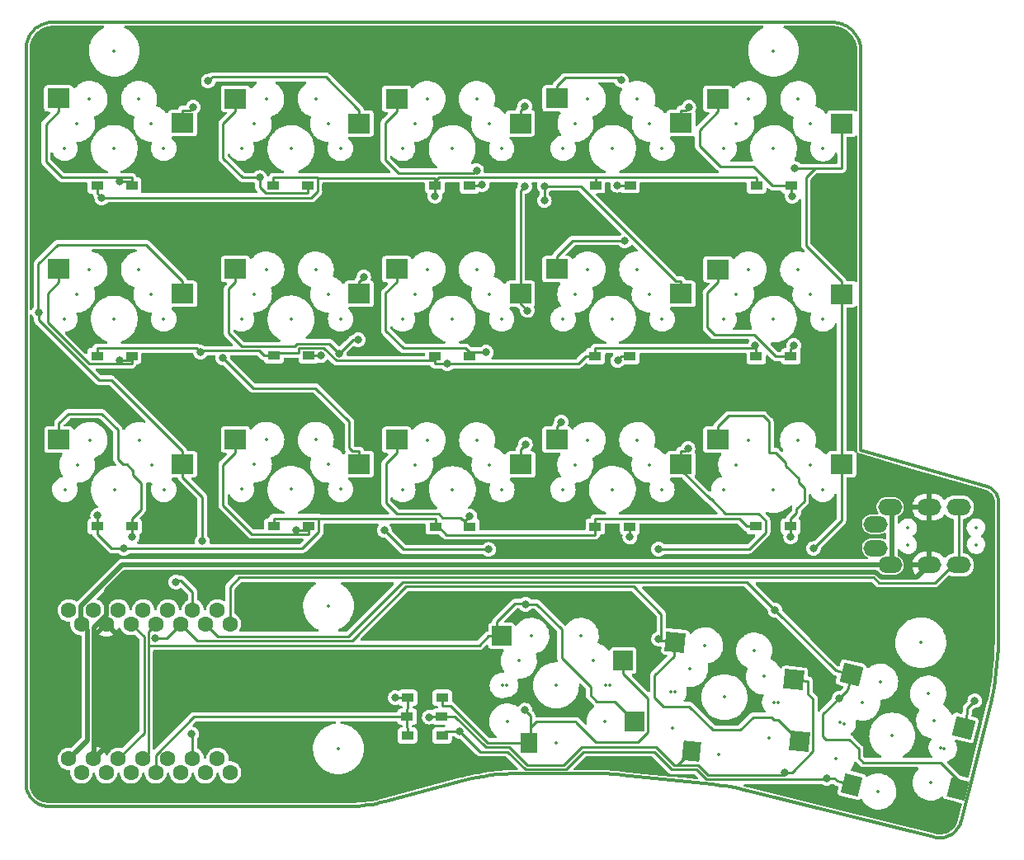
<source format=gtl>
%TF.GenerationSoftware,KiCad,Pcbnew,(6.0.6)*%
%TF.CreationDate,2022-09-17T23:41:45+09:00*%
%TF.ProjectId,split-mini,73706c69-742d-46d6-996e-692e6b696361,rev?*%
%TF.SameCoordinates,Original*%
%TF.FileFunction,Copper,L1,Top*%
%TF.FilePolarity,Positive*%
%FSLAX46Y46*%
G04 Gerber Fmt 4.6, Leading zero omitted, Abs format (unit mm)*
G04 Created by KiCad (PCBNEW (6.0.6)) date 2022-09-17 23:41:45*
%MOMM*%
%LPD*%
G01*
G04 APERTURE LIST*
G04 Aperture macros list*
%AMRotRect*
0 Rectangle, with rotation*
0 The origin of the aperture is its center*
0 $1 length*
0 $2 width*
0 $3 Rotation angle, in degrees counterclockwise*
0 Add horizontal line*
21,1,$1,$2,0,0,$3*%
G04 Aperture macros list end*
%TA.AperFunction,Profile*%
%ADD10C,0.349999*%
%TD*%
%TA.AperFunction,SMDPad,CuDef*%
%ADD11R,1.300000X0.950000*%
%TD*%
%TA.AperFunction,SMDPad,CuDef*%
%ADD12R,2.300000X2.000000*%
%TD*%
%TA.AperFunction,SMDPad,CuDef*%
%ADD13R,2.000000X2.000000*%
%TD*%
%TA.AperFunction,SMDPad,CuDef*%
%ADD14R,1.800000X2.000000*%
%TD*%
%TA.AperFunction,SMDPad,CuDef*%
%ADD15RotRect,1.900000X2.000000X166.000000*%
%TD*%
%TA.AperFunction,SMDPad,CuDef*%
%ADD16RotRect,2.000000X2.000000X166.000000*%
%TD*%
%TA.AperFunction,SMDPad,CuDef*%
%ADD17RotRect,1.800000X2.000000X166.000000*%
%TD*%
%TA.AperFunction,ComponentPad*%
%ADD18O,2.500000X1.700000*%
%TD*%
%TA.AperFunction,SMDPad,CuDef*%
%ADD19RotRect,2.000000X2.000000X174.000000*%
%TD*%
%TA.AperFunction,SMDPad,CuDef*%
%ADD20RotRect,1.800000X2.000000X174.000000*%
%TD*%
%TA.AperFunction,ComponentPad*%
%ADD21C,1.600000*%
%TD*%
%TA.AperFunction,ViaPad*%
%ADD22C,0.800000*%
%TD*%
%TA.AperFunction,ViaPad*%
%ADD23C,0.605000*%
%TD*%
%TA.AperFunction,Conductor*%
%ADD24C,0.250000*%
%TD*%
%TA.AperFunction,Conductor*%
%ADD25C,0.500000*%
%TD*%
%ADD26C,0.350000*%
%ADD27C,0.300000*%
%ADD28O,1.500000X1.000000*%
G04 APERTURE END LIST*
D10*
X120734058Y-85321050D02*
X120746346Y-84517181D01*
X94563467Y-99773630D02*
X95006416Y-99879974D01*
X21067121Y-99747413D02*
X21097288Y-99856121D01*
X95006416Y-99879974D02*
X95006416Y-99879974D01*
X106613959Y-23464589D02*
X106588365Y-23321274D01*
X21022792Y-99525582D02*
X21042263Y-99637170D01*
X21450528Y-100558221D02*
X21520346Y-100647842D01*
X23314208Y-21027240D02*
X23182826Y-21050152D01*
X120663178Y-69673555D02*
X120617953Y-69555976D01*
X120429619Y-69232038D02*
X120350533Y-69135311D01*
X116257734Y-104147387D02*
X116337281Y-104072331D01*
X65730083Y-98890289D02*
X65730083Y-98890289D01*
X104737877Y-21174101D02*
X104602654Y-21128344D01*
X120306060Y-89309528D02*
X120440307Y-88517806D01*
X106647491Y-64950611D02*
X106647491Y-23907794D01*
X114417834Y-104707695D02*
X114531519Y-104721167D01*
X22319756Y-101272024D02*
X22422725Y-101317646D01*
X21325017Y-100370023D02*
X21385392Y-100465551D01*
X116831755Y-103339065D02*
X116873233Y-103232363D01*
X114869318Y-104727193D02*
X114980256Y-104718084D01*
X116678483Y-103640152D02*
X116734207Y-103543064D01*
X21793434Y-21793513D02*
X21700478Y-21891184D01*
X106069327Y-22166530D02*
X105982931Y-22056589D01*
X105588428Y-21662081D02*
X105478488Y-21575683D01*
X104870037Y-21226211D02*
X104737877Y-21174101D01*
X79268402Y-98118347D02*
X79619825Y-98120645D01*
X119962618Y-68817891D02*
X119849615Y-68758387D01*
X120725055Y-69920137D02*
X120699003Y-69795107D01*
X21042263Y-99637170D02*
X21067121Y-99747413D01*
X120699003Y-69795107D02*
X120663178Y-69673555D01*
X81724553Y-98230937D02*
X82074291Y-98265381D01*
X119606995Y-68666672D02*
X106647491Y-64950611D01*
X21218860Y-100171147D02*
X21269480Y-100271825D01*
X21049932Y-23182830D02*
X21027007Y-23314210D01*
X23078052Y-101482078D02*
X23191759Y-101490535D01*
X20997490Y-99184639D02*
X21000327Y-99299127D01*
X115907617Y-104406218D02*
X115999590Y-104347927D01*
X105694026Y-21753553D02*
X105588428Y-21662081D01*
X105891460Y-21950990D02*
X105795097Y-21849917D01*
X23306244Y-101493370D02*
X54168747Y-101493347D01*
X23715622Y-20997488D02*
X23715622Y-20997488D01*
X21992830Y-21612950D02*
X21891115Y-21700567D01*
X57823814Y-101011581D02*
X57823814Y-101011581D01*
X120746346Y-84517181D02*
X120746346Y-70178646D01*
X120563702Y-69442866D02*
X120500800Y-69334721D01*
X120744992Y-70113118D02*
X120740961Y-70048149D01*
X21114721Y-22925043D02*
X21079201Y-23053033D01*
X21000556Y-23580829D02*
X20997215Y-23715622D01*
X93224898Y-99501293D02*
X93672605Y-99584271D01*
X115411094Y-104628832D02*
X115514710Y-104593834D01*
X116618357Y-103733828D02*
X116678483Y-103640152D01*
X55553294Y-101425245D02*
X56012088Y-101372398D01*
X21932681Y-101040365D02*
X22025351Y-101105499D01*
X79971141Y-98127542D02*
X80322305Y-98139037D01*
X94118828Y-99675056D02*
X94563467Y-99773630D01*
X119965073Y-90880112D02*
X120147626Y-90097149D01*
X21520346Y-100647842D02*
X21594767Y-100734227D01*
X21843058Y-100970549D02*
X21932681Y-101040365D01*
X116413290Y-103993343D02*
X116485588Y-103910527D01*
X114980256Y-104718084D02*
X115090076Y-104703590D01*
X92325451Y-99358830D02*
X92775813Y-99426140D01*
X119790967Y-68731954D02*
X119730949Y-68707815D01*
X22207471Y-21454070D02*
X22098356Y-21530754D01*
X103737228Y-20997492D02*
X23715622Y-20997488D01*
X116088715Y-104285289D02*
X116174821Y-104218407D01*
X105982931Y-22056589D02*
X105891460Y-21950990D01*
X104034787Y-21012522D02*
X103886991Y-21001281D01*
X116337281Y-104072331D02*
X116413290Y-103993343D01*
X22634779Y-101393589D02*
X22743485Y-101423753D01*
X23182826Y-21050152D02*
X23053027Y-21079407D01*
X21156400Y-22799082D02*
X21114721Y-22925043D01*
X21700478Y-21891184D02*
X21612850Y-21992890D01*
X105364387Y-21494542D02*
X105246308Y-21418842D01*
X22435573Y-21317612D02*
X22319950Y-21382992D01*
X69367896Y-98227495D02*
X70105548Y-98166918D01*
X22925033Y-21114915D02*
X22799069Y-21156581D01*
X103737228Y-20997492D02*
X103737228Y-20997492D01*
X115812969Y-104460058D02*
X115907617Y-104406218D01*
X54631255Y-101485768D02*
X55092893Y-101463051D01*
X82074291Y-98265381D02*
X91421310Y-99247810D01*
X104464550Y-21089126D02*
X104323750Y-21056627D01*
X21010518Y-23446950D02*
X21000556Y-23580829D01*
X104180434Y-21031031D02*
X104034787Y-21012522D01*
X119606995Y-68666672D02*
X119606995Y-68666672D01*
X22098356Y-21530754D02*
X21992830Y-21612950D01*
X115514710Y-104593834D02*
X115616343Y-104553970D01*
X21453948Y-22207514D02*
X21382859Y-22319987D01*
X106418789Y-22774986D02*
X106360509Y-22646071D01*
X106470898Y-22907146D02*
X106418789Y-22774986D01*
X80322305Y-98139037D02*
X80673272Y-98155126D01*
X21673714Y-100817184D02*
X21673714Y-100817184D01*
X106643705Y-23758032D02*
X106632466Y-23610236D01*
X55092893Y-101463051D02*
X55553294Y-101425245D01*
X80673272Y-98155126D02*
X81023999Y-98175807D01*
X105246308Y-21418842D02*
X105124435Y-21348765D01*
X106647491Y-64950611D02*
X106647491Y-64950611D01*
X57823814Y-101011581D02*
X65730083Y-98890289D01*
X56468906Y-101304560D02*
X56923379Y-101221779D01*
X79268402Y-98118347D02*
X79268402Y-98118347D01*
X106296240Y-22520586D02*
X106226164Y-22398712D01*
X70105548Y-98166918D02*
X70845185Y-98130517D01*
X116940735Y-103010071D02*
X116940735Y-103010071D01*
X54168747Y-101493347D02*
X54168747Y-101493347D01*
X119730949Y-68707815D02*
X119669610Y-68686034D01*
X106647491Y-23907794D02*
X106643705Y-23758032D01*
X21204145Y-22675373D02*
X21156400Y-22799082D01*
X116554001Y-103823988D02*
X116618357Y-103733828D01*
X56012088Y-101372398D02*
X56468906Y-101304560D01*
X57375138Y-101124103D02*
X57823814Y-101011581D01*
X120746346Y-70178646D02*
X120744992Y-70113118D01*
X67900910Y-98420864D02*
X68632820Y-98312169D01*
X21000327Y-99299127D02*
X21008788Y-99412838D01*
X23053027Y-21079407D02*
X22925033Y-21114915D01*
X91421310Y-99247810D02*
X91873916Y-99299381D01*
X71586216Y-98118370D02*
X71586216Y-98118370D01*
X21382859Y-22319987D02*
X21317467Y-22435603D01*
X20997490Y-99184639D02*
X20997490Y-99184639D01*
X21673714Y-100817184D02*
X21756673Y-100896129D01*
X114189873Y-104662933D02*
X114189873Y-104662933D01*
X21612850Y-21992890D02*
X21530643Y-22098408D01*
X23191759Y-101490535D02*
X23306244Y-101493370D01*
X82074291Y-98265381D02*
X82074291Y-98265381D01*
X115090076Y-104703590D02*
X115198604Y-104683814D01*
X21891115Y-21700567D02*
X21793434Y-21793513D01*
X106632466Y-23610236D02*
X106613959Y-23464589D01*
X92775813Y-99426140D02*
X93224898Y-99501293D01*
X120697243Y-86123603D02*
X120734058Y-85321050D01*
X22965311Y-101468076D02*
X23078052Y-101482078D01*
X114757434Y-104730812D02*
X114869318Y-104727193D01*
X21756673Y-100896129D02*
X21843058Y-100970549D01*
X116940735Y-103010071D02*
X119965073Y-90880112D01*
X120734300Y-69983801D02*
X120725055Y-69920137D01*
X119669610Y-68686034D02*
X119606995Y-68666672D01*
X23580829Y-21000816D02*
X23446950Y-21010763D01*
X115999590Y-104347927D02*
X116088715Y-104285289D01*
X106226164Y-22398712D02*
X106150466Y-22280632D01*
X81374440Y-98201078D02*
X81724553Y-98230937D01*
X104998950Y-21284494D02*
X104870037Y-21226211D01*
X22120879Y-101165872D02*
X22219077Y-101221407D01*
X116485588Y-103910527D02*
X116554001Y-103823988D01*
X21079201Y-23053033D02*
X21049932Y-23182830D01*
X23446950Y-21010763D02*
X23314208Y-21027240D01*
X116909617Y-103122663D02*
X116940735Y-103010071D01*
X22554116Y-21258022D02*
X22435573Y-21317612D01*
X120147626Y-90097149D02*
X120306060Y-89309528D01*
X21530643Y-22098408D02*
X21453948Y-22207514D01*
X106588365Y-23321274D02*
X106555869Y-23180473D01*
X120635967Y-86924286D02*
X120697243Y-86123603D01*
X116873233Y-103232363D02*
X116909617Y-103122663D01*
X68632820Y-98312169D02*
X69367896Y-98227495D01*
X22743485Y-101423753D02*
X22853726Y-101448609D01*
X120440307Y-88517806D02*
X120550299Y-87722539D01*
X22527796Y-101358194D02*
X22634779Y-101393589D01*
X21132686Y-99963106D02*
X21173236Y-100068177D01*
X22025351Y-101105499D02*
X22120879Y-101165872D01*
X95006416Y-99879974D02*
X114189873Y-104662933D01*
X21385392Y-100465551D02*
X21450528Y-100558221D01*
X21008788Y-99412838D02*
X21022792Y-99525582D01*
X115198604Y-104683814D02*
X115305668Y-104658860D01*
X67172756Y-98553501D02*
X67900910Y-98420864D01*
X106150466Y-22280632D02*
X106069327Y-22166530D01*
X21097288Y-99856121D02*
X21132686Y-99963106D01*
X120500800Y-69334721D02*
X120429619Y-69232038D01*
X21027007Y-23314210D02*
X21010518Y-23446950D01*
X116174821Y-104218407D02*
X116257734Y-104147387D01*
X120263917Y-69045037D02*
X120170143Y-68961712D01*
X70845185Y-98130517D02*
X71586216Y-98118370D01*
X91421310Y-99247810D02*
X91421310Y-99247810D01*
X22675355Y-21204314D02*
X22554116Y-21258022D01*
X21257865Y-22554139D02*
X21204145Y-22675373D01*
X22422725Y-101317646D02*
X22527796Y-101358194D01*
X114644776Y-104728838D02*
X114757434Y-104730812D01*
X116734207Y-103543064D02*
X116785355Y-103442667D01*
X120350533Y-69135311D02*
X120263917Y-69045037D01*
X120550299Y-87722539D02*
X120635967Y-86924286D01*
X21594767Y-100734227D02*
X21673714Y-100817184D01*
X106360509Y-22646071D02*
X106296240Y-22520586D01*
X79619825Y-98120645D02*
X79971141Y-98127542D01*
X115715821Y-104509343D02*
X115812969Y-104460058D01*
X120746346Y-70178646D02*
X120746346Y-70178646D01*
X20997215Y-23715622D02*
X20997215Y-23715622D01*
X104323750Y-21056627D02*
X104180434Y-21031031D01*
X71586216Y-98118370D02*
X79268402Y-98118347D01*
X105795097Y-21849917D02*
X105694026Y-21753553D01*
X119849615Y-68758387D02*
X119790967Y-68731954D01*
X54168747Y-101493347D02*
X54631255Y-101485768D01*
X116785355Y-103442667D02*
X116831755Y-103339065D01*
X120170143Y-68961712D02*
X120069586Y-68885831D01*
X66448951Y-98710002D02*
X67172756Y-98553501D01*
X104602654Y-21128344D02*
X104464550Y-21089126D01*
X114189873Y-104662933D02*
X114303894Y-104688319D01*
X22799069Y-21156581D02*
X22675355Y-21204314D01*
X120746346Y-84517181D02*
X120746346Y-84517181D01*
X120617953Y-69555976D02*
X120563702Y-69442866D01*
X114303894Y-104688319D02*
X114417834Y-104707695D01*
X106555869Y-23180473D02*
X106516652Y-23042369D01*
X65730083Y-98890289D02*
X66448951Y-98710002D01*
X81023999Y-98175807D02*
X81374440Y-98201078D01*
X21173236Y-100068177D02*
X21218860Y-100171147D01*
X115616343Y-104553970D02*
X115715821Y-104509343D01*
X106516652Y-23042369D02*
X106470898Y-22907146D01*
X23715622Y-20997488D02*
X23580829Y-21000816D01*
X120740961Y-70048149D02*
X120734300Y-69983801D01*
X22219077Y-101221407D02*
X22319756Y-101272024D01*
X56923379Y-101221779D02*
X57375138Y-101124103D01*
X103886991Y-21001281D02*
X103737228Y-20997492D01*
X22853726Y-101448609D02*
X22965311Y-101468076D01*
X105478488Y-21575683D02*
X105364387Y-21494542D01*
X119965073Y-90880112D02*
X119965073Y-90880112D01*
X105124435Y-21348765D02*
X104998950Y-21284494D01*
X21793434Y-21793513D02*
X21793434Y-21793513D01*
X93672605Y-99584271D02*
X94118828Y-99675056D01*
X21317467Y-22435603D02*
X21257865Y-22554139D01*
X20997215Y-23715622D02*
X20997490Y-99184639D01*
X23306244Y-101493370D02*
X23306244Y-101493370D01*
X22319950Y-21382992D02*
X22207471Y-21454070D01*
X91873916Y-99299381D02*
X92325451Y-99358830D01*
X120069586Y-68885831D02*
X119962618Y-68817891D01*
X21269480Y-100271825D02*
X21325017Y-100370023D01*
X115305668Y-104658860D02*
X115411094Y-104628832D01*
X114531519Y-104721167D02*
X114644776Y-104728838D01*
D11*
%TO.P,D7,1,K*%
%TO.N,row1*%
X46415000Y-55230000D03*
%TO.P,D7,2,A*%
%TO.N,Net-(D7-Pad2)*%
X49965000Y-55230000D03*
%TD*%
D12*
%TO.P,SW6,1,1*%
%TO.N,col0*%
X37040000Y-48880000D03*
%TO.P,SW6,2,2*%
%TO.N,Net-(D6-Pad2)*%
X24340000Y-46340000D03*
%TD*%
%TO.P,SW11,1,1*%
%TO.N,col0*%
X37050000Y-66380000D03*
%TO.P,SW11,2,2*%
%TO.N,Net-(D11-Pad2)*%
X24350000Y-63840000D03*
%TD*%
D11*
%TO.P,D6,1,K*%
%TO.N,row1*%
X28275000Y-55260000D03*
%TO.P,D6,2,A*%
%TO.N,Net-(D6-Pad2)*%
X31825000Y-55260000D03*
%TD*%
D12*
%TO.P,SW9,1,1*%
%TO.N,col3*%
X88170000Y-48880000D03*
%TO.P,SW9,2,2*%
%TO.N,Net-(D9-Pad2)*%
X75470000Y-46340000D03*
%TD*%
%TO.P,SW3,1,1*%
%TO.N,col2*%
X71710000Y-31370000D03*
%TO.P,SW3,2,2*%
%TO.N,Net-(D3-Pad2)*%
X59010000Y-28830000D03*
%TD*%
D11*
%TO.P,D9,1,K*%
%TO.N,row1*%
X79405000Y-55270000D03*
%TO.P,D9,2,A*%
%TO.N,Net-(D9-Pad2)*%
X82955000Y-55270000D03*
%TD*%
%TO.P,D16,1,K*%
%TO.N,row3*%
X60155000Y-90350000D03*
%TO.P,D16,2,A*%
%TO.N,Net-(D16-Pad2)*%
X63705000Y-90350000D03*
%TD*%
%TO.P,D11,1,K*%
%TO.N,row2*%
X28305000Y-72750000D03*
%TO.P,D11,2,A*%
%TO.N,Net-(D11-Pad2)*%
X31855000Y-72750000D03*
%TD*%
%TO.P,D14,1,K*%
%TO.N,row2*%
X79395000Y-72770000D03*
%TO.P,D14,2,A*%
%TO.N,Net-(D14-Pad2)*%
X82945000Y-72770000D03*
%TD*%
%TO.P,D17,1,K*%
%TO.N,row3*%
X60095000Y-92290000D03*
%TO.P,D17,2,A*%
%TO.N,Net-(D17-Pad2)*%
X63645000Y-92290000D03*
%TD*%
D12*
%TO.P,SW5,1,1*%
%TO.N,col4*%
X104690000Y-31380000D03*
%TO.P,SW5,2,2*%
%TO.N,Net-(D5-Pad2)*%
X91990000Y-28840000D03*
%TD*%
%TO.P,SW15,1,1*%
%TO.N,col4*%
X104670000Y-66380000D03*
%TO.P,SW15,2,2*%
%TO.N,Net-(D15-Pad2)*%
X91970000Y-63840000D03*
%TD*%
D11*
%TO.P,D13,1,K*%
%TO.N,row2*%
X62985000Y-72780000D03*
%TO.P,D13,2,A*%
%TO.N,Net-(D13-Pad2)*%
X66535000Y-72780000D03*
%TD*%
D12*
%TO.P,SW7,1,1*%
%TO.N,col1*%
X55180000Y-48870000D03*
%TO.P,SW7,2,2*%
%TO.N,Net-(D7-Pad2)*%
X42480000Y-46330000D03*
%TD*%
D11*
%TO.P,D1,1,K*%
%TO.N,row0*%
X28285000Y-37740000D03*
%TO.P,D1,2,A*%
%TO.N,Net-(D1-Pad2)*%
X31835000Y-37740000D03*
%TD*%
D13*
%TO.P,SW16,1,1*%
%TO.N,col2*%
X83470000Y-92780000D03*
X69770000Y-84000000D03*
%TO.P,SW16,2,2*%
%TO.N,Net-(D16-Pad2)*%
X82270000Y-86540000D03*
D14*
X72570000Y-94980000D03*
%TD*%
D11*
%TO.P,D18,1,K*%
%TO.N,row3*%
X60125000Y-94220000D03*
%TO.P,D18,2,A*%
%TO.N,Net-(D18-Pad2)*%
X63675000Y-94220000D03*
%TD*%
%TO.P,D4,1,K*%
%TO.N,row0*%
X79415000Y-37730000D03*
%TO.P,D4,2,A*%
%TO.N,Net-(D4-Pad2)*%
X82965000Y-37730000D03*
%TD*%
%TO.P,D10,1,K*%
%TO.N,row1*%
X95915000Y-55290000D03*
%TO.P,D10,2,A*%
%TO.N,Net-(D10-Pad2)*%
X99465000Y-55290000D03*
%TD*%
D15*
%TO.P,SW18,1,1*%
%TO.N,col4*%
X116599998Y-99688662D03*
D16*
X105664407Y-87955135D03*
%TO.P,SW18,2,2*%
%TO.N,Net-(D18-Pad2)*%
X117178622Y-93443710D03*
D17*
X105724933Y-99286363D03*
%TD*%
D18*
%TO.P,J1,A*%
%TO.N,unconnected-(J1-PadA)*%
X108160000Y-74975000D03*
X108160000Y-72525000D03*
%TO.P,J1,B*%
%TO.N,data*%
X116660000Y-76725000D03*
X116660000Y-70775000D03*
%TO.P,J1,C*%
%TO.N,GND*%
X113660000Y-76725000D03*
X113660000Y-70775000D03*
%TO.P,J1,D*%
%TO.N,VCC*%
X109660000Y-76725000D03*
X109660000Y-70775000D03*
%TD*%
D11*
%TO.P,D3,1,K*%
%TO.N,row0*%
X62955000Y-37760000D03*
%TO.P,D3,2,A*%
%TO.N,Net-(D3-Pad2)*%
X66505000Y-37760000D03*
%TD*%
D12*
%TO.P,SW8,1,1*%
%TO.N,col2*%
X71710000Y-48880000D03*
%TO.P,SW8,2,2*%
%TO.N,Net-(D8-Pad2)*%
X59010000Y-46340000D03*
%TD*%
D19*
%TO.P,SW17,1,1*%
%TO.N,col3*%
X87614582Y-84649169D03*
X100321772Y-94813112D03*
%TO.P,SW17,2,2*%
%TO.N,Net-(D17-Pad2)*%
X99780603Y-88481861D03*
D20*
X89251521Y-95861699D03*
%TD*%
D21*
%TO.P,U1,1,GP26*%
%TO.N,row0*%
X26686500Y-98011200D03*
X25387500Y-81378700D03*
%TO.P,U1,2,GP27*%
%TO.N,row1*%
X27927500Y-81378700D03*
X29226500Y-98011200D03*
%TO.P,U1,3,GP28*%
%TO.N,row2*%
X30467500Y-81378700D03*
X31766500Y-98011200D03*
%TO.P,U1,4,GP29*%
%TO.N,row3*%
X34306500Y-98011200D03*
X33007500Y-81378700D03*
%TO.P,U1,5,GP6_SDA*%
%TO.N,col0*%
X35547500Y-81378700D03*
X36846500Y-98011200D03*
%TO.P,U1,6,GP7_SCL*%
%TO.N,col1*%
X38087500Y-81378700D03*
X39386500Y-98011200D03*
%TO.P,U1,7,GP0_TX*%
%TO.N,unconnected-(U1-Pad7)*%
X40627500Y-81378700D03*
X41926500Y-98011200D03*
%TO.P,U1,8,GP1_RX*%
%TO.N,data*%
X41926500Y-82776200D03*
X40627500Y-96613700D03*
%TO.P,U1,9,GP2*%
%TO.N,col4*%
X39386500Y-82776200D03*
X38087500Y-96613700D03*
%TO.P,U1,10,GP4*%
%TO.N,col3*%
X35547500Y-96613700D03*
X36846500Y-82776200D03*
%TO.P,U1,11,GP3*%
%TO.N,col2*%
X34306500Y-82776200D03*
X33007500Y-96613700D03*
%TO.P,U1,12,3V3*%
%TO.N,unconnected-(U1-Pad12)*%
X31766500Y-82776200D03*
X30467500Y-96613700D03*
%TO.P,U1,13,GND*%
%TO.N,GND*%
X27927500Y-96613700D03*
X29226500Y-82776200D03*
%TO.P,U1,14,5V*%
%TO.N,VCC*%
X26686500Y-82776200D03*
X25387500Y-96613700D03*
%TD*%
D12*
%TO.P,SW10,1,1*%
%TO.N,col4*%
X104680000Y-48890000D03*
%TO.P,SW10,2,2*%
%TO.N,Net-(D10-Pad2)*%
X91980000Y-46350000D03*
%TD*%
D11*
%TO.P,D15,1,K*%
%TO.N,row2*%
X95905000Y-72760000D03*
%TO.P,D15,2,A*%
%TO.N,Net-(D15-Pad2)*%
X99455000Y-72760000D03*
%TD*%
D12*
%TO.P,SW2,1,1*%
%TO.N,col1*%
X55170000Y-31370000D03*
%TO.P,SW2,2,2*%
%TO.N,Net-(D2-Pad2)*%
X42470000Y-28830000D03*
%TD*%
%TO.P,SW13,1,1*%
%TO.N,col2*%
X71740000Y-66400000D03*
%TO.P,SW13,2,2*%
%TO.N,Net-(D13-Pad2)*%
X59040000Y-63860000D03*
%TD*%
%TO.P,SW12,1,1*%
%TO.N,col1*%
X55180000Y-66360000D03*
%TO.P,SW12,2,2*%
%TO.N,Net-(D12-Pad2)*%
X42480000Y-63820000D03*
%TD*%
%TO.P,SW14,1,1*%
%TO.N,col3*%
X88160000Y-66380000D03*
%TO.P,SW14,2,2*%
%TO.N,Net-(D14-Pad2)*%
X75460000Y-63840000D03*
%TD*%
%TO.P,SW1,1,1*%
%TO.N,col0*%
X37040000Y-31350000D03*
%TO.P,SW1,2,2*%
%TO.N,Net-(D1-Pad2)*%
X24340000Y-28810000D03*
%TD*%
D11*
%TO.P,D5,1,K*%
%TO.N,row0*%
X95935000Y-37770000D03*
%TO.P,D5,2,A*%
%TO.N,Net-(D5-Pad2)*%
X99485000Y-37770000D03*
%TD*%
%TO.P,D8,1,K*%
%TO.N,row1*%
X62945000Y-55260000D03*
%TO.P,D8,2,A*%
%TO.N,Net-(D8-Pad2)*%
X66495000Y-55260000D03*
%TD*%
D12*
%TO.P,SW4,1,1*%
%TO.N,col3*%
X88180000Y-31350000D03*
%TO.P,SW4,2,2*%
%TO.N,Net-(D4-Pad2)*%
X75480000Y-28810000D03*
%TD*%
D11*
%TO.P,D2,1,K*%
%TO.N,row0*%
X46380000Y-37730000D03*
%TO.P,D2,2,A*%
%TO.N,Net-(D2-Pad2)*%
X49930000Y-37730000D03*
%TD*%
%TO.P,D12,1,K*%
%TO.N,row2*%
X46425000Y-72740000D03*
%TO.P,D12,2,A*%
%TO.N,Net-(D12-Pad2)*%
X49975000Y-72740000D03*
%TD*%
D22*
%TO.N,row0*%
X62955000Y-38838100D03*
X28753000Y-39008300D03*
%TO.N,Net-(D1-Pad2)*%
X30564500Y-37339800D03*
%TO.N,Net-(D2-Pad2)*%
X44975300Y-36929600D03*
%TO.N,Net-(D3-Pad2)*%
X67799300Y-37655900D03*
X67219700Y-36187600D03*
%TO.N,Net-(D4-Pad2)*%
X81691300Y-37730000D03*
X82070000Y-26954500D03*
%TO.N,Net-(D5-Pad2)*%
X99618400Y-38852600D03*
%TO.N,Net-(D6-Pad2)*%
X30574000Y-55726400D03*
%TO.N,Net-(D7-Pad2)*%
X51237400Y-55230000D03*
X55073100Y-53588000D03*
X53122300Y-54996700D03*
%TO.N,Net-(D8-Pad2)*%
X68194700Y-54859800D03*
%TO.N,Net-(D9-Pad2)*%
X82454000Y-43413000D03*
X81699500Y-55731400D03*
%TO.N,Net-(D10-Pad2)*%
X99759000Y-54190300D03*
%TO.N,row1*%
X64235100Y-56060300D03*
X95798900Y-54190100D03*
X38888200Y-54869700D03*
%TO.N,Net-(D11-Pad2)*%
X31855000Y-73826700D03*
%TO.N,Net-(D12-Pad2)*%
X48718200Y-73140100D03*
%TO.N,Net-(D13-Pad2)*%
X66535000Y-71702300D03*
%TO.N,Net-(D14-Pad2)*%
X75910000Y-62030000D03*
X82945000Y-73858700D03*
%TO.N,Net-(D15-Pad2)*%
X99455000Y-73836500D03*
%TO.N,Net-(D16-Pad2)*%
X72195400Y-91616100D03*
%TO.N,Net-(D17-Pad2)*%
X62361700Y-92327600D03*
X98861400Y-97992800D03*
%TO.N,Net-(D18-Pad2)*%
X103137400Y-98638000D03*
X118345000Y-90646400D03*
X65512003Y-93817997D03*
%TO.N,row2*%
X28335000Y-71632400D03*
X31024800Y-75015000D03*
%TO.N,row3*%
X58885800Y-90329200D03*
D23*
%TO.N,GND*%
X61000000Y-58000000D03*
X46840000Y-82500000D03*
X91720000Y-80940000D03*
X24000000Y-39000000D03*
X63170000Y-82670000D03*
X37000000Y-60000000D03*
X83970000Y-97260000D03*
X36740000Y-72820000D03*
X103511246Y-41001037D03*
X57020000Y-79240000D03*
X76000000Y-72000000D03*
X84000000Y-40000000D03*
X77820000Y-35710000D03*
X40240000Y-79250000D03*
X30000000Y-80000000D03*
X24000000Y-73000000D03*
X53000000Y-58000000D03*
X103240000Y-100300000D03*
X57150000Y-38100000D03*
D22*
%TO.N,col0*%
X22289100Y-50760000D03*
X38128700Y-29721100D03*
X39071800Y-74266900D03*
%TO.N,col1*%
X39694700Y-27028200D03*
X55635200Y-47148300D03*
X41180000Y-55450000D03*
X36360000Y-78460000D03*
%TO.N,col2*%
X57740000Y-73147200D03*
X72166700Y-29597400D03*
X68470000Y-75110200D03*
X72410000Y-50580000D03*
X72166700Y-37831400D03*
X72230600Y-64335100D03*
X72230000Y-80750000D03*
%TO.N,col3*%
X34277500Y-84211300D03*
X74170000Y-39288400D03*
X88995400Y-29721100D03*
X74180000Y-37820700D03*
X88909400Y-64749600D03*
X85894900Y-84303300D03*
X85894900Y-75080200D03*
%TO.N,col4*%
X101780000Y-75030000D03*
X97851650Y-81348350D03*
X104402800Y-90422800D03*
X99848300Y-35996500D03*
X37980000Y-94040000D03*
%TD*%
D24*
%TO.N,row0*%
X95935000Y-37770000D02*
X95935000Y-36969700D01*
X63385100Y-36929700D02*
X79415000Y-36929700D01*
X95895000Y-36929700D02*
X79415000Y-36929700D01*
X28285000Y-37740000D02*
X28285000Y-38540300D01*
X62955000Y-37559900D02*
X62955000Y-37359800D01*
X46380000Y-37730000D02*
X46380000Y-36929700D01*
X50905900Y-36959700D02*
X50905900Y-38368200D01*
X62955000Y-37760000D02*
X62955000Y-38838100D01*
X46380000Y-36929700D02*
X50875900Y-36929700D01*
X79415000Y-37730000D02*
X79415000Y-36929700D01*
X62955000Y-37359800D02*
X63385100Y-36929700D01*
X62955000Y-37359800D02*
X62955000Y-36959700D01*
X62955000Y-37559900D02*
X62955000Y-37760000D01*
X50905900Y-38368200D02*
X50265800Y-39008300D01*
X95935000Y-36969700D02*
X95895000Y-36929700D01*
X28753000Y-39008300D02*
X28285000Y-38540300D01*
X50265800Y-39008300D02*
X28753000Y-39008300D01*
X62955000Y-36959700D02*
X50905900Y-36959700D01*
X50875900Y-36929700D02*
X50905900Y-36959700D01*
%TO.N,Net-(D1-Pad2)*%
X31835000Y-37740000D02*
X31835000Y-37339800D01*
X23030000Y-31445300D02*
X24340000Y-30135300D01*
X24340000Y-30135300D02*
X24340000Y-28810000D01*
X31835000Y-37339800D02*
X30564500Y-37339800D01*
X31835000Y-36939700D02*
X24699700Y-36939700D01*
X23030000Y-35270000D02*
X23030000Y-31445300D01*
X31835000Y-37339800D02*
X31835000Y-36939700D01*
X24699700Y-36939700D02*
X23030000Y-35270000D01*
%TO.N,Net-(D2-Pad2)*%
X43199600Y-36929600D02*
X41200000Y-34930000D01*
X44975300Y-37948500D02*
X45557100Y-38530300D01*
X41200000Y-34930000D02*
X41200000Y-31425300D01*
X44975300Y-36929600D02*
X43199600Y-36929600D01*
X49930000Y-37730000D02*
X49930000Y-38530300D01*
X42470000Y-30155300D02*
X42470000Y-28830000D01*
X44975300Y-36929600D02*
X44975300Y-37948500D01*
X41200000Y-31425300D02*
X42470000Y-30155300D01*
X45557100Y-38530300D02*
X49930000Y-38530300D01*
%TO.N,Net-(D3-Pad2)*%
X59010000Y-30155300D02*
X59010000Y-28830000D01*
X57860000Y-31305300D02*
X59010000Y-30155300D01*
X66505000Y-37760000D02*
X67480300Y-37760000D01*
X66927600Y-36479700D02*
X59227198Y-36479700D01*
X67584400Y-37655900D02*
X67480300Y-37760000D01*
X57860000Y-35112502D02*
X57860000Y-31305300D01*
X67799300Y-37655900D02*
X67584400Y-37655900D01*
X59227198Y-36479700D02*
X57860000Y-35112502D01*
X67219700Y-36187600D02*
X66927600Y-36479700D01*
%TO.N,Net-(D4-Pad2)*%
X82965000Y-37730000D02*
X81989700Y-37730000D01*
X82070000Y-26954500D02*
X81785500Y-26670000D01*
X75480000Y-27484700D02*
X75480000Y-28810000D01*
X81785500Y-26670000D02*
X76294700Y-26670000D01*
X76294700Y-26670000D02*
X75480000Y-27484700D01*
X81989700Y-37730000D02*
X81691300Y-37730000D01*
%TO.N,Net-(D5-Pad2)*%
X99485000Y-37770000D02*
X99485000Y-38719200D01*
X91990000Y-28840000D02*
X91990000Y-30165300D01*
X95586600Y-35770000D02*
X97586600Y-37770000D01*
X91990000Y-30165300D02*
X90080000Y-32075300D01*
X99485000Y-38719200D02*
X99618400Y-38852600D01*
X90080000Y-32075300D02*
X90080000Y-33650000D01*
X97586600Y-37770000D02*
X99485000Y-37770000D01*
X92200000Y-35770000D02*
X95586600Y-35770000D01*
X90080000Y-33650000D02*
X92200000Y-35770000D01*
%TO.N,Net-(D6-Pad2)*%
X31825000Y-55260000D02*
X31825000Y-55660100D01*
X27450500Y-56060300D02*
X23190000Y-51799800D01*
X31825000Y-55660100D02*
X31825000Y-56060300D01*
X31825000Y-55660100D02*
X30640300Y-55660100D01*
X24340000Y-47665300D02*
X24340000Y-46340000D01*
X23190000Y-51799800D02*
X23190000Y-48815300D01*
X23190000Y-48815300D02*
X24340000Y-47665300D01*
X30640300Y-55660100D02*
X30574000Y-55726400D01*
X31825000Y-56060300D02*
X27450500Y-56060300D01*
%TO.N,Net-(D7-Pad2)*%
X48508904Y-54274700D02*
X43104700Y-54274700D01*
X41771900Y-48363400D02*
X42480000Y-47655300D01*
X52105600Y-53980000D02*
X48803604Y-53980000D01*
X53122300Y-54996700D02*
X52105600Y-53980000D01*
X41771900Y-52941900D02*
X41771900Y-48363400D01*
X49965000Y-55230000D02*
X51237400Y-55230000D01*
X48803604Y-53980000D02*
X48508904Y-54274700D01*
X43104700Y-54274700D02*
X41771900Y-52941900D01*
X53122300Y-54996700D02*
X54531000Y-53588000D01*
X54531000Y-53588000D02*
X55073100Y-53588000D01*
X42480000Y-47655300D02*
X42480000Y-46330000D01*
%TO.N,Net-(D8-Pad2)*%
X57900000Y-48775300D02*
X57900000Y-52670000D01*
X59010000Y-47665300D02*
X57900000Y-48775300D01*
X59010000Y-46340000D02*
X59010000Y-47665300D01*
X59689700Y-54459700D02*
X66094900Y-54459700D01*
X57900000Y-52670000D02*
X59689700Y-54459700D01*
X66495000Y-55260000D02*
X66495000Y-54859800D01*
X66094900Y-54459700D02*
X66495000Y-54859800D01*
X66495000Y-54859800D02*
X68194700Y-54859800D01*
%TO.N,Net-(D9-Pad2)*%
X82955000Y-55270000D02*
X81979700Y-55270000D01*
X75470000Y-45014700D02*
X77071700Y-43413000D01*
X81979700Y-55270000D02*
X81979700Y-55451200D01*
X77071700Y-43413000D02*
X82454000Y-43413000D01*
X75470000Y-46340000D02*
X75470000Y-45014700D01*
X81979700Y-55451200D02*
X81699500Y-55731400D01*
%TO.N,Net-(D10-Pad2)*%
X91980000Y-47675300D02*
X91980000Y-46350000D01*
X99465000Y-55290000D02*
X97932600Y-55290000D01*
X99465000Y-55290000D02*
X99465000Y-54484300D01*
X90890000Y-48765300D02*
X91980000Y-47675300D01*
X90890000Y-52330000D02*
X90890000Y-48765300D01*
X97932600Y-55290000D02*
X95698300Y-53055700D01*
X95698300Y-53055700D02*
X91615700Y-53055700D01*
X99465000Y-54484300D02*
X99759000Y-54190300D01*
X91615700Y-53055700D02*
X90890000Y-52330000D01*
%TO.N,row1*%
X95915000Y-54489700D02*
X95895000Y-54469700D01*
X62883100Y-55722000D02*
X62945000Y-55660100D01*
X77639400Y-56060300D02*
X78429700Y-55270000D01*
X48990000Y-54930000D02*
X48990000Y-54430000D01*
X62945000Y-55260000D02*
X62945000Y-55660100D01*
X39033200Y-54724700D02*
X38888200Y-54869700D01*
X45439700Y-55230000D02*
X44934400Y-54724700D01*
X46415000Y-54930000D02*
X48990000Y-54930000D01*
X51529900Y-54430000D02*
X52821900Y-55722000D01*
X62945000Y-56060300D02*
X64235100Y-56060300D01*
X95798900Y-54469700D02*
X95798900Y-54190100D01*
X95915000Y-55290000D02*
X95915000Y-54489700D01*
X79405000Y-55270000D02*
X79405000Y-54469700D01*
X46415000Y-55230000D02*
X46415000Y-54930000D01*
X44934400Y-54724700D02*
X39033200Y-54724700D01*
X95798900Y-54469700D02*
X79405000Y-54469700D01*
X52821900Y-55722000D02*
X62883100Y-55722000D01*
X38478200Y-54459700D02*
X38888200Y-54869700D01*
X28275000Y-54459700D02*
X38478200Y-54459700D01*
X64235100Y-56060300D02*
X77639400Y-56060300D01*
X79405000Y-55270000D02*
X78429700Y-55270000D01*
X48990000Y-54430000D02*
X51529900Y-54430000D01*
X46415000Y-55230000D02*
X45439700Y-55230000D01*
X95895000Y-54469700D02*
X95798900Y-54469700D01*
X62945000Y-55660100D02*
X62945000Y-56060300D01*
X28275000Y-55260000D02*
X28275000Y-54459700D01*
%TO.N,Net-(D11-Pad2)*%
X31855000Y-72750000D02*
X31855000Y-73826700D01*
X25320000Y-61180000D02*
X28750000Y-61180000D01*
X24350000Y-63840000D02*
X24350000Y-62150000D01*
X24350000Y-62150000D02*
X25320000Y-61180000D01*
X30940000Y-66370000D02*
X31320000Y-66370000D01*
X32810000Y-70994700D02*
X31855000Y-71949700D01*
X32810000Y-68320000D02*
X32810000Y-70994700D01*
X28750000Y-61180000D02*
X30420000Y-62850000D01*
X30420000Y-62850000D02*
X30420000Y-65850000D01*
X31984999Y-67494999D02*
X32810000Y-68320000D01*
X31320000Y-66370000D02*
X31984999Y-67034999D01*
X30420000Y-65850000D02*
X30940000Y-66370000D01*
X31855000Y-71949700D02*
X31855000Y-72750000D01*
X31984999Y-67034999D02*
X31984999Y-67494999D01*
%TO.N,Net-(D12-Pad2)*%
X42480000Y-65145300D02*
X42480000Y-63820000D01*
X49975000Y-73140100D02*
X48718200Y-73140100D01*
X49975000Y-73140100D02*
X49975000Y-73540300D01*
X49975000Y-72740000D02*
X49975000Y-73140100D01*
X44140300Y-73540300D02*
X41200000Y-70600000D01*
X41200000Y-66425300D02*
X42480000Y-65145300D01*
X41200000Y-70600000D02*
X41200000Y-66425300D01*
X49975000Y-73540300D02*
X44140300Y-73540300D01*
%TO.N,Net-(D13-Pad2)*%
X65996200Y-72241100D02*
X66535000Y-71702300D01*
X59040000Y-63860000D02*
X59040000Y-65185300D01*
X63326600Y-71480000D02*
X63713000Y-71866400D01*
X57920000Y-70330000D02*
X59070000Y-71480000D01*
X65741500Y-72067700D02*
X65822700Y-72067700D01*
X65996200Y-72241100D02*
X66535000Y-72780000D01*
X65822700Y-72067700D02*
X65996200Y-72241100D01*
X59040000Y-65185300D02*
X57920000Y-66305300D01*
X57920000Y-66305300D02*
X57920000Y-70330000D01*
X65540200Y-71866400D02*
X65741500Y-72067700D01*
X63713000Y-71866400D02*
X65540200Y-71866400D01*
X59070000Y-71480000D02*
X63326600Y-71480000D01*
%TO.N,Net-(D14-Pad2)*%
X75460000Y-63840000D02*
X75460000Y-62514700D01*
X75460000Y-62514700D02*
X75920100Y-62054600D01*
X82945000Y-72770000D02*
X82945000Y-73858700D01*
%TO.N,Net-(D15-Pad2)*%
X100045400Y-71369300D02*
X100045400Y-70974600D01*
X98950000Y-66220000D02*
X97881600Y-65151600D01*
X100240000Y-67840000D02*
X98950000Y-66550000D01*
X99455000Y-72760000D02*
X99455000Y-73836500D01*
X100045400Y-70974600D02*
X100840000Y-70180000D01*
X97220900Y-65151600D02*
X97220900Y-61980900D01*
X100240000Y-68220000D02*
X100240000Y-67840000D01*
X100840000Y-70180000D02*
X100840000Y-68820000D01*
X100840000Y-68820000D02*
X100240000Y-68220000D01*
X99455000Y-71959700D02*
X100045400Y-71369300D01*
X91970000Y-62514700D02*
X91970000Y-63840000D01*
X99455000Y-72760000D02*
X99455000Y-71959700D01*
X97881600Y-65151600D02*
X97220900Y-65151600D01*
X97220900Y-61980900D02*
X96630000Y-61390000D01*
X93094700Y-61390000D02*
X91970000Y-62514700D01*
X96630000Y-61390000D02*
X93094700Y-61390000D01*
X98950000Y-66550000D02*
X98950000Y-66220000D01*
%TO.N,Net-(D16-Pad2)*%
X63705000Y-90350000D02*
X63705000Y-91150300D01*
X72750000Y-93400000D02*
X72750000Y-92170700D01*
X73330000Y-92820000D02*
X72750000Y-93400000D01*
X64505300Y-91150300D02*
X68335000Y-94980000D01*
X84804100Y-93907400D02*
X83807200Y-94904300D01*
X82270000Y-87865300D02*
X84804100Y-90399400D01*
X83807200Y-94904300D02*
X79484300Y-94904300D01*
X72750000Y-94425400D02*
X72750000Y-93400000D01*
X72195400Y-94980000D02*
X72570000Y-94980000D01*
X77410000Y-92820000D02*
X73330000Y-92820000D01*
X72044400Y-94980000D02*
X72195400Y-94980000D01*
X68335000Y-94980000D02*
X72044400Y-94980000D01*
X77410000Y-92830000D02*
X77410000Y-92820000D01*
X82270000Y-86540000D02*
X82270000Y-87865300D01*
X79484300Y-94904300D02*
X77410000Y-92830000D01*
X72750000Y-92170700D02*
X72195400Y-91616100D01*
X63705000Y-91150300D02*
X64505300Y-91150300D01*
X72195400Y-94980000D02*
X72750000Y-94425400D01*
X72044400Y-94980000D02*
X72118700Y-94980000D01*
X84804100Y-90399400D02*
X84804100Y-93907400D01*
%TO.N,Net-(D17-Pad2)*%
X98861400Y-97992800D02*
X98584200Y-98270000D01*
X63157400Y-92290000D02*
X63645000Y-92290000D01*
X101756200Y-90457500D02*
X101756200Y-95839300D01*
X65008604Y-92290000D02*
X63645000Y-92290000D01*
X62361700Y-92327600D02*
X62632100Y-92327600D01*
X63157400Y-92290000D02*
X62669700Y-92290000D01*
X85627000Y-95450000D02*
X78010000Y-95450000D01*
X89978396Y-97276500D02*
X87453500Y-97276500D01*
X68148604Y-95430000D02*
X65008604Y-92290000D01*
X101237300Y-88635000D02*
X101237300Y-89938600D01*
X101756200Y-95839300D02*
X99602700Y-97992800D01*
X78010000Y-95450000D02*
X76183200Y-97276800D01*
X87836720Y-97276500D02*
X89251521Y-95861699D01*
X87453500Y-97276500D02*
X85627000Y-95450000D01*
X101237300Y-89938600D02*
X101756200Y-90457500D01*
X62632100Y-92327600D02*
X62669700Y-92290000D01*
X99780600Y-88481900D02*
X101237300Y-88635000D01*
X72446800Y-97276800D02*
X70600000Y-95430000D01*
X70600000Y-95430000D02*
X68148604Y-95430000D01*
X99602700Y-97992800D02*
X98861400Y-97992800D01*
X76183200Y-97276800D02*
X72446800Y-97276800D01*
X98584200Y-98270000D02*
X90971896Y-98270000D01*
X90971896Y-98270000D02*
X89978396Y-97276500D01*
X87453500Y-97276500D02*
X87836720Y-97276500D01*
%TO.N,Net-(D18-Pad2)*%
X103055400Y-98720000D02*
X103137400Y-98638000D01*
X85440604Y-95900000D02*
X87267104Y-97726500D01*
X117178600Y-93443700D02*
X117579100Y-91837100D01*
X117579100Y-91412300D02*
X118345000Y-90646400D01*
X87267104Y-97726500D02*
X89792000Y-97726500D01*
X70413604Y-95880000D02*
X72260404Y-97726800D01*
X105724900Y-99286400D02*
X104215300Y-98910100D01*
X103137400Y-98638000D02*
X103943300Y-98638000D01*
X65512003Y-93817997D02*
X67574006Y-95880000D01*
X90785500Y-98720000D02*
X103055400Y-98720000D01*
X104215300Y-98910000D02*
X104215300Y-98910100D01*
X72260404Y-97726800D02*
X76369596Y-97726800D01*
X103943300Y-98638000D02*
X104215300Y-98910000D01*
X64077003Y-93817997D02*
X63675000Y-94220000D01*
X65512003Y-93817997D02*
X64077003Y-93817997D01*
X67574006Y-95880000D02*
X70413604Y-95880000D01*
X78196396Y-95900000D02*
X85440604Y-95900000D01*
X89792000Y-97726500D02*
X90785500Y-98720000D01*
X76369596Y-97726800D02*
X78196396Y-95900000D01*
X117579100Y-91837100D02*
X117579100Y-91412300D01*
%TO.N,row2*%
X51037700Y-73313900D02*
X49336600Y-75015000D01*
X62985000Y-72492400D02*
X62985000Y-71979700D01*
X62985000Y-71979700D02*
X51037700Y-71979700D01*
X79395000Y-72770000D02*
X79395000Y-73570300D01*
X49336600Y-75015000D02*
X31024800Y-75015000D01*
X50997700Y-71939700D02*
X46425000Y-71939700D01*
X94929700Y-72760000D02*
X94139400Y-71969700D01*
X64113000Y-73620400D02*
X79344900Y-73620400D01*
X79395000Y-72770000D02*
X79395000Y-71969700D01*
X79344900Y-73620400D02*
X79395000Y-73570300D01*
X31024800Y-75015000D02*
X29769700Y-75015000D01*
X29769700Y-75015000D02*
X28305000Y-73550300D01*
X28335000Y-71632400D02*
X28335000Y-71919700D01*
X62985000Y-72780000D02*
X62985000Y-72492400D01*
X51037700Y-71979700D02*
X50997700Y-71939700D01*
X51037700Y-71979700D02*
X51037700Y-73313900D01*
X62985000Y-72492400D02*
X64113000Y-73620400D01*
X28305000Y-72750000D02*
X28305000Y-73550300D01*
X95905000Y-72760000D02*
X94929700Y-72760000D01*
X94139400Y-71969700D02*
X79395000Y-71969700D01*
X28305000Y-72750000D02*
X28305000Y-71949700D01*
X28335000Y-71919700D02*
X28305000Y-71949700D01*
X46425000Y-72740000D02*
X46425000Y-71939700D01*
%TO.N,row3*%
X59158900Y-90329200D02*
X59179700Y-90350000D01*
X60155000Y-90350000D02*
X59179700Y-90350000D01*
X60095000Y-92290000D02*
X60095000Y-91489700D01*
X34306500Y-98011200D02*
X34306500Y-96238600D01*
X60095000Y-91489700D02*
X60155000Y-91429700D01*
X60125000Y-93419700D02*
X60095000Y-93389700D01*
X60155000Y-91429700D02*
X60155000Y-90350000D01*
X38255100Y-92290000D02*
X60095000Y-92290000D01*
X34306500Y-96238600D02*
X38255100Y-92290000D01*
X58885800Y-90329200D02*
X59158900Y-90329200D01*
X60095000Y-93389700D02*
X60095000Y-92290000D01*
X60125000Y-94220000D02*
X60125000Y-93419700D01*
%TO.N,data*%
X114206800Y-78550000D02*
X108503828Y-78550000D01*
X108503828Y-78550000D02*
X107953828Y-78000000D01*
X42900000Y-78000000D02*
X41926500Y-78973500D01*
X116660000Y-76096800D02*
X114206800Y-78550000D01*
X116660000Y-76096800D02*
X116660000Y-76725000D01*
X116660000Y-70775000D02*
X116660000Y-76096800D01*
X41926500Y-78973500D02*
X41926500Y-82776200D01*
X107953828Y-78000000D02*
X42900000Y-78000000D01*
D25*
%TO.N,GND*%
X108192000Y-77425000D02*
X108742000Y-77975000D01*
X27980000Y-83094000D02*
X29200000Y-81874000D01*
X108742000Y-77975000D02*
X112410000Y-77975000D01*
X112410000Y-77975000D02*
X113660000Y-76725000D01*
X29200000Y-79328400D02*
X31103400Y-77425000D01*
X113660000Y-76725000D02*
X113660000Y-70775000D01*
X27980000Y-96561200D02*
X27980000Y-83094000D01*
X27927500Y-96613700D02*
X27980000Y-96561200D01*
X27927500Y-96613800D02*
X27927500Y-96613700D01*
X29200000Y-81874000D02*
X29200000Y-79328400D01*
X31103400Y-77425000D02*
X108192000Y-77425000D01*
%TO.N,VCC*%
X26207500Y-95793800D02*
X26207400Y-95793800D01*
X109810000Y-70925000D02*
X109810000Y-76575000D01*
X26686500Y-82776200D02*
X27280000Y-83369800D01*
X27280000Y-83369800D02*
X27280000Y-94721200D01*
X26207500Y-95793800D02*
X25387500Y-96613800D01*
X109660000Y-76725000D02*
X30813500Y-76725000D01*
X109660000Y-70775000D02*
X109810000Y-70925000D01*
X27280000Y-94721200D02*
X26207500Y-95793800D01*
X26637500Y-82727200D02*
X26686500Y-82776200D01*
X109810000Y-76575000D02*
X109660000Y-76725000D01*
X30813500Y-76725000D02*
X26637500Y-80901000D01*
X26637500Y-80901000D02*
X26637500Y-82727200D01*
X26207400Y-95793800D02*
X25387500Y-96613700D01*
D24*
%TO.N,col0*%
X22250000Y-50720900D02*
X22250000Y-45819900D01*
X39071800Y-69727100D02*
X37050000Y-67705300D01*
X33315300Y-43830000D02*
X37040000Y-47554700D01*
X37050000Y-66863500D02*
X37050000Y-66380000D01*
X37825100Y-30024700D02*
X37040000Y-30024700D01*
X29732600Y-57737300D02*
X37050000Y-65054700D01*
X22289100Y-50760000D02*
X22289100Y-51583900D01*
X37040000Y-31350000D02*
X37040000Y-30024700D01*
X22250000Y-45819900D02*
X24239900Y-43830000D01*
X37050000Y-66863500D02*
X37050000Y-67705300D01*
X39071800Y-74266900D02*
X39071800Y-69727100D01*
X28442500Y-57737300D02*
X29732600Y-57737300D01*
X22289100Y-50760000D02*
X22250000Y-50720900D01*
X22289100Y-51583900D02*
X28442500Y-57737300D01*
X37040000Y-47554700D02*
X37040000Y-48880000D01*
X24239900Y-43830000D02*
X33315300Y-43830000D01*
X37050000Y-65054700D02*
X37050000Y-66380000D01*
X38128700Y-29721100D02*
X37825100Y-30024700D01*
%TO.N,col1*%
X54476300Y-65034700D02*
X54148302Y-64706702D01*
X55170000Y-30044700D02*
X51725300Y-26600000D01*
X55180000Y-65034700D02*
X54476300Y-65034700D01*
X40122900Y-26600000D02*
X39694700Y-27028200D01*
X36360000Y-78460000D02*
X36530800Y-78289200D01*
X51725300Y-26600000D02*
X40122900Y-26600000D01*
X50703303Y-58540000D02*
X44270000Y-58540000D01*
X38087500Y-79517500D02*
X38087500Y-81378700D01*
X55180000Y-48870000D02*
X55180000Y-47544700D01*
X55170000Y-31370000D02*
X55170000Y-30044700D01*
X55238800Y-47544700D02*
X55635200Y-47148300D01*
X36530800Y-78289200D02*
X36859200Y-78289200D01*
X55180000Y-47544700D02*
X55238800Y-47544700D01*
X44270000Y-58540000D02*
X41180000Y-55450000D01*
X55180000Y-66360000D02*
X55180000Y-65034700D01*
X36859200Y-78289200D02*
X38087500Y-79517500D01*
X54148302Y-64706702D02*
X54148302Y-61984999D01*
X54148302Y-61984999D02*
X50703303Y-58540000D01*
%TO.N,col2*%
X34306500Y-82776200D02*
X33545300Y-83537400D01*
X72230000Y-80750000D02*
X72220000Y-80750000D01*
X72130000Y-80660000D02*
X71170000Y-80660000D01*
X78910000Y-89206000D02*
X78910000Y-90110000D01*
X72166700Y-29597400D02*
X71719400Y-30044700D01*
X71170000Y-80660000D02*
X69295000Y-82535000D01*
X33545300Y-84964200D02*
X33545300Y-96075900D01*
X81426900Y-90736900D02*
X83470000Y-92780000D01*
X69295000Y-84000000D02*
X68444700Y-84000000D01*
X68470000Y-75110200D02*
X59703000Y-75110200D01*
X33545300Y-83537400D02*
X33545300Y-84964200D01*
X71710000Y-48880000D02*
X71710000Y-38288100D01*
X71740000Y-64825700D02*
X71740000Y-66400000D01*
X69770000Y-84000000D02*
X69295000Y-84000000D01*
X59703000Y-75110200D02*
X57740000Y-73147200D01*
X78910000Y-90110000D02*
X79536900Y-90736900D01*
X69295000Y-82535000D02*
X69295000Y-84000000D01*
X75960100Y-86256100D02*
X78910000Y-89206000D01*
X73390000Y-80750000D02*
X75960100Y-83320100D01*
X72230000Y-80750000D02*
X73390000Y-80750000D01*
X72220000Y-80750000D02*
X72130000Y-80660000D01*
X72410000Y-50580000D02*
X71710000Y-49880000D01*
X33545300Y-96075900D02*
X33007500Y-96613700D01*
X72230600Y-64335100D02*
X71740000Y-64825700D01*
X71719400Y-30044700D02*
X71710000Y-30044700D01*
X33545300Y-84964200D02*
X67480500Y-84964200D01*
X67480500Y-84964200D02*
X68444700Y-84000000D01*
X71710000Y-49880000D02*
X71710000Y-48880000D01*
X71710000Y-38288100D02*
X72166700Y-37831400D01*
X79536900Y-90736900D02*
X81426900Y-90736900D01*
X71710000Y-31370000D02*
X71710000Y-30044700D01*
X75960100Y-83320100D02*
X75960100Y-86256100D01*
%TO.N,col3*%
X85500000Y-88067300D02*
X85500000Y-90370000D01*
X92740000Y-71410000D02*
X96149800Y-71410000D01*
X87626800Y-47554700D02*
X77892800Y-37820700D01*
X74180000Y-37820700D02*
X74180000Y-39278400D01*
X88170000Y-47554700D02*
X87626800Y-47554700D01*
X88604300Y-65054700D02*
X88160000Y-65054700D01*
X88160000Y-65717300D02*
X88160000Y-65054700D01*
X74180000Y-39278400D02*
X74170000Y-39288400D01*
X86157900Y-84496100D02*
X87614600Y-84649200D01*
X35411400Y-84211300D02*
X34277500Y-84211300D01*
X86157900Y-84496100D02*
X85965100Y-84303300D01*
X85500000Y-90370000D02*
X86374200Y-91244200D01*
X88160000Y-65717300D02*
X88160000Y-66920000D01*
X97490000Y-92340000D02*
X97762200Y-92612200D01*
X88180000Y-31350000D02*
X88180000Y-30024700D01*
X97762200Y-92612200D02*
X98120900Y-92612200D01*
X36846500Y-82776200D02*
X35411400Y-84211300D01*
X88160000Y-66920000D02*
X91174999Y-69934999D01*
X95590000Y-92340000D02*
X97490000Y-92340000D01*
X86374200Y-91244200D02*
X89014200Y-91244200D01*
X86157900Y-81747900D02*
X86157900Y-84496100D01*
X89014200Y-91244200D02*
X91440000Y-93670000D01*
X77892800Y-37820700D02*
X74180000Y-37820700D01*
X96880400Y-73382900D02*
X95183100Y-75080200D01*
X38565800Y-84495500D02*
X54444500Y-84495500D01*
X88170000Y-48880000D02*
X88170000Y-47554700D01*
X91264999Y-69934999D02*
X92740000Y-71410000D01*
X54444500Y-84495500D02*
X60010000Y-78930000D01*
X88909400Y-64749600D02*
X88604300Y-65054700D01*
X96880400Y-72140600D02*
X96880400Y-73382900D01*
X88995400Y-29721100D02*
X88691800Y-30024700D01*
X95183100Y-75080200D02*
X85894900Y-75080200D01*
X91174999Y-69934999D02*
X91264999Y-69934999D01*
X88691800Y-30024700D02*
X88180000Y-30024700D01*
X85965100Y-84303300D02*
X85894900Y-84303300D01*
X96149800Y-71410000D02*
X96880400Y-72140600D01*
X94260000Y-93670000D02*
X95590000Y-92340000D01*
X88160000Y-66380000D02*
X88160000Y-65717300D01*
X91440000Y-93670000D02*
X94260000Y-93670000D01*
X98120900Y-92612200D02*
X100321800Y-94813100D01*
X87614600Y-84649200D02*
X87461500Y-86105800D01*
X83340000Y-78930000D02*
X86157900Y-81747900D01*
X36846500Y-82776200D02*
X38565800Y-84495500D01*
X60010000Y-78930000D02*
X83340000Y-78930000D01*
X87461500Y-86105800D02*
X85500000Y-88067300D01*
%TO.N,col4*%
X97851650Y-81348350D02*
X94953300Y-78450000D01*
X59610000Y-78450000D02*
X54014900Y-84045100D01*
X104680000Y-65044700D02*
X104670000Y-65054700D01*
X104680000Y-48890000D02*
X104680000Y-65044700D01*
X105664400Y-87955100D02*
X105263800Y-89561800D01*
X37980000Y-94040000D02*
X38087500Y-94147500D01*
X101010000Y-43894700D02*
X101010000Y-36920000D01*
X101933500Y-35996500D02*
X104680000Y-35996500D01*
X102770000Y-92055600D02*
X104402800Y-90422800D01*
X116600100Y-99688600D02*
X116600100Y-98780100D01*
X104670000Y-66380000D02*
X104670000Y-65054700D01*
X104670000Y-72140000D02*
X101780000Y-75030000D01*
X104057800Y-87554600D02*
X104057800Y-87554500D01*
X102770000Y-94330000D02*
X102770000Y-92055600D01*
X104057800Y-87554500D02*
X97851650Y-81348350D01*
X104680000Y-35996500D02*
X99848300Y-35996500D01*
X116600100Y-98780100D02*
X114822000Y-97002000D01*
X38087500Y-94147500D02*
X38087500Y-96613700D01*
X103088300Y-94648300D02*
X102770000Y-94330000D01*
X54014900Y-84045100D02*
X40655400Y-84045100D01*
X101010000Y-36920000D02*
X101933500Y-35996500D01*
X104680000Y-47564700D02*
X101010000Y-43894700D01*
X94953300Y-78450000D02*
X59610000Y-78450000D01*
X104670000Y-66380000D02*
X104670000Y-72140000D01*
X106430000Y-95610000D02*
X105468300Y-94648300D01*
X104680000Y-48890000D02*
X104680000Y-47564700D01*
X40655400Y-84045100D02*
X39386500Y-82776200D01*
X104690000Y-31380000D02*
X104690000Y-35986500D01*
X106882000Y-97002000D02*
X106430000Y-96550000D01*
X106430000Y-96550000D02*
X106430000Y-95610000D01*
X114822000Y-97002000D02*
X106882000Y-97002000D01*
X105468300Y-94648300D02*
X103088300Y-94648300D01*
X105664400Y-87955100D02*
X104057800Y-87554600D01*
X104402800Y-90422800D02*
X105263800Y-89561800D01*
X104690000Y-35986500D02*
X104680000Y-35996500D01*
%TO.N,unconnected-(U1-Pad12)*%
X31766500Y-82776200D02*
X33095300Y-84105000D01*
X33095300Y-93985900D02*
X30467500Y-96613700D01*
X33095300Y-84105000D02*
X33095300Y-93985900D01*
%TD*%
%TA.AperFunction,Conductor*%
%TO.N,GND*%
G36*
X106098439Y-96908481D02*
G01*
X106145824Y-96938282D01*
X106335737Y-97128196D01*
X106498130Y-97290589D01*
X106505098Y-97299311D01*
X106505556Y-97298921D01*
X106511375Y-97305758D01*
X106516165Y-97313350D01*
X106522894Y-97319293D01*
X106522895Y-97319294D01*
X106553699Y-97346499D01*
X106559386Y-97351845D01*
X106569915Y-97362374D01*
X106575225Y-97366353D01*
X106577485Y-97368047D01*
X106585327Y-97374432D01*
X106591123Y-97379551D01*
X106618255Y-97403513D01*
X106626381Y-97407328D01*
X106631706Y-97410826D01*
X106638546Y-97414936D01*
X106644122Y-97417988D01*
X106651305Y-97423372D01*
X106659713Y-97426524D01*
X106692454Y-97438798D01*
X106701774Y-97442725D01*
X106741548Y-97461399D01*
X106750418Y-97462780D01*
X106756498Y-97464639D01*
X106764219Y-97466665D01*
X106770432Y-97468031D01*
X106778843Y-97471184D01*
X106805880Y-97473193D01*
X106822676Y-97474441D01*
X106832723Y-97475595D01*
X106840145Y-97476751D01*
X106840147Y-97476751D01*
X106844956Y-97477500D01*
X106859162Y-97477500D01*
X106868500Y-97477846D01*
X106914674Y-97481277D01*
X106923450Y-97479404D01*
X106932407Y-97478793D01*
X106932414Y-97478899D01*
X106945667Y-97477500D01*
X112464338Y-97477500D01*
X112532459Y-97497502D01*
X112578952Y-97551158D01*
X112589056Y-97621432D01*
X112559562Y-97686012D01*
X112554439Y-97691579D01*
X112480177Y-97767546D01*
X112408283Y-97841090D01*
X112385040Y-97873023D01*
X112271298Y-98029287D01*
X112250243Y-98058213D01*
X112211234Y-98132358D01*
X112127328Y-98291836D01*
X112127325Y-98291842D01*
X112125203Y-98295876D01*
X112123683Y-98300181D01*
X112123681Y-98300185D01*
X112037303Y-98544788D01*
X112035780Y-98549101D01*
X112022618Y-98615881D01*
X111993105Y-98765618D01*
X111983848Y-98812582D01*
X111983621Y-98817135D01*
X111983621Y-98817138D01*
X111971104Y-99068595D01*
X111970496Y-99080799D01*
X111996002Y-99348135D01*
X111997087Y-99352569D01*
X111997088Y-99352575D01*
X112052087Y-99577337D01*
X112059832Y-99608989D01*
X112061544Y-99613215D01*
X112061545Y-99613219D01*
X112126955Y-99774708D01*
X112160650Y-99857896D01*
X112296343Y-100089642D01*
X112374476Y-100187342D01*
X112443627Y-100273811D01*
X112464069Y-100299373D01*
X112660314Y-100482695D01*
X112699644Y-100509979D01*
X112877214Y-100633165D01*
X112877219Y-100633168D01*
X112880967Y-100635768D01*
X112885052Y-100637800D01*
X112885055Y-100637802D01*
X112975019Y-100682558D01*
X113121406Y-100755384D01*
X113125740Y-100756805D01*
X113125743Y-100756806D01*
X113372261Y-100837619D01*
X113372266Y-100837620D01*
X113376594Y-100839039D01*
X113381085Y-100839819D01*
X113381086Y-100839819D01*
X113637404Y-100884324D01*
X113637412Y-100884325D01*
X113641185Y-100884980D01*
X113645022Y-100885171D01*
X113724464Y-100889126D01*
X113724472Y-100889126D01*
X113726035Y-100889204D01*
X113893691Y-100889204D01*
X113895959Y-100889039D01*
X113895971Y-100889039D01*
X114026291Y-100879583D01*
X114093314Y-100874720D01*
X114097769Y-100873736D01*
X114097772Y-100873736D01*
X114351088Y-100817809D01*
X114351092Y-100817808D01*
X114355548Y-100816824D01*
X114513963Y-100756806D01*
X114602409Y-100723297D01*
X114602412Y-100723296D01*
X114606679Y-100721679D01*
X114841444Y-100591278D01*
X114923743Y-100528470D01*
X114990029Y-100503043D01*
X115059540Y-100517490D01*
X115108131Y-100563644D01*
X115142858Y-100621325D01*
X115166088Y-100659911D01*
X115174061Y-100666613D01*
X115192732Y-100682307D01*
X115255410Y-100734993D01*
X115319270Y-100761184D01*
X116375582Y-101024552D01*
X116911386Y-101158143D01*
X116972644Y-101194031D01*
X117004776Y-101257340D01*
X117003161Y-101310881D01*
X116872162Y-101836290D01*
X116610614Y-102885300D01*
X116603598Y-102905764D01*
X116596553Y-102921700D01*
X116595655Y-102932069D01*
X116595654Y-102932072D01*
X116595285Y-102936337D01*
X116591202Y-102959028D01*
X116574996Y-103017664D01*
X116573143Y-103023763D01*
X116544337Y-103110615D01*
X116542182Y-103116601D01*
X116529527Y-103149158D01*
X116509417Y-103200891D01*
X116506982Y-103206719D01*
X116470334Y-103288544D01*
X116467645Y-103294167D01*
X116427290Y-103373380D01*
X116424308Y-103378888D01*
X116380377Y-103455428D01*
X116377135Y-103460766D01*
X116329729Y-103534624D01*
X116326258Y-103539749D01*
X116275487Y-103610878D01*
X116271803Y-103615780D01*
X116217838Y-103684042D01*
X116213914Y-103688765D01*
X116156841Y-103754141D01*
X116152713Y-103758644D01*
X116092692Y-103821017D01*
X116088379Y-103825289D01*
X116025515Y-103884602D01*
X116021029Y-103888635D01*
X115955472Y-103944788D01*
X115950798Y-103948602D01*
X115882705Y-104001493D01*
X115877870Y-104005067D01*
X115807335Y-104054640D01*
X115802358Y-104057963D01*
X115729571Y-104104094D01*
X115724434Y-104107180D01*
X115649554Y-104149775D01*
X115644260Y-104152622D01*
X115567393Y-104191618D01*
X115561965Y-104194211D01*
X115483273Y-104229513D01*
X115477762Y-104231828D01*
X115397378Y-104263358D01*
X115391699Y-104265429D01*
X115309815Y-104293087D01*
X115304059Y-104294878D01*
X115220735Y-104318611D01*
X115214857Y-104320132D01*
X115130343Y-104339830D01*
X115124357Y-104341072D01*
X115038717Y-104356677D01*
X115032638Y-104357631D01*
X114996665Y-104362379D01*
X114946026Y-104369062D01*
X114939852Y-104369722D01*
X114915873Y-104371691D01*
X114852414Y-104376902D01*
X114846192Y-104377258D01*
X114804663Y-104378601D01*
X114757977Y-104380111D01*
X114751696Y-104380158D01*
X114662856Y-104378601D01*
X114656551Y-104378332D01*
X114605110Y-104374848D01*
X114567161Y-104372278D01*
X114560868Y-104371692D01*
X114496656Y-104364083D01*
X114471033Y-104361046D01*
X114464738Y-104360139D01*
X114374556Y-104344803D01*
X114368299Y-104343575D01*
X114293866Y-104327004D01*
X114279508Y-104322901D01*
X114250967Y-104312878D01*
X114245829Y-104312433D01*
X114243362Y-104312433D01*
X114218433Y-104308823D01*
X103916404Y-101740247D01*
X95153203Y-99555342D01*
X95147875Y-99553790D01*
X95147862Y-99553836D01*
X95145237Y-99553085D01*
X95142650Y-99552221D01*
X95112138Y-99544896D01*
X95099808Y-99541261D01*
X95074989Y-99532545D01*
X95074986Y-99532544D01*
X95067510Y-99529919D01*
X95062372Y-99529474D01*
X95059631Y-99529474D01*
X95057480Y-99529381D01*
X95033501Y-99526016D01*
X94708514Y-99447992D01*
X94699264Y-99444795D01*
X94699190Y-99445071D01*
X94698910Y-99444996D01*
X94698879Y-99445096D01*
X94693959Y-99443549D01*
X94692154Y-99443149D01*
X94689074Y-99441273D01*
X94685405Y-99440005D01*
X94684149Y-99439429D01*
X94684563Y-99438526D01*
X94631634Y-99406292D01*
X94600587Y-99342444D01*
X94608988Y-99271946D01*
X94654169Y-99217181D01*
X94724834Y-99195500D01*
X102582326Y-99195500D01*
X102650447Y-99215502D01*
X102654745Y-99218644D01*
X102655986Y-99219929D01*
X102660919Y-99223157D01*
X102660923Y-99223160D01*
X102790977Y-99308266D01*
X102790981Y-99308268D01*
X102796875Y-99312125D01*
X102954689Y-99370815D01*
X102961670Y-99371746D01*
X102961672Y-99371747D01*
X103007212Y-99377823D01*
X103121583Y-99393083D01*
X103128594Y-99392445D01*
X103128598Y-99392445D01*
X103282243Y-99378462D01*
X103289264Y-99377823D01*
X103295966Y-99375645D01*
X103295968Y-99375645D01*
X103442698Y-99327970D01*
X103442701Y-99327969D01*
X103449397Y-99325793D01*
X103594023Y-99239578D01*
X103599118Y-99234726D01*
X103599126Y-99234720D01*
X103647581Y-99188576D01*
X103710705Y-99156083D01*
X103781376Y-99162876D01*
X103823568Y-99190726D01*
X103839816Y-99206974D01*
X103854494Y-99224605D01*
X103857178Y-99228503D01*
X103857181Y-99228506D01*
X103862272Y-99235899D01*
X103869232Y-99241565D01*
X103869234Y-99241567D01*
X103873850Y-99245324D01*
X103889756Y-99260791D01*
X103899504Y-99272104D01*
X103907038Y-99276987D01*
X103907041Y-99276990D01*
X103929327Y-99291435D01*
X103940341Y-99299451D01*
X103960936Y-99316217D01*
X103960938Y-99316218D01*
X103967903Y-99321888D01*
X103976021Y-99325308D01*
X103977090Y-99325922D01*
X103978316Y-99326658D01*
X103984605Y-99331372D01*
X103993010Y-99334523D01*
X104000687Y-99338726D01*
X104006264Y-99341303D01*
X104013799Y-99346187D01*
X104022397Y-99348758D01*
X104022403Y-99348761D01*
X104047856Y-99356373D01*
X104057925Y-99359987D01*
X104059861Y-99360632D01*
X104064347Y-99362522D01*
X104069072Y-99363700D01*
X104073694Y-99365239D01*
X104073693Y-99365242D01*
X104081090Y-99367542D01*
X104112143Y-99379184D01*
X104121096Y-99379849D01*
X104129767Y-99381756D01*
X104135697Y-99382642D01*
X104144294Y-99385213D01*
X104153222Y-99385267D01*
X104164950Y-99387599D01*
X104274253Y-99414845D01*
X104335513Y-99450730D01*
X104367648Y-99514037D01*
X104366034Y-99567586D01*
X104320260Y-99751174D01*
X104261620Y-99986367D01*
X104261168Y-99990954D01*
X104261167Y-99990961D01*
X104257111Y-100032146D01*
X104254794Y-100055668D01*
X104279353Y-100169741D01*
X104284723Y-100178661D01*
X104284724Y-100178663D01*
X104307537Y-100216554D01*
X104339538Y-100269708D01*
X104347507Y-100276407D01*
X104347509Y-100276409D01*
X104421376Y-100338500D01*
X104428859Y-100344790D01*
X104492720Y-100370982D01*
X106303715Y-100822513D01*
X106308302Y-100822965D01*
X106308309Y-100822966D01*
X106363270Y-100828379D01*
X106373016Y-100829339D01*
X106412556Y-100820827D01*
X106476908Y-100806973D01*
X106476909Y-100806973D01*
X106487089Y-100804781D01*
X106496008Y-100799411D01*
X106496011Y-100799410D01*
X106578137Y-100749965D01*
X106578138Y-100749964D01*
X106587056Y-100744595D01*
X106588225Y-100743204D01*
X106648444Y-100716221D01*
X106718644Y-100726826D01*
X106771967Y-100773701D01*
X106776424Y-100781656D01*
X106776943Y-100782937D01*
X106779254Y-100786883D01*
X106779254Y-100786884D01*
X106786588Y-100799410D01*
X106912636Y-101014683D01*
X107015131Y-101142847D01*
X107026986Y-101157670D01*
X107080362Y-101224414D01*
X107276607Y-101407736D01*
X107349621Y-101458388D01*
X107493507Y-101558206D01*
X107493512Y-101558209D01*
X107497260Y-101560809D01*
X107501345Y-101562841D01*
X107501348Y-101562843D01*
X107572526Y-101598253D01*
X107737699Y-101680425D01*
X107742033Y-101681846D01*
X107742036Y-101681847D01*
X107988554Y-101762660D01*
X107988559Y-101762661D01*
X107992887Y-101764080D01*
X107997378Y-101764860D01*
X107997379Y-101764860D01*
X108253697Y-101809365D01*
X108253705Y-101809366D01*
X108257478Y-101810021D01*
X108261315Y-101810212D01*
X108340757Y-101814167D01*
X108340765Y-101814167D01*
X108342328Y-101814245D01*
X108509984Y-101814245D01*
X108512252Y-101814080D01*
X108512264Y-101814080D01*
X108642983Y-101804595D01*
X108709607Y-101799761D01*
X108714062Y-101798777D01*
X108714065Y-101798777D01*
X108967381Y-101742850D01*
X108967385Y-101742849D01*
X108971841Y-101741865D01*
X109189467Y-101659414D01*
X109218702Y-101648338D01*
X109218705Y-101648337D01*
X109222972Y-101646720D01*
X109388602Y-101554720D01*
X109453744Y-101518537D01*
X109453745Y-101518537D01*
X109457737Y-101516319D01*
X109557084Y-101440500D01*
X109667594Y-101356162D01*
X109667598Y-101356158D01*
X109671219Y-101353395D01*
X109684836Y-101339466D01*
X109808790Y-101212666D01*
X109858946Y-101161359D01*
X109934076Y-101058142D01*
X110014299Y-100947928D01*
X110014301Y-100947925D01*
X110016986Y-100944236D01*
X110101504Y-100783593D01*
X110139901Y-100710613D01*
X110139904Y-100710607D01*
X110142026Y-100706573D01*
X110144576Y-100699354D01*
X110229926Y-100457661D01*
X110229926Y-100457660D01*
X110231449Y-100453348D01*
X110262500Y-100295807D01*
X110282500Y-100194339D01*
X110282501Y-100194333D01*
X110283381Y-100189867D01*
X110284890Y-100159562D01*
X110296506Y-99926219D01*
X110296506Y-99926213D01*
X110296733Y-99921650D01*
X110271227Y-99654314D01*
X110269507Y-99647282D01*
X110208482Y-99397894D01*
X110207397Y-99393460D01*
X110205188Y-99388005D01*
X110108292Y-99148782D01*
X110108292Y-99148781D01*
X110106579Y-99144553D01*
X109970886Y-98912807D01*
X109803160Y-98703076D01*
X109606915Y-98519754D01*
X109488305Y-98437471D01*
X109390015Y-98369284D01*
X109390010Y-98369281D01*
X109386262Y-98366681D01*
X109382177Y-98364649D01*
X109382174Y-98364647D01*
X109244824Y-98296317D01*
X109145823Y-98247065D01*
X109141489Y-98245644D01*
X109141486Y-98245643D01*
X108894968Y-98164830D01*
X108894963Y-98164829D01*
X108890635Y-98163410D01*
X108819300Y-98151024D01*
X108629825Y-98118125D01*
X108629817Y-98118124D01*
X108626044Y-98117469D01*
X108617383Y-98117038D01*
X108542765Y-98113323D01*
X108542757Y-98113323D01*
X108541194Y-98113245D01*
X108373538Y-98113245D01*
X108371270Y-98113410D01*
X108371258Y-98113410D01*
X108251909Y-98122070D01*
X108173915Y-98127729D01*
X108169460Y-98128713D01*
X108169457Y-98128713D01*
X107916141Y-98184640D01*
X107916137Y-98184641D01*
X107911681Y-98185625D01*
X107800003Y-98227936D01*
X107664820Y-98279152D01*
X107664817Y-98279153D01*
X107660550Y-98280770D01*
X107501588Y-98369066D01*
X107440523Y-98402985D01*
X107425785Y-98411171D01*
X107422153Y-98413943D01*
X107363144Y-98458977D01*
X107296857Y-98484404D01*
X107227346Y-98469957D01*
X107176680Y-98420223D01*
X107172185Y-98410750D01*
X107170513Y-98402985D01*
X107110328Y-98303018D01*
X107102359Y-98296319D01*
X107102357Y-98296317D01*
X107028490Y-98234226D01*
X107021007Y-98227936D01*
X106957146Y-98201744D01*
X105701876Y-97888770D01*
X105640619Y-97852884D01*
X105608487Y-97789574D01*
X105615684Y-97718943D01*
X105630487Y-97692364D01*
X105697735Y-97599976D01*
X105765146Y-97471849D01*
X105820650Y-97366353D01*
X105820653Y-97366347D01*
X105822775Y-97362313D01*
X105825269Y-97355252D01*
X105910675Y-97113401D01*
X105910675Y-97113400D01*
X105912198Y-97109088D01*
X105933106Y-97003011D01*
X105965904Y-96940044D01*
X106027538Y-96904805D01*
X106098439Y-96908481D01*
G37*
%TD.AperFunction*%
%TA.AperFunction,Conductor*%
G36*
X106214920Y-50104814D02*
G01*
X106271793Y-50147311D01*
X106296662Y-50213809D01*
X106296991Y-50222908D01*
X106296991Y-64929737D01*
X106296521Y-64940610D01*
X106293240Y-64978491D01*
X106295430Y-64987306D01*
X106295105Y-64996379D01*
X106300843Y-65015323D01*
X106303084Y-65022723D01*
X106306782Y-65038553D01*
X106308605Y-65049500D01*
X106308638Y-65049701D01*
X106300095Y-65120182D01*
X106283107Y-65140688D01*
X106285537Y-65139966D01*
X106353725Y-65159738D01*
X106379064Y-65181087D01*
X106384666Y-65189763D01*
X106391799Y-65195386D01*
X106397103Y-65202754D01*
X106405598Y-65208780D01*
X106419551Y-65218678D01*
X106432178Y-65228922D01*
X106444745Y-65240539D01*
X106444750Y-65240542D01*
X106452398Y-65247612D01*
X106461925Y-65251824D01*
X106464952Y-65253812D01*
X106468124Y-65255556D01*
X106476302Y-65262003D01*
X106483976Y-65264698D01*
X106485809Y-65265679D01*
X106492276Y-65270266D01*
X106497092Y-65272110D01*
X106519294Y-65278477D01*
X106535501Y-65284352D01*
X106540114Y-65286391D01*
X106559120Y-65294793D01*
X106569499Y-65295692D01*
X106574388Y-65296947D01*
X106575714Y-65297349D01*
X106578914Y-65298038D01*
X106586397Y-65300666D01*
X106591535Y-65301111D01*
X106593187Y-65301111D01*
X106602044Y-65303018D01*
X106601985Y-65303294D01*
X106612842Y-65305301D01*
X111965827Y-66840237D01*
X119496595Y-68999640D01*
X119503599Y-69001872D01*
X119545901Y-69016727D01*
X119551039Y-69017172D01*
X119552000Y-69017172D01*
X119565475Y-69020998D01*
X119589249Y-69029440D01*
X119604440Y-69034834D01*
X119609257Y-69036658D01*
X119651118Y-69053493D01*
X119655861Y-69055516D01*
X119692303Y-69071941D01*
X119699210Y-69075311D01*
X119782212Y-69119019D01*
X119791032Y-69124131D01*
X119865453Y-69171399D01*
X119873794Y-69177181D01*
X119943799Y-69230007D01*
X119951586Y-69236388D01*
X120016920Y-69294442D01*
X120024147Y-69301397D01*
X120084536Y-69364338D01*
X120091161Y-69371816D01*
X120146313Y-69439270D01*
X120152320Y-69447241D01*
X120201968Y-69518861D01*
X120207323Y-69527280D01*
X120242498Y-69587753D01*
X120251186Y-69602690D01*
X120255877Y-69611547D01*
X120293680Y-69690364D01*
X120297666Y-69699607D01*
X120329145Y-69781451D01*
X120332404Y-69791061D01*
X120357330Y-69875631D01*
X120359820Y-69885548D01*
X120376002Y-69963206D01*
X120378948Y-69977347D01*
X120380289Y-69984942D01*
X120386033Y-70024497D01*
X120386671Y-70029629D01*
X120391315Y-70074487D01*
X120391742Y-70079653D01*
X120393805Y-70112891D01*
X120394555Y-70124986D01*
X120394770Y-70130185D01*
X120395389Y-70160139D01*
X120394946Y-70173604D01*
X120392095Y-70206526D01*
X120394606Y-70216634D01*
X120395423Y-70227018D01*
X120394628Y-70227081D01*
X120395846Y-70237044D01*
X120395846Y-84496307D01*
X120395376Y-84507180D01*
X120392095Y-84545061D01*
X120394606Y-84555169D01*
X120394660Y-84555861D01*
X120395033Y-84567666D01*
X120383799Y-85302648D01*
X120383711Y-85308380D01*
X120383594Y-85312212D01*
X120370157Y-85605138D01*
X120347444Y-86100281D01*
X120347209Y-86104122D01*
X120327000Y-86368198D01*
X120288382Y-86872815D01*
X120287044Y-86890294D01*
X120286694Y-86894104D01*
X120203023Y-87673747D01*
X120202575Y-87677919D01*
X120202110Y-87681708D01*
X120145525Y-88090830D01*
X120094108Y-88462580D01*
X120093523Y-88466381D01*
X119961709Y-89243758D01*
X119961008Y-89247542D01*
X119887102Y-89614948D01*
X119814482Y-89975967D01*
X119805441Y-90020910D01*
X119804624Y-90024670D01*
X119797156Y-90056703D01*
X119633914Y-90756839D01*
X119626446Y-90779176D01*
X119620891Y-90791741D01*
X119619992Y-90802117D01*
X119619992Y-90802119D01*
X119619098Y-90812444D01*
X119615825Y-90832054D01*
X117717555Y-98445600D01*
X117681667Y-98506858D01*
X117618358Y-98538990D01*
X117564816Y-98537375D01*
X117561235Y-98536482D01*
X117294417Y-98469957D01*
X116886048Y-98368139D01*
X116827435Y-98334977D01*
X115519892Y-97027434D01*
X115485866Y-96965122D01*
X115490931Y-96894307D01*
X115533478Y-96837471D01*
X115576376Y-96816632D01*
X115646912Y-96797732D01*
X115646914Y-96797731D01*
X115652222Y-96796309D01*
X115657204Y-96793986D01*
X115853479Y-96702461D01*
X115853482Y-96702459D01*
X115858460Y-96700138D01*
X116044865Y-96569617D01*
X116205773Y-96408709D01*
X116336294Y-96222304D01*
X116339140Y-96216202D01*
X116430142Y-96021048D01*
X116430143Y-96021046D01*
X116432465Y-96016066D01*
X116439578Y-95989522D01*
X116489937Y-95801577D01*
X116489937Y-95801575D01*
X116491361Y-95796262D01*
X116511194Y-95569570D01*
X116491361Y-95342878D01*
X116489565Y-95336175D01*
X116433888Y-95128384D01*
X116433887Y-95128382D01*
X116432465Y-95123074D01*
X116426686Y-95110680D01*
X116338617Y-94921817D01*
X116338615Y-94921814D01*
X116336294Y-94916836D01*
X116282480Y-94839981D01*
X116259792Y-94772707D01*
X116277077Y-94703847D01*
X116328847Y-94655263D01*
X116398665Y-94642381D01*
X116416171Y-94645453D01*
X117854433Y-95004052D01*
X117923735Y-95010879D01*
X118037807Y-94986320D01*
X118046727Y-94980950D01*
X118046729Y-94980949D01*
X118090663Y-94954498D01*
X118137775Y-94926134D01*
X118144474Y-94918165D01*
X118144476Y-94918163D01*
X118206567Y-94844296D01*
X118212857Y-94836813D01*
X118239048Y-94772953D01*
X118738964Y-92767899D01*
X118745791Y-92698597D01*
X118721232Y-92584525D01*
X118715862Y-92575605D01*
X118715861Y-92575603D01*
X118675551Y-92508650D01*
X118661046Y-92484557D01*
X118653077Y-92477858D01*
X118653075Y-92477856D01*
X118579208Y-92415765D01*
X118571725Y-92409475D01*
X118507865Y-92383284D01*
X118088888Y-92278821D01*
X118027629Y-92242933D01*
X117995498Y-92179624D01*
X117997112Y-92126086D01*
X118026229Y-92009286D01*
X118034430Y-91986219D01*
X118034684Y-91985678D01*
X118034685Y-91985676D01*
X118038499Y-91977552D01*
X118041032Y-91961286D01*
X118044881Y-91936560D01*
X118047123Y-91925467D01*
X118048739Y-91918984D01*
X118050559Y-91901212D01*
X118051400Y-91894697D01*
X118053850Y-91878965D01*
X118053851Y-91878956D01*
X118054600Y-91874144D01*
X118054600Y-91868192D01*
X118055256Y-91855354D01*
X118056282Y-91845333D01*
X118059102Y-91817802D01*
X118057423Y-91808696D01*
X118056691Y-91804733D01*
X118054600Y-91781874D01*
X118054600Y-91661448D01*
X118074602Y-91593327D01*
X118091505Y-91572353D01*
X118226512Y-91437346D01*
X118288824Y-91403320D01*
X118318243Y-91400469D01*
X118322206Y-91400552D01*
X118329183Y-91401483D01*
X118336194Y-91400845D01*
X118336197Y-91400845D01*
X118489843Y-91386862D01*
X118496864Y-91386223D01*
X118503566Y-91384045D01*
X118503568Y-91384045D01*
X118650298Y-91336370D01*
X118650301Y-91336369D01*
X118656997Y-91334193D01*
X118801623Y-91247978D01*
X118806717Y-91243127D01*
X118806721Y-91243124D01*
X118918454Y-91136722D01*
X118918455Y-91136720D01*
X118923554Y-91131865D01*
X118940366Y-91106562D01*
X118985439Y-91038721D01*
X119016731Y-90991623D01*
X119032136Y-90951070D01*
X119053682Y-90894348D01*
X119076521Y-90834223D01*
X119095743Y-90697460D01*
X119099404Y-90671410D01*
X119099404Y-90671406D01*
X119099955Y-90667488D01*
X119100249Y-90646400D01*
X119094636Y-90596359D01*
X119082266Y-90486072D01*
X119082265Y-90486069D01*
X119081481Y-90479076D01*
X119026108Y-90320068D01*
X118936884Y-90177279D01*
X118925082Y-90165394D01*
X118823205Y-90062803D01*
X118823201Y-90062800D01*
X118818242Y-90057806D01*
X118811809Y-90053723D01*
X118754189Y-90017157D01*
X118676079Y-89967587D01*
X118517462Y-89911106D01*
X118510474Y-89910273D01*
X118510471Y-89910272D01*
X118417300Y-89899162D01*
X118350273Y-89891169D01*
X118343270Y-89891905D01*
X118343269Y-89891905D01*
X118301560Y-89896289D01*
X118182821Y-89908769D01*
X118176155Y-89911038D01*
X118176152Y-89911039D01*
X118030098Y-89960760D01*
X118030095Y-89960761D01*
X118023431Y-89963030D01*
X118017436Y-89966718D01*
X118017432Y-89966720D01*
X117886021Y-90047565D01*
X117886019Y-90047567D01*
X117880022Y-90051256D01*
X117843532Y-90086990D01*
X117767386Y-90161558D01*
X117759724Y-90169061D01*
X117668515Y-90310590D01*
X117666105Y-90317210D01*
X117666104Y-90317213D01*
X117646578Y-90370861D01*
X117610927Y-90468809D01*
X117589825Y-90635855D01*
X117590512Y-90642862D01*
X117590512Y-90642864D01*
X117592341Y-90661514D01*
X117579082Y-90731262D01*
X117556037Y-90762905D01*
X117290514Y-91028428D01*
X117281788Y-91035400D01*
X117282177Y-91035858D01*
X117275343Y-91041674D01*
X117267750Y-91046465D01*
X117261808Y-91053194D01*
X117261807Y-91053194D01*
X117234594Y-91084007D01*
X117229248Y-91089694D01*
X117218727Y-91100215D01*
X117213052Y-91107787D01*
X117206676Y-91115618D01*
X117177587Y-91148555D01*
X117173771Y-91156682D01*
X117170266Y-91162019D01*
X117166170Y-91168837D01*
X117163113Y-91174420D01*
X117157728Y-91181605D01*
X117154577Y-91190010D01*
X117154576Y-91190012D01*
X117142302Y-91222754D01*
X117138375Y-91232074D01*
X117119701Y-91271848D01*
X117118320Y-91280718D01*
X117116461Y-91286798D01*
X117114435Y-91294519D01*
X117113069Y-91300732D01*
X117109916Y-91309143D01*
X117109251Y-91318098D01*
X117106659Y-91352976D01*
X117105505Y-91363022D01*
X117103600Y-91375256D01*
X117103600Y-91389462D01*
X117103254Y-91398799D01*
X117099823Y-91444974D01*
X117101696Y-91453750D01*
X117102307Y-91462707D01*
X117102201Y-91462714D01*
X117103600Y-91475967D01*
X117103600Y-91763256D01*
X117099858Y-91793733D01*
X117074362Y-91896009D01*
X117038477Y-91957269D01*
X116975169Y-91989403D01*
X116921622Y-91987789D01*
X116716152Y-91936560D01*
X116502811Y-91883368D01*
X116433509Y-91876541D01*
X116319437Y-91901100D01*
X116310517Y-91906470D01*
X116310515Y-91906471D01*
X116269840Y-91930960D01*
X116219469Y-91961286D01*
X116212770Y-91969255D01*
X116212768Y-91969257D01*
X116150679Y-92043121D01*
X116150677Y-92043124D01*
X116144387Y-92050607D01*
X116140677Y-92059654D01*
X116138202Y-92063744D01*
X116085825Y-92111673D01*
X116015851Y-92123676D01*
X115950495Y-92095943D01*
X115913614Y-92045821D01*
X115912521Y-92043121D01*
X115849947Y-91888634D01*
X115846939Y-91881208D01*
X115846939Y-91881207D01*
X115845226Y-91876979D01*
X115709533Y-91645233D01*
X115571968Y-91473216D01*
X115544659Y-91439068D01*
X115544658Y-91439066D01*
X115541807Y-91435502D01*
X115345562Y-91252180D01*
X115169078Y-91129748D01*
X115145459Y-91113363D01*
X115100889Y-91058100D01*
X115093272Y-90987513D01*
X115115409Y-90935685D01*
X115115965Y-90934922D01*
X115137839Y-90904870D01*
X115202715Y-90781561D01*
X115260754Y-90671247D01*
X115260757Y-90671241D01*
X115262879Y-90667207D01*
X115264890Y-90661514D01*
X115350779Y-90418295D01*
X115350779Y-90418294D01*
X115352302Y-90413982D01*
X115382414Y-90261205D01*
X115403353Y-90154973D01*
X115403354Y-90154967D01*
X115404234Y-90150501D01*
X115404509Y-90144986D01*
X115417359Y-89886853D01*
X115417359Y-89886847D01*
X115417586Y-89882284D01*
X115392080Y-89614948D01*
X115388042Y-89598443D01*
X115329335Y-89358528D01*
X115328250Y-89354094D01*
X115324442Y-89344691D01*
X115229145Y-89109416D01*
X115229145Y-89109415D01*
X115227432Y-89105187D01*
X115091739Y-88873441D01*
X114977806Y-88730975D01*
X114926865Y-88667276D01*
X114926864Y-88667274D01*
X114924013Y-88663710D01*
X114727768Y-88480388D01*
X114598249Y-88390537D01*
X114510868Y-88329918D01*
X114510863Y-88329915D01*
X114507115Y-88327315D01*
X114503030Y-88325283D01*
X114503027Y-88325281D01*
X114342404Y-88245373D01*
X114266676Y-88207699D01*
X114262342Y-88206278D01*
X114262339Y-88206277D01*
X114015821Y-88125464D01*
X114015816Y-88125463D01*
X114011488Y-88124044D01*
X114006996Y-88123264D01*
X113750678Y-88078759D01*
X113750670Y-88078758D01*
X113746897Y-88078103D01*
X113738236Y-88077672D01*
X113663618Y-88073957D01*
X113663610Y-88073957D01*
X113662047Y-88073879D01*
X113494391Y-88073879D01*
X113492123Y-88074044D01*
X113492111Y-88074044D01*
X113361791Y-88083500D01*
X113294768Y-88088363D01*
X113290313Y-88089347D01*
X113290310Y-88089347D01*
X113036994Y-88145274D01*
X113036990Y-88145275D01*
X113032534Y-88146259D01*
X112949370Y-88177767D01*
X112785673Y-88239786D01*
X112785670Y-88239787D01*
X112781403Y-88241404D01*
X112639224Y-88320378D01*
X112561421Y-88363594D01*
X112546638Y-88371805D01*
X112522370Y-88390326D01*
X112336781Y-88531962D01*
X112336777Y-88531966D01*
X112333156Y-88534729D01*
X112329971Y-88537987D01*
X112329970Y-88537988D01*
X112306350Y-88562150D01*
X112145429Y-88726765D01*
X112142744Y-88730454D01*
X111996260Y-88931701D01*
X111987389Y-88943888D01*
X111949680Y-89015561D01*
X111864474Y-89177511D01*
X111864471Y-89177517D01*
X111862349Y-89181551D01*
X111860829Y-89185856D01*
X111860827Y-89185860D01*
X111791713Y-89381575D01*
X111772926Y-89434776D01*
X111748026Y-89561107D01*
X111721919Y-89693566D01*
X111720994Y-89698257D01*
X111720767Y-89702810D01*
X111720767Y-89702813D01*
X111708075Y-89957783D01*
X111707642Y-89966474D01*
X111733148Y-90233810D01*
X111734233Y-90238244D01*
X111734234Y-90238250D01*
X111789031Y-90462186D01*
X111796978Y-90494664D01*
X111798690Y-90498890D01*
X111798691Y-90498894D01*
X111888568Y-90720789D01*
X111897796Y-90743571D01*
X112033489Y-90975317D01*
X112138788Y-91106987D01*
X112185469Y-91165358D01*
X112201215Y-91185048D01*
X112397460Y-91368370D01*
X112518957Y-91452656D01*
X112597563Y-91507187D01*
X112642133Y-91562450D01*
X112649750Y-91633037D01*
X112627613Y-91684864D01*
X112605183Y-91715680D01*
X112552487Y-91815840D01*
X112482268Y-91949303D01*
X112482265Y-91949309D01*
X112480143Y-91953343D01*
X112478623Y-91957648D01*
X112478621Y-91957652D01*
X112409067Y-92154613D01*
X112390720Y-92206568D01*
X112374197Y-92290397D01*
X112340119Y-92463298D01*
X112338788Y-92470049D01*
X112338561Y-92474602D01*
X112338561Y-92474605D01*
X112326926Y-92708342D01*
X112325436Y-92738266D01*
X112350942Y-93005602D01*
X112352027Y-93010036D01*
X112352028Y-93010042D01*
X112405308Y-93227778D01*
X112414772Y-93266456D01*
X112416484Y-93270682D01*
X112416485Y-93270686D01*
X112489264Y-93450368D01*
X112515590Y-93515363D01*
X112651283Y-93747109D01*
X112715167Y-93826992D01*
X112808410Y-93943586D01*
X112819009Y-93956840D01*
X113015254Y-94140162D01*
X113085398Y-94188823D01*
X113232154Y-94290632D01*
X113232159Y-94290635D01*
X113235907Y-94293235D01*
X113239992Y-94295267D01*
X113239995Y-94295269D01*
X113299211Y-94324728D01*
X113476346Y-94412851D01*
X113480680Y-94414272D01*
X113480683Y-94414273D01*
X113727201Y-94495086D01*
X113727206Y-94495087D01*
X113731534Y-94496506D01*
X113787481Y-94506220D01*
X113851176Y-94537581D01*
X113887805Y-94598399D01*
X113885739Y-94669365D01*
X113858454Y-94715890D01*
X113846004Y-94729359D01*
X113841701Y-94734014D01*
X113723966Y-94920613D01*
X113721826Y-94925977D01*
X113661461Y-95077285D01*
X113642208Y-95125542D01*
X113641082Y-95131202D01*
X113641081Y-95131206D01*
X113600291Y-95336272D01*
X113599164Y-95341939D01*
X113599088Y-95347714D01*
X113599088Y-95347718D01*
X113598443Y-95397017D01*
X113596276Y-95562557D01*
X113597255Y-95568254D01*
X113597255Y-95568255D01*
X113629258Y-95754501D01*
X113633640Y-95780006D01*
X113710006Y-95987006D01*
X113712958Y-95991967D01*
X113712958Y-95991968D01*
X113807802Y-96151385D01*
X113822816Y-96176622D01*
X113946296Y-96317424D01*
X113976172Y-96381827D01*
X113966486Y-96452159D01*
X113920313Y-96506091D01*
X113851563Y-96526500D01*
X111085294Y-96526500D01*
X111017173Y-96506498D01*
X110970680Y-96452842D01*
X110960576Y-96382568D01*
X110990070Y-96317988D01*
X111029564Y-96287495D01*
X111046871Y-96278960D01*
X111303064Y-96107778D01*
X111306158Y-96105064D01*
X111306164Y-96105060D01*
X111531631Y-95907329D01*
X111534720Y-95904620D01*
X111634554Y-95790782D01*
X111735160Y-95676064D01*
X111735164Y-95676058D01*
X111737878Y-95672964D01*
X111742347Y-95666277D01*
X111873759Y-95469603D01*
X111909060Y-95416772D01*
X111913416Y-95407940D01*
X111994901Y-95242704D01*
X112045338Y-95140427D01*
X112046664Y-95136521D01*
X112143054Y-94852566D01*
X112143055Y-94852563D01*
X112144380Y-94848659D01*
X112146107Y-94839981D01*
X112203687Y-94550503D01*
X112203687Y-94550500D01*
X112204491Y-94546460D01*
X112205494Y-94531168D01*
X112224373Y-94243119D01*
X112224643Y-94239000D01*
X112220098Y-94169650D01*
X112204761Y-93935655D01*
X112204760Y-93935651D01*
X112204491Y-93931540D01*
X112200531Y-93911630D01*
X112145185Y-93633386D01*
X112145183Y-93633380D01*
X112144380Y-93629341D01*
X112136717Y-93606765D01*
X112046664Y-93341479D01*
X112046664Y-93341478D01*
X112045338Y-93337573D01*
X111964918Y-93174498D01*
X111910887Y-93064933D01*
X111910884Y-93064928D01*
X111909060Y-93061229D01*
X111737878Y-92805036D01*
X111735164Y-92801942D01*
X111735160Y-92801936D01*
X111537429Y-92576469D01*
X111534720Y-92573380D01*
X111507383Y-92549406D01*
X111306164Y-92372940D01*
X111306158Y-92372936D01*
X111303064Y-92370222D01*
X111046871Y-92199040D01*
X111043172Y-92197216D01*
X111043167Y-92197213D01*
X110875374Y-92114467D01*
X110770527Y-92062762D01*
X110766621Y-92061436D01*
X110482666Y-91965046D01*
X110482663Y-91965045D01*
X110478759Y-91963720D01*
X110474720Y-91962917D01*
X110474714Y-91962915D01*
X110180603Y-91904413D01*
X110180600Y-91904413D01*
X110176560Y-91903609D01*
X110172449Y-91903340D01*
X110172445Y-91903339D01*
X109948090Y-91888634D01*
X109948081Y-91888634D01*
X109946041Y-91888500D01*
X109792159Y-91888500D01*
X109790119Y-91888634D01*
X109790110Y-91888634D01*
X109565755Y-91903339D01*
X109565751Y-91903340D01*
X109561640Y-91903609D01*
X109557600Y-91904413D01*
X109557597Y-91904413D01*
X109263486Y-91962915D01*
X109263480Y-91962917D01*
X109259441Y-91963720D01*
X109255537Y-91965045D01*
X109255534Y-91965046D01*
X108971579Y-92061436D01*
X108967673Y-92062762D01*
X108862826Y-92114467D01*
X108695033Y-92197213D01*
X108695028Y-92197216D01*
X108691329Y-92199040D01*
X108435136Y-92370222D01*
X108432042Y-92372936D01*
X108432036Y-92372940D01*
X108230817Y-92549406D01*
X108203480Y-92573380D01*
X108200771Y-92576469D01*
X108003040Y-92801936D01*
X108003036Y-92801942D01*
X108000322Y-92805036D01*
X107998033Y-92808462D01*
X107998029Y-92808467D01*
X107888857Y-92971855D01*
X107829140Y-93061228D01*
X107827316Y-93064927D01*
X107827313Y-93064932D01*
X107766052Y-93189158D01*
X107692862Y-93337573D01*
X107691536Y-93341478D01*
X107691536Y-93341479D01*
X107601484Y-93606765D01*
X107593820Y-93629341D01*
X107593017Y-93633380D01*
X107593015Y-93633386D01*
X107537669Y-93911630D01*
X107533709Y-93931540D01*
X107533440Y-93935651D01*
X107533439Y-93935655D01*
X107518102Y-94169650D01*
X107513557Y-94239000D01*
X107513827Y-94243119D01*
X107532707Y-94531168D01*
X107533709Y-94546460D01*
X107534513Y-94550500D01*
X107534513Y-94550503D01*
X107592094Y-94839981D01*
X107593820Y-94848659D01*
X107595145Y-94852563D01*
X107595146Y-94852566D01*
X107691536Y-95136521D01*
X107692862Y-95140427D01*
X107745909Y-95247996D01*
X107822281Y-95402862D01*
X107829140Y-95416771D01*
X108000322Y-95672964D01*
X108003036Y-95676058D01*
X108003040Y-95676064D01*
X108103646Y-95790782D01*
X108203480Y-95904620D01*
X108206569Y-95907329D01*
X108432036Y-96105060D01*
X108432042Y-96105064D01*
X108435136Y-96107778D01*
X108691329Y-96278960D01*
X108708636Y-96287495D01*
X108760884Y-96335563D01*
X108778850Y-96404249D01*
X108756830Y-96471744D01*
X108701815Y-96516620D01*
X108652906Y-96526500D01*
X107131150Y-96526500D01*
X107063029Y-96506498D01*
X107042055Y-96489596D01*
X106942405Y-96389947D01*
X106908380Y-96327635D01*
X106905500Y-96300851D01*
X106905500Y-95677373D01*
X106906739Y-95666277D01*
X106906141Y-95666229D01*
X106906861Y-95657283D01*
X106908842Y-95648527D01*
X106905742Y-95598559D01*
X106905500Y-95590758D01*
X106905500Y-95575855D01*
X106904158Y-95566486D01*
X106903128Y-95556427D01*
X106903011Y-95554529D01*
X106900408Y-95512583D01*
X106897359Y-95504138D01*
X106896068Y-95497902D01*
X106894135Y-95490151D01*
X106892354Y-95484062D01*
X106891081Y-95475171D01*
X106882137Y-95455500D01*
X106872892Y-95435164D01*
X106869080Y-95425799D01*
X106857209Y-95392917D01*
X106857207Y-95392914D01*
X106854159Y-95384470D01*
X106848864Y-95377223D01*
X106845871Y-95371593D01*
X106841868Y-95364743D01*
X106838423Y-95359356D01*
X106834706Y-95351180D01*
X106828846Y-95344379D01*
X106806019Y-95317887D01*
X106799734Y-95309971D01*
X106795298Y-95303899D01*
X106795292Y-95303892D01*
X106792423Y-95299965D01*
X106782382Y-95289924D01*
X106776024Y-95283077D01*
X106751657Y-95254798D01*
X106745796Y-95247996D01*
X106738261Y-95243112D01*
X106731499Y-95237213D01*
X106731569Y-95237133D01*
X106721206Y-95228748D01*
X105852172Y-94359714D01*
X105845200Y-94350988D01*
X105844742Y-94351377D01*
X105838926Y-94344543D01*
X105834135Y-94336950D01*
X105796593Y-94303794D01*
X105790906Y-94298448D01*
X105780385Y-94287927D01*
X105772813Y-94282252D01*
X105764982Y-94275876D01*
X105738774Y-94252730D01*
X105738775Y-94252730D01*
X105732045Y-94246787D01*
X105723918Y-94242971D01*
X105718581Y-94239466D01*
X105711763Y-94235370D01*
X105706180Y-94232313D01*
X105698995Y-94226928D01*
X105690590Y-94223777D01*
X105690588Y-94223776D01*
X105660596Y-94212533D01*
X105603831Y-94169892D01*
X105579131Y-94103330D01*
X105594338Y-94033981D01*
X105629436Y-93993593D01*
X105742107Y-93909457D01*
X105742108Y-93909457D01*
X105746731Y-93906004D01*
X105860703Y-93782710D01*
X105892580Y-93748226D01*
X105892582Y-93748223D01*
X105896499Y-93743986D01*
X106014234Y-93557387D01*
X106091002Y-93364966D01*
X106093852Y-93357822D01*
X106095992Y-93352458D01*
X106097307Y-93345851D01*
X106137909Y-93141728D01*
X106137909Y-93141725D01*
X106139036Y-93136061D01*
X106139117Y-93129918D01*
X106140762Y-93004181D01*
X106141924Y-92915443D01*
X106137408Y-92889158D01*
X106117893Y-92775589D01*
X106126070Y-92705065D01*
X106171077Y-92650157D01*
X106238625Y-92628298D01*
X106281321Y-92634520D01*
X106303487Y-92641786D01*
X106333548Y-92651641D01*
X106333553Y-92651642D01*
X106337881Y-92653061D01*
X106342372Y-92653841D01*
X106342373Y-92653841D01*
X106598691Y-92698346D01*
X106598699Y-92698347D01*
X106602472Y-92699002D01*
X106606309Y-92699193D01*
X106685751Y-92703148D01*
X106685759Y-92703148D01*
X106687322Y-92703226D01*
X106854978Y-92703226D01*
X106857246Y-92703061D01*
X106857258Y-92703061D01*
X106987578Y-92693605D01*
X107054601Y-92688742D01*
X107059056Y-92687758D01*
X107059059Y-92687758D01*
X107312375Y-92631831D01*
X107312379Y-92631830D01*
X107316835Y-92630846D01*
X107460361Y-92576469D01*
X107563696Y-92537319D01*
X107563699Y-92537318D01*
X107567966Y-92535701D01*
X107751105Y-92433976D01*
X107798738Y-92407518D01*
X107798739Y-92407518D01*
X107802731Y-92405300D01*
X107866764Y-92356432D01*
X108012588Y-92245143D01*
X108012592Y-92245139D01*
X108016213Y-92242376D01*
X108203940Y-92050340D01*
X108274542Y-91953343D01*
X108359293Y-91836909D01*
X108359295Y-91836906D01*
X108361980Y-91833217D01*
X108429627Y-91704641D01*
X108484895Y-91599594D01*
X108484898Y-91599588D01*
X108487020Y-91595554D01*
X108488993Y-91589969D01*
X108574920Y-91346642D01*
X108574920Y-91346641D01*
X108576443Y-91342329D01*
X108604899Y-91197955D01*
X108627494Y-91083320D01*
X108627495Y-91083314D01*
X108628375Y-91078848D01*
X108629408Y-91058100D01*
X108641500Y-90815200D01*
X108641500Y-90815194D01*
X108641727Y-90810631D01*
X108629299Y-90680370D01*
X108642740Y-90610658D01*
X108691738Y-90559279D01*
X108745610Y-90542733D01*
X108860917Y-90534366D01*
X108901358Y-90531432D01*
X108905813Y-90530448D01*
X108905816Y-90530448D01*
X109159132Y-90474521D01*
X109159136Y-90474520D01*
X109163592Y-90473536D01*
X109306841Y-90419264D01*
X109410453Y-90380009D01*
X109410456Y-90380008D01*
X109414723Y-90378391D01*
X109625697Y-90261205D01*
X109645495Y-90250208D01*
X109645496Y-90250208D01*
X109649488Y-90247990D01*
X109759371Y-90164130D01*
X109859345Y-90087833D01*
X109859349Y-90087829D01*
X109862970Y-90085066D01*
X109867877Y-90080047D01*
X110031134Y-89913042D01*
X110050697Y-89893030D01*
X110138146Y-89772888D01*
X110206050Y-89679599D01*
X110206052Y-89679596D01*
X110208737Y-89675907D01*
X110283060Y-89534642D01*
X110331652Y-89442284D01*
X110331655Y-89442278D01*
X110333777Y-89438244D01*
X110337266Y-89428366D01*
X110421677Y-89189332D01*
X110421677Y-89189331D01*
X110423200Y-89185019D01*
X110450413Y-89046954D01*
X110474251Y-88926010D01*
X110474252Y-88926004D01*
X110475132Y-88921538D01*
X110477070Y-88882605D01*
X110488257Y-88657890D01*
X110488257Y-88657884D01*
X110488484Y-88653321D01*
X110462978Y-88385985D01*
X110460996Y-88377883D01*
X110400233Y-88129565D01*
X110399148Y-88125131D01*
X110393946Y-88112286D01*
X110300043Y-87880453D01*
X110300043Y-87880452D01*
X110298330Y-87876224D01*
X110162637Y-87644478D01*
X109994911Y-87434747D01*
X109798666Y-87251425D01*
X109661366Y-87156176D01*
X109581766Y-87100955D01*
X109581761Y-87100952D01*
X109578013Y-87098352D01*
X109573928Y-87096320D01*
X109573925Y-87096318D01*
X109372240Y-86995982D01*
X109337574Y-86978736D01*
X109333240Y-86977315D01*
X109333237Y-86977314D01*
X109086719Y-86896501D01*
X109086714Y-86896500D01*
X109082386Y-86895081D01*
X109077894Y-86894301D01*
X108821576Y-86849796D01*
X108821568Y-86849795D01*
X108817795Y-86849140D01*
X108809134Y-86848709D01*
X108734516Y-86844994D01*
X108734508Y-86844994D01*
X108732945Y-86844916D01*
X108565289Y-86844916D01*
X108563021Y-86845081D01*
X108563009Y-86845081D01*
X108441868Y-86853871D01*
X108365666Y-86859400D01*
X108361211Y-86860384D01*
X108361208Y-86860384D01*
X108107892Y-86916311D01*
X108107888Y-86916312D01*
X108103432Y-86917296D01*
X107977867Y-86964868D01*
X107856571Y-87010823D01*
X107856568Y-87010824D01*
X107852301Y-87012441D01*
X107771212Y-87057482D01*
X107629424Y-87136239D01*
X107617536Y-87142842D01*
X107439756Y-87278519D01*
X107431272Y-87284994D01*
X107364985Y-87310421D01*
X107295474Y-87295974D01*
X107244808Y-87246240D01*
X107234112Y-87209476D01*
X107231576Y-87210022D01*
X107219983Y-87156176D01*
X107207017Y-87095950D01*
X107201647Y-87087030D01*
X107201646Y-87087028D01*
X107169669Y-87033916D01*
X107146831Y-86995982D01*
X107138862Y-86989283D01*
X107138860Y-86989281D01*
X107064993Y-86927190D01*
X107057510Y-86920900D01*
X106993650Y-86894709D01*
X104988596Y-86394793D01*
X104919294Y-86387966D01*
X104805222Y-86412525D01*
X104796302Y-86417895D01*
X104796300Y-86417896D01*
X104755952Y-86442188D01*
X104705254Y-86472711D01*
X104698555Y-86480680D01*
X104698553Y-86480682D01*
X104662294Y-86523818D01*
X104630172Y-86562032D01*
X104603981Y-86625892D01*
X104499532Y-87044815D01*
X104463645Y-87106073D01*
X104400335Y-87138205D01*
X104346802Y-87136592D01*
X104334819Y-87133605D01*
X104276201Y-87100442D01*
X101911230Y-84735471D01*
X110194955Y-84735471D01*
X110201757Y-84821898D01*
X110219168Y-85043123D01*
X110219914Y-85052607D01*
X110283336Y-85364338D01*
X110384276Y-85666016D01*
X110385925Y-85669474D01*
X110385927Y-85669478D01*
X110512283Y-85934388D01*
X110521229Y-85953143D01*
X110692153Y-86221440D01*
X110894500Y-86466907D01*
X111125254Y-86685884D01*
X111380975Y-86875108D01*
X111473275Y-86927329D01*
X111654492Y-87029857D01*
X111654496Y-87029859D01*
X111657849Y-87031756D01*
X111661410Y-87033231D01*
X111661412Y-87033232D01*
X111775286Y-87080400D01*
X111951751Y-87153494D01*
X112024442Y-87173653D01*
X112254582Y-87237477D01*
X112254590Y-87237479D01*
X112258298Y-87238507D01*
X112572921Y-87285528D01*
X112576219Y-87285672D01*
X112685427Y-87290440D01*
X112685432Y-87290440D01*
X112686804Y-87290500D01*
X112880799Y-87290500D01*
X113117524Y-87276021D01*
X113121307Y-87275320D01*
X113121314Y-87275319D01*
X113319931Y-87238507D01*
X113430313Y-87218049D01*
X113654537Y-87147352D01*
X113730035Y-87123548D01*
X113730038Y-87123547D01*
X113733707Y-87122390D01*
X113737204Y-87120796D01*
X113737210Y-87120794D01*
X114019673Y-86992068D01*
X114019677Y-86992066D01*
X114023181Y-86990469D01*
X114026463Y-86988458D01*
X114291142Y-86826262D01*
X114291145Y-86826260D01*
X114294420Y-86824253D01*
X114297424Y-86821863D01*
X114297429Y-86821860D01*
X114528133Y-86638350D01*
X114543381Y-86626221D01*
X114547859Y-86621665D01*
X114708965Y-86457721D01*
X114766352Y-86399324D01*
X114784288Y-86375949D01*
X114957674Y-86149989D01*
X114957679Y-86149981D01*
X114960009Y-86146945D01*
X115050132Y-85993947D01*
X115119513Y-85876162D01*
X115119515Y-85876159D01*
X115121466Y-85872846D01*
X115248315Y-85581114D01*
X115257340Y-85550648D01*
X115295576Y-85421564D01*
X115338665Y-85276097D01*
X115391169Y-84962343D01*
X115405045Y-84644529D01*
X115389996Y-84453316D01*
X115380388Y-84331228D01*
X115380388Y-84331225D01*
X115380086Y-84327393D01*
X115316664Y-84015662D01*
X115215724Y-83713984D01*
X115211554Y-83705240D01*
X115080424Y-83430322D01*
X115080422Y-83430318D01*
X115078771Y-83426857D01*
X114907847Y-83158560D01*
X114886625Y-83132815D01*
X114846593Y-83084253D01*
X114705500Y-82913093D01*
X114474746Y-82694116D01*
X114219025Y-82504892D01*
X114045905Y-82406945D01*
X113945508Y-82350143D01*
X113945504Y-82350141D01*
X113942151Y-82348244D01*
X113935416Y-82345454D01*
X113781977Y-82281898D01*
X113648249Y-82226506D01*
X113546917Y-82198404D01*
X113345418Y-82142523D01*
X113345410Y-82142521D01*
X113341702Y-82141493D01*
X113027079Y-82094472D01*
X113023781Y-82094328D01*
X112914573Y-82089560D01*
X112914568Y-82089560D01*
X112913196Y-82089500D01*
X112719201Y-82089500D01*
X112482476Y-82103979D01*
X112478693Y-82104680D01*
X112478686Y-82104681D01*
X112345748Y-82129320D01*
X112169687Y-82161951D01*
X111997040Y-82216386D01*
X111869965Y-82256452D01*
X111869962Y-82256453D01*
X111866293Y-82257610D01*
X111862796Y-82259204D01*
X111862790Y-82259206D01*
X111580327Y-82387932D01*
X111580323Y-82387934D01*
X111576819Y-82389531D01*
X111573540Y-82391541D01*
X111573537Y-82391542D01*
X111309394Y-82553410D01*
X111305580Y-82555747D01*
X111302576Y-82558137D01*
X111302571Y-82558140D01*
X111116518Y-82706133D01*
X111056619Y-82753779D01*
X111053927Y-82756518D01*
X111053923Y-82756522D01*
X111005228Y-82806075D01*
X110833648Y-82980676D01*
X110831307Y-82983727D01*
X110831306Y-82983728D01*
X110642326Y-83230011D01*
X110642321Y-83230019D01*
X110639991Y-83233055D01*
X110628628Y-83252346D01*
X110482087Y-83501123D01*
X110478534Y-83507154D01*
X110351685Y-83798886D01*
X110350591Y-83802580D01*
X110350589Y-83802585D01*
X110328433Y-83877384D01*
X110261335Y-84103903D01*
X110208831Y-84417657D01*
X110194955Y-84735471D01*
X101911230Y-84735471D01*
X101461527Y-84285768D01*
X98642966Y-81467208D01*
X98608940Y-81404896D01*
X98606534Y-81369941D01*
X98606605Y-81369438D01*
X98606899Y-81348350D01*
X98594237Y-81235465D01*
X98588916Y-81188022D01*
X98588915Y-81188019D01*
X98588131Y-81181026D01*
X98532758Y-81022018D01*
X98443534Y-80879229D01*
X98438570Y-80874230D01*
X98329855Y-80764753D01*
X98329851Y-80764750D01*
X98324892Y-80759756D01*
X98182729Y-80669537D01*
X98024112Y-80613056D01*
X98017124Y-80612223D01*
X98017121Y-80612222D01*
X97923950Y-80601112D01*
X97856923Y-80593119D01*
X97849920Y-80593855D01*
X97849919Y-80593855D01*
X97841161Y-80594776D01*
X97837020Y-80595211D01*
X97767182Y-80582439D01*
X97734754Y-80558996D01*
X95866353Y-78690595D01*
X95832327Y-78628283D01*
X95837392Y-78557468D01*
X95879939Y-78500632D01*
X95946459Y-78475821D01*
X95955448Y-78475500D01*
X107704680Y-78475500D01*
X107772801Y-78495502D01*
X107793775Y-78512405D01*
X108119956Y-78838586D01*
X108126928Y-78847312D01*
X108127386Y-78846923D01*
X108133202Y-78853757D01*
X108137993Y-78861350D01*
X108144722Y-78867292D01*
X108144722Y-78867293D01*
X108175535Y-78894506D01*
X108181222Y-78899852D01*
X108191743Y-78910373D01*
X108199315Y-78916048D01*
X108207146Y-78922424D01*
X108240083Y-78951513D01*
X108248210Y-78955329D01*
X108253547Y-78958834D01*
X108260374Y-78962936D01*
X108265953Y-78965991D01*
X108273133Y-78971372D01*
X108281534Y-78974521D01*
X108281537Y-78974523D01*
X108314283Y-78986798D01*
X108323606Y-78990727D01*
X108355251Y-79005585D01*
X108355256Y-79005586D01*
X108363376Y-79009399D01*
X108372244Y-79010780D01*
X108378305Y-79012633D01*
X108386057Y-79014667D01*
X108392264Y-79016032D01*
X108400671Y-79019183D01*
X108444488Y-79022439D01*
X108454537Y-79023593D01*
X108466784Y-79025500D01*
X108480994Y-79025500D01*
X108490332Y-79025846D01*
X108536502Y-79029277D01*
X108545277Y-79027404D01*
X108554237Y-79026793D01*
X108554244Y-79026899D01*
X108567496Y-79025500D01*
X114139427Y-79025500D01*
X114150523Y-79026739D01*
X114150571Y-79026141D01*
X114159517Y-79026861D01*
X114168273Y-79028842D01*
X114218241Y-79025742D01*
X114226042Y-79025500D01*
X114240945Y-79025500D01*
X114250314Y-79024158D01*
X114260366Y-79023129D01*
X114304217Y-79020408D01*
X114312662Y-79017359D01*
X114318898Y-79016068D01*
X114326649Y-79014135D01*
X114332738Y-79012354D01*
X114341629Y-79011081D01*
X114353717Y-79005585D01*
X114381636Y-78992892D01*
X114391001Y-78989080D01*
X114423883Y-78977209D01*
X114423886Y-78977207D01*
X114432330Y-78974159D01*
X114439577Y-78968864D01*
X114445207Y-78965871D01*
X114452057Y-78961868D01*
X114457444Y-78958423D01*
X114465620Y-78954706D01*
X114476302Y-78945502D01*
X114498913Y-78926019D01*
X114506829Y-78919734D01*
X114512901Y-78915298D01*
X114512908Y-78915292D01*
X114516835Y-78912423D01*
X114526876Y-78902382D01*
X114533723Y-78896024D01*
X114562002Y-78871657D01*
X114568804Y-78865796D01*
X114573688Y-78858261D01*
X114579587Y-78851499D01*
X114579667Y-78851569D01*
X114588052Y-78841206D01*
X115596549Y-77832709D01*
X115658861Y-77798683D01*
X115729676Y-77803748D01*
X115744311Y-77810296D01*
X115798620Y-77838869D01*
X116009333Y-77904297D01*
X116015070Y-77904976D01*
X116184789Y-77925064D01*
X116184795Y-77925064D01*
X116188476Y-77925500D01*
X117115970Y-77925500D01*
X117279711Y-77910454D01*
X117285273Y-77908885D01*
X117285275Y-77908885D01*
X117441391Y-77864856D01*
X117492064Y-77850565D01*
X117637538Y-77778825D01*
X117684766Y-77755535D01*
X117689947Y-77752980D01*
X117727215Y-77725151D01*
X117862109Y-77624420D01*
X117862110Y-77624420D01*
X117866733Y-77620967D01*
X117959398Y-77520723D01*
X118012582Y-77463189D01*
X118012584Y-77463186D01*
X118016501Y-77458949D01*
X118134236Y-77272350D01*
X118215994Y-77067421D01*
X118259038Y-76851024D01*
X118259450Y-76819594D01*
X118261331Y-76675874D01*
X118261926Y-76630406D01*
X118260947Y-76624708D01*
X118225541Y-76418654D01*
X118225541Y-76418653D01*
X118224562Y-76412957D01*
X118148196Y-76205957D01*
X118131355Y-76177650D01*
X118038340Y-76021306D01*
X118038339Y-76021305D01*
X118035386Y-76016341D01*
X117889910Y-75850457D01*
X117716640Y-75713863D01*
X117521380Y-75611131D01*
X117310667Y-75545703D01*
X117304934Y-75545025D01*
X117304932Y-75545024D01*
X117246690Y-75538131D01*
X117181393Y-75510261D01*
X117141529Y-75451512D01*
X117135500Y-75413004D01*
X117135500Y-74671671D01*
X117505739Y-74671671D01*
X117534614Y-74862599D01*
X117536820Y-74868594D01*
X117536820Y-74868595D01*
X117599086Y-75037832D01*
X117599088Y-75037836D01*
X117601290Y-75043821D01*
X117703045Y-75207934D01*
X117835721Y-75348235D01*
X117840951Y-75351897D01*
X117840952Y-75351898D01*
X117986884Y-75454080D01*
X117993898Y-75458991D01*
X118088770Y-75500046D01*
X118149428Y-75526295D01*
X118171115Y-75535680D01*
X118211079Y-75544029D01*
X118355388Y-75574177D01*
X118355392Y-75574177D01*
X118360133Y-75575168D01*
X118366468Y-75575500D01*
X118508259Y-75575500D01*
X118578649Y-75568350D01*
X118645761Y-75561533D01*
X118645762Y-75561533D01*
X118652110Y-75560888D01*
X118836373Y-75503144D01*
X118880239Y-75478829D01*
X118999681Y-75412621D01*
X119005261Y-75409528D01*
X119118685Y-75312311D01*
X119147032Y-75288015D01*
X119151875Y-75283864D01*
X119197993Y-75224409D01*
X119266311Y-75136335D01*
X119266313Y-75136332D01*
X119270227Y-75131286D01*
X119355481Y-74958026D01*
X119357088Y-74951856D01*
X119357090Y-74951851D01*
X119402545Y-74777345D01*
X119402545Y-74777342D01*
X119404155Y-74771163D01*
X119410659Y-74647053D01*
X119413927Y-74584710D01*
X119413927Y-74584706D01*
X119414261Y-74578329D01*
X119385386Y-74387401D01*
X119373724Y-74355705D01*
X119320914Y-74212168D01*
X119320912Y-74212164D01*
X119318710Y-74206179D01*
X119216955Y-74042066D01*
X119122379Y-73942055D01*
X119088666Y-73906404D01*
X119088665Y-73906403D01*
X119084279Y-73901765D01*
X119018301Y-73855567D01*
X118973974Y-73800111D01*
X118966665Y-73729491D01*
X118998696Y-73666131D01*
X119008569Y-73656692D01*
X119151875Y-73533864D01*
X119158363Y-73525500D01*
X119266311Y-73386335D01*
X119266313Y-73386332D01*
X119270227Y-73381286D01*
X119355481Y-73208026D01*
X119357088Y-73201856D01*
X119357090Y-73201851D01*
X119402545Y-73027345D01*
X119402545Y-73027342D01*
X119404155Y-73021163D01*
X119409704Y-72915290D01*
X119413927Y-72834710D01*
X119413927Y-72834706D01*
X119414261Y-72828329D01*
X119385386Y-72637401D01*
X119383113Y-72631223D01*
X119320914Y-72462168D01*
X119320912Y-72462164D01*
X119318710Y-72456179D01*
X119216955Y-72292066D01*
X119084279Y-72151765D01*
X119057159Y-72132775D01*
X118931335Y-72044673D01*
X118931334Y-72044672D01*
X118926102Y-72041009D01*
X118771356Y-71974044D01*
X118754741Y-71966854D01*
X118754740Y-71966854D01*
X118748885Y-71964320D01*
X118692708Y-71952584D01*
X118564612Y-71925823D01*
X118564608Y-71925823D01*
X118559867Y-71924832D01*
X118553532Y-71924500D01*
X118411741Y-71924500D01*
X118343261Y-71931456D01*
X118274239Y-71938467D01*
X118274238Y-71938467D01*
X118267890Y-71939112D01*
X118083627Y-71996856D01*
X117914739Y-72090472D01*
X117768125Y-72216136D01*
X117764214Y-72221178D01*
X117764213Y-72221179D01*
X117654758Y-72362288D01*
X117649773Y-72368714D01*
X117564519Y-72541974D01*
X117562912Y-72548144D01*
X117562910Y-72548149D01*
X117534340Y-72657833D01*
X117515845Y-72728837D01*
X117505739Y-72921671D01*
X117534614Y-73112599D01*
X117536820Y-73118594D01*
X117536820Y-73118595D01*
X117599086Y-73287832D01*
X117599088Y-73287836D01*
X117601290Y-73293821D01*
X117703045Y-73457934D01*
X117780998Y-73540367D01*
X117811334Y-73572446D01*
X117835721Y-73598235D01*
X117898803Y-73642405D01*
X117901698Y-73644432D01*
X117946026Y-73699889D01*
X117953335Y-73770509D01*
X117921304Y-73833869D01*
X117911431Y-73843308D01*
X117768125Y-73966136D01*
X117764214Y-73971178D01*
X117764213Y-73971179D01*
X117664540Y-74099677D01*
X117649773Y-74118714D01*
X117564519Y-74291974D01*
X117562912Y-74298144D01*
X117562910Y-74298149D01*
X117517455Y-74472655D01*
X117515845Y-74478837D01*
X117513714Y-74519498D01*
X117507677Y-74634700D01*
X117505739Y-74671671D01*
X117135500Y-74671671D01*
X117135500Y-72088658D01*
X117155502Y-72020537D01*
X117209158Y-71974044D01*
X117249970Y-71963187D01*
X117273955Y-71960983D01*
X117273956Y-71960983D01*
X117279711Y-71960454D01*
X117285273Y-71958885D01*
X117285275Y-71958885D01*
X117406019Y-71924832D01*
X117492064Y-71900565D01*
X117668270Y-71813670D01*
X117684766Y-71805535D01*
X117689947Y-71802980D01*
X117712503Y-71786137D01*
X117862109Y-71674420D01*
X117862110Y-71674420D01*
X117866733Y-71670967D01*
X117963923Y-71565828D01*
X118012582Y-71513189D01*
X118012584Y-71513186D01*
X118016501Y-71508949D01*
X118134236Y-71322350D01*
X118215994Y-71117421D01*
X118217679Y-71108953D01*
X118257911Y-70906691D01*
X118257911Y-70906688D01*
X118259038Y-70901024D01*
X118259351Y-70877169D01*
X118260985Y-70752311D01*
X118261926Y-70680406D01*
X118257284Y-70653388D01*
X118225541Y-70468654D01*
X118225541Y-70468653D01*
X118224562Y-70462957D01*
X118148196Y-70255957D01*
X118141208Y-70244211D01*
X118038340Y-70071306D01*
X118038339Y-70071305D01*
X118035386Y-70066341D01*
X117889910Y-69900457D01*
X117716640Y-69763863D01*
X117521380Y-69661131D01*
X117310667Y-69595703D01*
X117285582Y-69592734D01*
X117135211Y-69574936D01*
X117135205Y-69574936D01*
X117131524Y-69574500D01*
X116204030Y-69574500D01*
X116040289Y-69589546D01*
X116034727Y-69591115D01*
X116034725Y-69591115D01*
X115950028Y-69615002D01*
X115827936Y-69649435D01*
X115630053Y-69747020D01*
X115625427Y-69750474D01*
X115625426Y-69750475D01*
X115457891Y-69875580D01*
X115453267Y-69879033D01*
X115375458Y-69963206D01*
X115355838Y-69984431D01*
X115294909Y-70020876D01*
X115223949Y-70018595D01*
X115161504Y-69973138D01*
X115157718Y-69967946D01*
X115013673Y-69801948D01*
X115006042Y-69794528D01*
X114836089Y-69655174D01*
X114827322Y-69649150D01*
X114636318Y-69540424D01*
X114626654Y-69535959D01*
X114420059Y-69460969D01*
X114409792Y-69458198D01*
X114192345Y-69418877D01*
X114184116Y-69417944D01*
X114165598Y-69417070D01*
X114162623Y-69417000D01*
X113932115Y-69417000D01*
X113916876Y-69421475D01*
X113915671Y-69422865D01*
X113914000Y-69430548D01*
X113914000Y-72114885D01*
X113918475Y-72130124D01*
X113919865Y-72131329D01*
X113927548Y-72133000D01*
X114115206Y-72133000D01*
X114120515Y-72132775D01*
X114284325Y-72118876D01*
X114294797Y-72117086D01*
X114507535Y-72061870D01*
X114517575Y-72058335D01*
X114717970Y-71968063D01*
X114727256Y-71962894D01*
X114909575Y-71840150D01*
X114917870Y-71833481D01*
X115076900Y-71681772D01*
X115083941Y-71673814D01*
X115159544Y-71572200D01*
X115216254Y-71529487D01*
X115287055Y-71524214D01*
X115349467Y-71558056D01*
X115355362Y-71564331D01*
X115430090Y-71649543D01*
X115603360Y-71786137D01*
X115798620Y-71888869D01*
X116009333Y-71954297D01*
X116015066Y-71954975D01*
X116015068Y-71954976D01*
X116073310Y-71961869D01*
X116138607Y-71989739D01*
X116178471Y-72048488D01*
X116184500Y-72086996D01*
X116184500Y-75411342D01*
X116164498Y-75479463D01*
X116110842Y-75525956D01*
X116070030Y-75536813D01*
X116046045Y-75539017D01*
X116046044Y-75539017D01*
X116040289Y-75539546D01*
X116034727Y-75541115D01*
X116034725Y-75541115D01*
X115964615Y-75560888D01*
X115827936Y-75599435D01*
X115630053Y-75697020D01*
X115625427Y-75700474D01*
X115625426Y-75700475D01*
X115465333Y-75820023D01*
X115453267Y-75829033D01*
X115420348Y-75864645D01*
X115355838Y-75934431D01*
X115294909Y-75970876D01*
X115223949Y-75968595D01*
X115161504Y-75923138D01*
X115157718Y-75917946D01*
X115013673Y-75751948D01*
X115006042Y-75744528D01*
X114836089Y-75605174D01*
X114827322Y-75599150D01*
X114636318Y-75490424D01*
X114626654Y-75485959D01*
X114420059Y-75410969D01*
X114409792Y-75408198D01*
X114192345Y-75368877D01*
X114184116Y-75367944D01*
X114165598Y-75367070D01*
X114162623Y-75367000D01*
X113932115Y-75367000D01*
X113916876Y-75371475D01*
X113915671Y-75372865D01*
X113914000Y-75380548D01*
X113914000Y-76853000D01*
X113893998Y-76921121D01*
X113840342Y-76967614D01*
X113788000Y-76979000D01*
X111943808Y-76979000D01*
X111930277Y-76982973D01*
X111928752Y-76993580D01*
X111953477Y-77111421D01*
X111956537Y-77121617D01*
X112037263Y-77326029D01*
X112041994Y-77335561D01*
X112156016Y-77523462D01*
X112162280Y-77532052D01*
X112306327Y-77698052D01*
X112313958Y-77705472D01*
X112488039Y-77848210D01*
X112487297Y-77849115D01*
X112528484Y-77899735D01*
X112536405Y-77970288D01*
X112504924Y-78033924D01*
X112444037Y-78070438D01*
X112412303Y-78074500D01*
X108752977Y-78074500D01*
X108684856Y-78054498D01*
X108663882Y-78037595D01*
X108337700Y-77711413D01*
X108330727Y-77702686D01*
X108330270Y-77703075D01*
X108324452Y-77696239D01*
X108319663Y-77688650D01*
X108282121Y-77655494D01*
X108276434Y-77650148D01*
X108265913Y-77639627D01*
X108258341Y-77633952D01*
X108250510Y-77627576D01*
X108224302Y-77604430D01*
X108224303Y-77604430D01*
X108217573Y-77598487D01*
X108209446Y-77594671D01*
X108204109Y-77591166D01*
X108197291Y-77587070D01*
X108191708Y-77584013D01*
X108184523Y-77578628D01*
X108176118Y-77575477D01*
X108176116Y-77575476D01*
X108160126Y-77569482D01*
X108103361Y-77526841D01*
X108078661Y-77460279D01*
X108093868Y-77390930D01*
X108144154Y-77340812D01*
X108204355Y-77325500D01*
X108396575Y-77325500D01*
X108464696Y-77345502D01*
X108488123Y-77364927D01*
X108586949Y-77469432D01*
X108602881Y-77486280D01*
X108769379Y-77602863D01*
X108955919Y-77683586D01*
X108980159Y-77688650D01*
X109150144Y-77724162D01*
X109150149Y-77724163D01*
X109154880Y-77725151D01*
X109159762Y-77725407D01*
X109159871Y-77725413D01*
X109159887Y-77725413D01*
X109161539Y-77725500D01*
X110110800Y-77725500D01*
X110158793Y-77720625D01*
X110255868Y-77710765D01*
X110255870Y-77710765D01*
X110262216Y-77710120D01*
X110456172Y-77649338D01*
X110633944Y-77550797D01*
X110788271Y-77418523D01*
X110809675Y-77390930D01*
X110860427Y-77325500D01*
X110912848Y-77257919D01*
X111002587Y-77075545D01*
X111023317Y-76995962D01*
X111052212Y-76885034D01*
X111052212Y-76885031D01*
X111053822Y-76878852D01*
X111064459Y-76675874D01*
X111034065Y-76474903D01*
X111031234Y-76467207D01*
X111026023Y-76453043D01*
X111926139Y-76453043D01*
X111928335Y-76467207D01*
X111941522Y-76471000D01*
X113387885Y-76471000D01*
X113403124Y-76466525D01*
X113404329Y-76465135D01*
X113406000Y-76457452D01*
X113406000Y-75385115D01*
X113401525Y-75369876D01*
X113400135Y-75368671D01*
X113392452Y-75367000D01*
X113204794Y-75367000D01*
X113199485Y-75367225D01*
X113035675Y-75381124D01*
X113025203Y-75382914D01*
X112812465Y-75438130D01*
X112802425Y-75441665D01*
X112602030Y-75531937D01*
X112592744Y-75537106D01*
X112410425Y-75659850D01*
X112402130Y-75666519D01*
X112243100Y-75818228D01*
X112236059Y-75826186D01*
X112104859Y-76002525D01*
X112099255Y-76011562D01*
X111999643Y-76207484D01*
X111995643Y-76217335D01*
X111930466Y-76427240D01*
X111928183Y-76437624D01*
X111926139Y-76453043D01*
X111026023Y-76453043D01*
X110980094Y-76328215D01*
X110963881Y-76284148D01*
X110960520Y-76278727D01*
X110860137Y-76116824D01*
X110860134Y-76116820D01*
X110856774Y-76111401D01*
X110717119Y-75963720D01*
X110550621Y-75847137D01*
X110544761Y-75844601D01*
X110544759Y-75844600D01*
X110486460Y-75819372D01*
X110431885Y-75773962D01*
X110410500Y-75703735D01*
X110410500Y-75178434D01*
X110430502Y-75110313D01*
X110484158Y-75063820D01*
X110554432Y-75053716D01*
X110619012Y-75083210D01*
X110643586Y-75112037D01*
X110703045Y-75207934D01*
X110835721Y-75348235D01*
X110840951Y-75351897D01*
X110840952Y-75351898D01*
X110986884Y-75454080D01*
X110993898Y-75458991D01*
X111088770Y-75500046D01*
X111149428Y-75526295D01*
X111171115Y-75535680D01*
X111211079Y-75544029D01*
X111355388Y-75574177D01*
X111355392Y-75574177D01*
X111360133Y-75575168D01*
X111366468Y-75575500D01*
X111508259Y-75575500D01*
X111578649Y-75568350D01*
X111645761Y-75561533D01*
X111645762Y-75561533D01*
X111652110Y-75560888D01*
X111836373Y-75503144D01*
X111880239Y-75478829D01*
X111999681Y-75412621D01*
X112005261Y-75409528D01*
X112118685Y-75312311D01*
X112147032Y-75288015D01*
X112151875Y-75283864D01*
X112197993Y-75224409D01*
X112266311Y-75136335D01*
X112266313Y-75136332D01*
X112270227Y-75131286D01*
X112355481Y-74958026D01*
X112357088Y-74951856D01*
X112357090Y-74951851D01*
X112402545Y-74777345D01*
X112402545Y-74777342D01*
X112404155Y-74771163D01*
X112410659Y-74647053D01*
X112413927Y-74584710D01*
X112413927Y-74584706D01*
X112414261Y-74578329D01*
X112385386Y-74387401D01*
X112373724Y-74355705D01*
X112320914Y-74212168D01*
X112320912Y-74212164D01*
X112318710Y-74206179D01*
X112216955Y-74042066D01*
X112122379Y-73942055D01*
X112088666Y-73906404D01*
X112088665Y-73906403D01*
X112084279Y-73901765D01*
X112018301Y-73855567D01*
X111973974Y-73800111D01*
X111966665Y-73729491D01*
X111998696Y-73666131D01*
X112008569Y-73656692D01*
X112151875Y-73533864D01*
X112158363Y-73525500D01*
X112266311Y-73386335D01*
X112266313Y-73386332D01*
X112270227Y-73381286D01*
X112355481Y-73208026D01*
X112357088Y-73201856D01*
X112357090Y-73201851D01*
X112402545Y-73027345D01*
X112402545Y-73027342D01*
X112404155Y-73021163D01*
X112409704Y-72915290D01*
X112413927Y-72834710D01*
X112413927Y-72834706D01*
X112414261Y-72828329D01*
X112385386Y-72637401D01*
X112383113Y-72631223D01*
X112320914Y-72462168D01*
X112320912Y-72462164D01*
X112318710Y-72456179D01*
X112216955Y-72292066D01*
X112084279Y-72151765D01*
X112057159Y-72132775D01*
X111931335Y-72044673D01*
X111931334Y-72044672D01*
X111926102Y-72041009D01*
X111771356Y-71974044D01*
X111754741Y-71966854D01*
X111754740Y-71966854D01*
X111748885Y-71964320D01*
X111692708Y-71952584D01*
X111564612Y-71925823D01*
X111564608Y-71925823D01*
X111559867Y-71924832D01*
X111553532Y-71924500D01*
X111411741Y-71924500D01*
X111343261Y-71931456D01*
X111274239Y-71938467D01*
X111274238Y-71938467D01*
X111267890Y-71939112D01*
X111083627Y-71996856D01*
X110914739Y-72090472D01*
X110768125Y-72216136D01*
X110764214Y-72221178D01*
X110764213Y-72221179D01*
X110654758Y-72362288D01*
X110649773Y-72368714D01*
X110646954Y-72374444D01*
X110643571Y-72379857D01*
X110641130Y-72378332D01*
X110601529Y-72421451D01*
X110532858Y-72439475D01*
X110465344Y-72417513D01*
X110420421Y-72362536D01*
X110410500Y-72313528D01*
X110410500Y-71798874D01*
X110430502Y-71730753D01*
X110475414Y-71688672D01*
X110542658Y-71651398D01*
X110633944Y-71600797D01*
X110788271Y-71468523D01*
X110792628Y-71462907D01*
X110854764Y-71382801D01*
X110912848Y-71307919D01*
X111002587Y-71125545D01*
X111004703Y-71117421D01*
X111023937Y-71043580D01*
X111928752Y-71043580D01*
X111953477Y-71161421D01*
X111956537Y-71171617D01*
X112037263Y-71376029D01*
X112041994Y-71385561D01*
X112156016Y-71573462D01*
X112162280Y-71582052D01*
X112306327Y-71748052D01*
X112313958Y-71755472D01*
X112483911Y-71894826D01*
X112492678Y-71900850D01*
X112683682Y-72009576D01*
X112693346Y-72014041D01*
X112899941Y-72089031D01*
X112910208Y-72091802D01*
X113127655Y-72131123D01*
X113135884Y-72132056D01*
X113154402Y-72132930D01*
X113157377Y-72133000D01*
X113387885Y-72133000D01*
X113403124Y-72128525D01*
X113404329Y-72127135D01*
X113406000Y-72119452D01*
X113406000Y-71047115D01*
X113401525Y-71031876D01*
X113400135Y-71030671D01*
X113392452Y-71029000D01*
X111943808Y-71029000D01*
X111930277Y-71032973D01*
X111928752Y-71043580D01*
X111023937Y-71043580D01*
X111052212Y-70935034D01*
X111052212Y-70935031D01*
X111053822Y-70928852D01*
X111059858Y-70813673D01*
X111064125Y-70732256D01*
X111064125Y-70732252D01*
X111064459Y-70725874D01*
X111034065Y-70524903D01*
X111031234Y-70517207D01*
X111026023Y-70503043D01*
X111926139Y-70503043D01*
X111928335Y-70517207D01*
X111941522Y-70521000D01*
X113387885Y-70521000D01*
X113403124Y-70516525D01*
X113404329Y-70515135D01*
X113406000Y-70507452D01*
X113406000Y-69435115D01*
X113401525Y-69419876D01*
X113400135Y-69418671D01*
X113392452Y-69417000D01*
X113204794Y-69417000D01*
X113199485Y-69417225D01*
X113035675Y-69431124D01*
X113025203Y-69432914D01*
X112812465Y-69488130D01*
X112802425Y-69491665D01*
X112602030Y-69581937D01*
X112592744Y-69587106D01*
X112410425Y-69709850D01*
X112402130Y-69716519D01*
X112243100Y-69868228D01*
X112236059Y-69876186D01*
X112104859Y-70052525D01*
X112099255Y-70061562D01*
X111999643Y-70257484D01*
X111995643Y-70267335D01*
X111930466Y-70477240D01*
X111928183Y-70487624D01*
X111926139Y-70503043D01*
X111026023Y-70503043D01*
X111006701Y-70450529D01*
X110963881Y-70334148D01*
X110949999Y-70311758D01*
X110860137Y-70166824D01*
X110860134Y-70166820D01*
X110856774Y-70161401D01*
X110771575Y-70071306D01*
X110721508Y-70018361D01*
X110721507Y-70018360D01*
X110717119Y-70013720D01*
X110550621Y-69897137D01*
X110364081Y-69816414D01*
X110318053Y-69806798D01*
X110169856Y-69775838D01*
X110169851Y-69775837D01*
X110165120Y-69774849D01*
X110160238Y-69774593D01*
X110160129Y-69774587D01*
X110160113Y-69774587D01*
X110158461Y-69774500D01*
X109209200Y-69774500D01*
X109164100Y-69779081D01*
X109064132Y-69789235D01*
X109064130Y-69789235D01*
X109057784Y-69789880D01*
X108863828Y-69850662D01*
X108686056Y-69949203D01*
X108531729Y-70081477D01*
X108527822Y-70086514D01*
X108527820Y-70086516D01*
X108480651Y-70147326D01*
X108407152Y-70242081D01*
X108360686Y-70336512D01*
X108328321Y-70402288D01*
X108317413Y-70424455D01*
X108315804Y-70430633D01*
X108315803Y-70430635D01*
X108268707Y-70611440D01*
X108266178Y-70621148D01*
X108264479Y-70653573D01*
X108256089Y-70813673D01*
X108255541Y-70824126D01*
X108285935Y-71025097D01*
X108288141Y-71031092D01*
X108288141Y-71031093D01*
X108292222Y-71042185D01*
X108356119Y-71215852D01*
X108359479Y-71221272D01*
X108359480Y-71221273D01*
X108364864Y-71229956D01*
X108420003Y-71318886D01*
X108428198Y-71332104D01*
X108447094Y-71400539D01*
X108425993Y-71468327D01*
X108371591Y-71513946D01*
X108321111Y-71524500D01*
X107709200Y-71524500D01*
X107671533Y-71528326D01*
X107564132Y-71539235D01*
X107564130Y-71539235D01*
X107557784Y-71539880D01*
X107363828Y-71600662D01*
X107358239Y-71603760D01*
X107345910Y-71610594D01*
X107186056Y-71699203D01*
X107181208Y-71703359D01*
X107181207Y-71703359D01*
X107167086Y-71715462D01*
X107031729Y-71831477D01*
X107027822Y-71836514D01*
X107027820Y-71836516D01*
X106982224Y-71895298D01*
X106907152Y-71992081D01*
X106817413Y-72174455D01*
X106815804Y-72180633D01*
X106815803Y-72180635D01*
X106770831Y-72353286D01*
X106766178Y-72371148D01*
X106763748Y-72417513D01*
X106756327Y-72559132D01*
X106755541Y-72574126D01*
X106785935Y-72775097D01*
X106856119Y-72965852D01*
X106859479Y-72971272D01*
X106859480Y-72971273D01*
X106959863Y-73133176D01*
X106959866Y-73133180D01*
X106963226Y-73138599D01*
X106991818Y-73168834D01*
X107098102Y-73281226D01*
X107102881Y-73286280D01*
X107269379Y-73402863D01*
X107455919Y-73483586D01*
X107467747Y-73486057D01*
X107650144Y-73524162D01*
X107650149Y-73524163D01*
X107654880Y-73525151D01*
X107659762Y-73525407D01*
X107659871Y-73525413D01*
X107659887Y-73525413D01*
X107661539Y-73525500D01*
X108610800Y-73525500D01*
X108681428Y-73518326D01*
X108755868Y-73510765D01*
X108755870Y-73510765D01*
X108762216Y-73510120D01*
X108956172Y-73449338D01*
X109022416Y-73412618D01*
X109091690Y-73397087D01*
X109158367Y-73421475D01*
X109201274Y-73478040D01*
X109209500Y-73522821D01*
X109209500Y-73974073D01*
X109189498Y-74042194D01*
X109135842Y-74088687D01*
X109065568Y-74098791D01*
X109033460Y-74089710D01*
X108869945Y-74018951D01*
X108869940Y-74018949D01*
X108864081Y-74016414D01*
X108784071Y-73999699D01*
X108669856Y-73975838D01*
X108669851Y-73975837D01*
X108665120Y-73974849D01*
X108660238Y-73974593D01*
X108660129Y-73974587D01*
X108660113Y-73974587D01*
X108658461Y-73974500D01*
X107709200Y-73974500D01*
X107666118Y-73978876D01*
X107564132Y-73989235D01*
X107564130Y-73989235D01*
X107557784Y-73989880D01*
X107363828Y-74050662D01*
X107186056Y-74149203D01*
X107031729Y-74281477D01*
X107027822Y-74286514D01*
X107027820Y-74286516D01*
X106981191Y-74346630D01*
X106907152Y-74442081D01*
X106817413Y-74624455D01*
X106815804Y-74630633D01*
X106815803Y-74630635D01*
X106774156Y-74790522D01*
X106766178Y-74821148D01*
X106764006Y-74862599D01*
X106759329Y-74951851D01*
X106755541Y-75024126D01*
X106785935Y-75225097D01*
X106856119Y-75415852D01*
X106859479Y-75421272D01*
X106859480Y-75421273D01*
X106959863Y-75583176D01*
X106959866Y-75583180D01*
X106963226Y-75588599D01*
X106967612Y-75593237D01*
X107081989Y-75714187D01*
X107102881Y-75736280D01*
X107208964Y-75810560D01*
X107262213Y-75847845D01*
X107269379Y-75852863D01*
X107338705Y-75882863D01*
X107393279Y-75928274D01*
X107414639Y-75995981D01*
X107396003Y-76064488D01*
X107343287Y-76112044D01*
X107288664Y-76124500D01*
X30861119Y-76124500D01*
X30844673Y-76123422D01*
X30821688Y-76120396D01*
X30813500Y-76119318D01*
X30656738Y-76139956D01*
X30510659Y-76200464D01*
X30496442Y-76211373D01*
X30393795Y-76290137D01*
X30385218Y-76296718D01*
X30366068Y-76321675D01*
X30355208Y-76334057D01*
X26246562Y-80442703D01*
X26234137Y-80453596D01*
X26233095Y-80454395D01*
X26166867Y-80479974D01*
X26097323Y-80465685D01*
X26089190Y-80460969D01*
X25916939Y-80352287D01*
X25916937Y-80352286D01*
X25912054Y-80349205D01*
X25715660Y-80270852D01*
X25710003Y-80269727D01*
X25709997Y-80269725D01*
X25513942Y-80230728D01*
X25513940Y-80230728D01*
X25508275Y-80229601D01*
X25502500Y-80229525D01*
X25502496Y-80229525D01*
X25396476Y-80228137D01*
X25296846Y-80226833D01*
X25291149Y-80227812D01*
X25291148Y-80227812D01*
X25094150Y-80261662D01*
X25094149Y-80261662D01*
X25088453Y-80262641D01*
X24890075Y-80335827D01*
X24885114Y-80338779D01*
X24885113Y-80338779D01*
X24727234Y-80432707D01*
X24708356Y-80443938D01*
X24549381Y-80583355D01*
X24418476Y-80749408D01*
X24415787Y-80754519D01*
X24415785Y-80754522D01*
X24402292Y-80780169D01*
X24320023Y-80936536D01*
X24257320Y-81138473D01*
X24232467Y-81348454D01*
X24246296Y-81559449D01*
X24247717Y-81565045D01*
X24247718Y-81565050D01*
X24295410Y-81752832D01*
X24298345Y-81764390D01*
X24300762Y-81769633D01*
X24318985Y-81809162D01*
X24386869Y-81956414D01*
X24508905Y-82129091D01*
X24550042Y-82169165D01*
X24642472Y-82259206D01*
X24660365Y-82276637D01*
X24665161Y-82279842D01*
X24665164Y-82279844D01*
X24763357Y-82345454D01*
X24836177Y-82394111D01*
X24841485Y-82396392D01*
X24841486Y-82396392D01*
X25025150Y-82475300D01*
X25025153Y-82475301D01*
X25030453Y-82477578D01*
X25036082Y-82478852D01*
X25036083Y-82478852D01*
X25231050Y-82522969D01*
X25231053Y-82522969D01*
X25236686Y-82524244D01*
X25242457Y-82524471D01*
X25242459Y-82524471D01*
X25420021Y-82531448D01*
X25487304Y-82554109D01*
X25531654Y-82609549D01*
X25540201Y-82672161D01*
X25531467Y-82745954D01*
X25545296Y-82956949D01*
X25546717Y-82962545D01*
X25546718Y-82962550D01*
X25589961Y-83132815D01*
X25597345Y-83161890D01*
X25599762Y-83167133D01*
X25620458Y-83212026D01*
X25685869Y-83353914D01*
X25807905Y-83526591D01*
X25859250Y-83576609D01*
X25949985Y-83664999D01*
X25959365Y-83674137D01*
X25964161Y-83677342D01*
X25964164Y-83677344D01*
X26051650Y-83735800D01*
X26135177Y-83791611D01*
X26140485Y-83793892D01*
X26140486Y-83793892D01*
X26324150Y-83872800D01*
X26324153Y-83872801D01*
X26329453Y-83875078D01*
X26335082Y-83876352D01*
X26335083Y-83876352D01*
X26530050Y-83920469D01*
X26530053Y-83920469D01*
X26535686Y-83921744D01*
X26541457Y-83921971D01*
X26541459Y-83921971D01*
X26547450Y-83922206D01*
X26558446Y-83922638D01*
X26625728Y-83945298D01*
X26670080Y-84000737D01*
X26679500Y-84048541D01*
X26679500Y-94420293D01*
X26659498Y-94488414D01*
X26642600Y-94509384D01*
X26379302Y-94772707D01*
X25816870Y-95335192D01*
X25804482Y-95346056D01*
X25802316Y-95347718D01*
X25785882Y-95360328D01*
X25779118Y-95365518D01*
X25774092Y-95372068D01*
X25774091Y-95372069D01*
X25759971Y-95390471D01*
X25749103Y-95402862D01*
X25705274Y-95446691D01*
X25642962Y-95480717D01*
X25591597Y-95481175D01*
X25574505Y-95477775D01*
X25533422Y-95469603D01*
X25513941Y-95465728D01*
X25513940Y-95465728D01*
X25508275Y-95464601D01*
X25502500Y-95464525D01*
X25502496Y-95464525D01*
X25396476Y-95463137D01*
X25296846Y-95461833D01*
X25291149Y-95462812D01*
X25291148Y-95462812D01*
X25094150Y-95496662D01*
X25094149Y-95496662D01*
X25088453Y-95497641D01*
X24890075Y-95570827D01*
X24885114Y-95573779D01*
X24885113Y-95573779D01*
X24730594Y-95665708D01*
X24708356Y-95678938D01*
X24549381Y-95818355D01*
X24418476Y-95984408D01*
X24415787Y-95989519D01*
X24415785Y-95989522D01*
X24384387Y-96049200D01*
X24320023Y-96171536D01*
X24257320Y-96373473D01*
X24232467Y-96583454D01*
X24246296Y-96794449D01*
X24247717Y-96800045D01*
X24247718Y-96800050D01*
X24296924Y-96993795D01*
X24298345Y-96999390D01*
X24300762Y-97004633D01*
X24340788Y-97091456D01*
X24386869Y-97191414D01*
X24508905Y-97364091D01*
X24549373Y-97403513D01*
X24626759Y-97478899D01*
X24660365Y-97511637D01*
X24665161Y-97514842D01*
X24665164Y-97514844D01*
X24771639Y-97585988D01*
X24836177Y-97629111D01*
X24841485Y-97631392D01*
X24841486Y-97631392D01*
X25025150Y-97710300D01*
X25025153Y-97710301D01*
X25030453Y-97712578D01*
X25036082Y-97713852D01*
X25036083Y-97713852D01*
X25231050Y-97757969D01*
X25231053Y-97757969D01*
X25236686Y-97759244D01*
X25242457Y-97759471D01*
X25242459Y-97759471D01*
X25420021Y-97766448D01*
X25487304Y-97789109D01*
X25531654Y-97844549D01*
X25540201Y-97907161D01*
X25531467Y-97980954D01*
X25538979Y-98095575D01*
X25544882Y-98185625D01*
X25545296Y-98191949D01*
X25546717Y-98197545D01*
X25546718Y-98197550D01*
X25590334Y-98369284D01*
X25597345Y-98396890D01*
X25599762Y-98402133D01*
X25667139Y-98548286D01*
X25685869Y-98588914D01*
X25807905Y-98761591D01*
X25959365Y-98909137D01*
X25964161Y-98912342D01*
X25964164Y-98912344D01*
X26107436Y-99008075D01*
X26135177Y-99026611D01*
X26140485Y-99028892D01*
X26140486Y-99028892D01*
X26324150Y-99107800D01*
X26324153Y-99107801D01*
X26329453Y-99110078D01*
X26335082Y-99111352D01*
X26335083Y-99111352D01*
X26530050Y-99155469D01*
X26530053Y-99155469D01*
X26535686Y-99156744D01*
X26541457Y-99156971D01*
X26541459Y-99156971D01*
X26603489Y-99159408D01*
X26746970Y-99165046D01*
X26752679Y-99164218D01*
X26752683Y-99164218D01*
X26950515Y-99135533D01*
X26950519Y-99135532D01*
X26956230Y-99134704D01*
X27035487Y-99107800D01*
X27150983Y-99068595D01*
X27150988Y-99068593D01*
X27156455Y-99066737D01*
X27183893Y-99051371D01*
X27335895Y-98966246D01*
X27335899Y-98966243D01*
X27340942Y-98963419D01*
X27503512Y-98828212D01*
X27638719Y-98665642D01*
X27641543Y-98660599D01*
X27641546Y-98660595D01*
X27739213Y-98486198D01*
X27739214Y-98486196D01*
X27742037Y-98481155D01*
X27743893Y-98475688D01*
X27743895Y-98475683D01*
X27791658Y-98334977D01*
X27810004Y-98280930D01*
X27810833Y-98275215D01*
X27831590Y-98132060D01*
X27861160Y-98067515D01*
X27920932Y-98029203D01*
X27991929Y-98029287D01*
X28051609Y-98067742D01*
X28081025Y-98132358D01*
X28082015Y-98141895D01*
X28085296Y-98191949D01*
X28086717Y-98197545D01*
X28086718Y-98197550D01*
X28130334Y-98369284D01*
X28137345Y-98396890D01*
X28139762Y-98402133D01*
X28207139Y-98548286D01*
X28225869Y-98588914D01*
X28347905Y-98761591D01*
X28499365Y-98909137D01*
X28504161Y-98912342D01*
X28504164Y-98912344D01*
X28647436Y-99008075D01*
X28675177Y-99026611D01*
X28680485Y-99028892D01*
X28680486Y-99028892D01*
X28864150Y-99107800D01*
X28864153Y-99107801D01*
X28869453Y-99110078D01*
X28875082Y-99111352D01*
X28875083Y-99111352D01*
X29070050Y-99155469D01*
X29070053Y-99155469D01*
X29075686Y-99156744D01*
X29081457Y-99156971D01*
X29081459Y-99156971D01*
X29143489Y-99159408D01*
X29286970Y-99165046D01*
X29292679Y-99164218D01*
X29292683Y-99164218D01*
X29490515Y-99135533D01*
X29490519Y-99135532D01*
X29496230Y-99134704D01*
X29575487Y-99107800D01*
X29690983Y-99068595D01*
X29690988Y-99068593D01*
X29696455Y-99066737D01*
X29723893Y-99051371D01*
X29875895Y-98966246D01*
X29875899Y-98966243D01*
X29880942Y-98963419D01*
X30043512Y-98828212D01*
X30178719Y-98665642D01*
X30181543Y-98660599D01*
X30181546Y-98660595D01*
X30279213Y-98486198D01*
X30279214Y-98486196D01*
X30282037Y-98481155D01*
X30283893Y-98475688D01*
X30283895Y-98475683D01*
X30331658Y-98334977D01*
X30350004Y-98280930D01*
X30350833Y-98275215D01*
X30371590Y-98132060D01*
X30401160Y-98067515D01*
X30460932Y-98029203D01*
X30531929Y-98029287D01*
X30591609Y-98067742D01*
X30621025Y-98132358D01*
X30622015Y-98141895D01*
X30625296Y-98191949D01*
X30626717Y-98197545D01*
X30626718Y-98197550D01*
X30670334Y-98369284D01*
X30677345Y-98396890D01*
X30679762Y-98402133D01*
X30747139Y-98548286D01*
X30765869Y-98588914D01*
X30887905Y-98761591D01*
X31039365Y-98909137D01*
X31044161Y-98912342D01*
X31044164Y-98912344D01*
X31187436Y-99008075D01*
X31215177Y-99026611D01*
X31220485Y-99028892D01*
X31220486Y-99028892D01*
X31404150Y-99107800D01*
X31404153Y-99107801D01*
X31409453Y-99110078D01*
X31415082Y-99111352D01*
X31415083Y-99111352D01*
X31610050Y-99155469D01*
X31610053Y-99155469D01*
X31615686Y-99156744D01*
X31621457Y-99156971D01*
X31621459Y-99156971D01*
X31683489Y-99159408D01*
X31826970Y-99165046D01*
X31832679Y-99164218D01*
X31832683Y-99164218D01*
X32030515Y-99135533D01*
X32030519Y-99135532D01*
X32036230Y-99134704D01*
X32115487Y-99107800D01*
X32230983Y-99068595D01*
X32230988Y-99068593D01*
X32236455Y-99066737D01*
X32263893Y-99051371D01*
X32415895Y-98966246D01*
X32415899Y-98966243D01*
X32420942Y-98963419D01*
X32583512Y-98828212D01*
X32718719Y-98665642D01*
X32721543Y-98660599D01*
X32721546Y-98660595D01*
X32819213Y-98486198D01*
X32819214Y-98486196D01*
X32822037Y-98481155D01*
X32823893Y-98475688D01*
X32823895Y-98475683D01*
X32871658Y-98334977D01*
X32890004Y-98280930D01*
X32890833Y-98275215D01*
X32911590Y-98132060D01*
X32941160Y-98067515D01*
X33000932Y-98029203D01*
X33071929Y-98029287D01*
X33131609Y-98067742D01*
X33161025Y-98132358D01*
X33162015Y-98141895D01*
X33165296Y-98191949D01*
X33166717Y-98197545D01*
X33166718Y-98197550D01*
X33210334Y-98369284D01*
X33217345Y-98396890D01*
X33219762Y-98402133D01*
X33287139Y-98548286D01*
X33305869Y-98588914D01*
X33427905Y-98761591D01*
X33579365Y-98909137D01*
X33584161Y-98912342D01*
X33584164Y-98912344D01*
X33727436Y-99008075D01*
X33755177Y-99026611D01*
X33760485Y-99028892D01*
X33760486Y-99028892D01*
X33944150Y-99107800D01*
X33944153Y-99107801D01*
X33949453Y-99110078D01*
X33955082Y-99111352D01*
X33955083Y-99111352D01*
X34150050Y-99155469D01*
X34150053Y-99155469D01*
X34155686Y-99156744D01*
X34161457Y-99156971D01*
X34161459Y-99156971D01*
X34223489Y-99159408D01*
X34366970Y-99165046D01*
X34372679Y-99164218D01*
X34372683Y-99164218D01*
X34570515Y-99135533D01*
X34570519Y-99135532D01*
X34576230Y-99134704D01*
X34655487Y-99107800D01*
X34770983Y-99068595D01*
X34770988Y-99068593D01*
X34776455Y-99066737D01*
X34803893Y-99051371D01*
X34955895Y-98966246D01*
X34955899Y-98966243D01*
X34960942Y-98963419D01*
X35123512Y-98828212D01*
X35258719Y-98665642D01*
X35261543Y-98660599D01*
X35261546Y-98660595D01*
X35359213Y-98486198D01*
X35359214Y-98486196D01*
X35362037Y-98481155D01*
X35363893Y-98475688D01*
X35363895Y-98475683D01*
X35411658Y-98334977D01*
X35430004Y-98280930D01*
X35430833Y-98275215D01*
X35451590Y-98132060D01*
X35481160Y-98067515D01*
X35540932Y-98029203D01*
X35611929Y-98029287D01*
X35671609Y-98067742D01*
X35701025Y-98132358D01*
X35702015Y-98141895D01*
X35705296Y-98191949D01*
X35706717Y-98197545D01*
X35706718Y-98197550D01*
X35750334Y-98369284D01*
X35757345Y-98396890D01*
X35759762Y-98402133D01*
X35827139Y-98548286D01*
X35845869Y-98588914D01*
X35967905Y-98761591D01*
X36119365Y-98909137D01*
X36124161Y-98912342D01*
X36124164Y-98912344D01*
X36267436Y-99008075D01*
X36295177Y-99026611D01*
X36300485Y-99028892D01*
X36300486Y-99028892D01*
X36484150Y-99107800D01*
X36484153Y-99107801D01*
X36489453Y-99110078D01*
X36495082Y-99111352D01*
X36495083Y-99111352D01*
X36690050Y-99155469D01*
X36690053Y-99155469D01*
X36695686Y-99156744D01*
X36701457Y-99156971D01*
X36701459Y-99156971D01*
X36763489Y-99159408D01*
X36906970Y-99165046D01*
X36912679Y-99164218D01*
X36912683Y-99164218D01*
X37110515Y-99135533D01*
X37110519Y-99135532D01*
X37116230Y-99134704D01*
X37195487Y-99107800D01*
X37310983Y-99068595D01*
X37310988Y-99068593D01*
X37316455Y-99066737D01*
X37343893Y-99051371D01*
X37495895Y-98966246D01*
X37495899Y-98966243D01*
X37500942Y-98963419D01*
X37663512Y-98828212D01*
X37798719Y-98665642D01*
X37801543Y-98660599D01*
X37801546Y-98660595D01*
X37899213Y-98486198D01*
X37899214Y-98486196D01*
X37902037Y-98481155D01*
X37903893Y-98475688D01*
X37903895Y-98475683D01*
X37951658Y-98334977D01*
X37970004Y-98280930D01*
X37970833Y-98275215D01*
X37991590Y-98132060D01*
X38021160Y-98067515D01*
X38080932Y-98029203D01*
X38151929Y-98029287D01*
X38211609Y-98067742D01*
X38241025Y-98132358D01*
X38242015Y-98141895D01*
X38245296Y-98191949D01*
X38246717Y-98197545D01*
X38246718Y-98197550D01*
X38290334Y-98369284D01*
X38297345Y-98396890D01*
X38299762Y-98402133D01*
X38367139Y-98548286D01*
X38385869Y-98588914D01*
X38507905Y-98761591D01*
X38659365Y-98909137D01*
X38664161Y-98912342D01*
X38664164Y-98912344D01*
X38807436Y-99008075D01*
X38835177Y-99026611D01*
X38840485Y-99028892D01*
X38840486Y-99028892D01*
X39024150Y-99107800D01*
X39024153Y-99107801D01*
X39029453Y-99110078D01*
X39035082Y-99111352D01*
X39035083Y-99111352D01*
X39230050Y-99155469D01*
X39230053Y-99155469D01*
X39235686Y-99156744D01*
X39241457Y-99156971D01*
X39241459Y-99156971D01*
X39303489Y-99159408D01*
X39446970Y-99165046D01*
X39452679Y-99164218D01*
X39452683Y-99164218D01*
X39650515Y-99135533D01*
X39650519Y-99135532D01*
X39656230Y-99134704D01*
X39735487Y-99107800D01*
X39850983Y-99068595D01*
X39850988Y-99068593D01*
X39856455Y-99066737D01*
X39883893Y-99051371D01*
X40035895Y-98966246D01*
X40035899Y-98966243D01*
X40040942Y-98963419D01*
X40203512Y-98828212D01*
X40338719Y-98665642D01*
X40341543Y-98660599D01*
X40341546Y-98660595D01*
X40439213Y-98486198D01*
X40439214Y-98486196D01*
X40442037Y-98481155D01*
X40443893Y-98475688D01*
X40443895Y-98475683D01*
X40491658Y-98334977D01*
X40510004Y-98280930D01*
X40510833Y-98275215D01*
X40531590Y-98132060D01*
X40561160Y-98067515D01*
X40620932Y-98029203D01*
X40691929Y-98029287D01*
X40751609Y-98067742D01*
X40781025Y-98132358D01*
X40782015Y-98141895D01*
X40785296Y-98191949D01*
X40786717Y-98197545D01*
X40786718Y-98197550D01*
X40830334Y-98369284D01*
X40837345Y-98396890D01*
X40839762Y-98402133D01*
X40907139Y-98548286D01*
X40925869Y-98588914D01*
X41047905Y-98761591D01*
X41199365Y-98909137D01*
X41204161Y-98912342D01*
X41204164Y-98912344D01*
X41347436Y-99008075D01*
X41375177Y-99026611D01*
X41380485Y-99028892D01*
X41380486Y-99028892D01*
X41564150Y-99107800D01*
X41564153Y-99107801D01*
X41569453Y-99110078D01*
X41575082Y-99111352D01*
X41575083Y-99111352D01*
X41770050Y-99155469D01*
X41770053Y-99155469D01*
X41775686Y-99156744D01*
X41781457Y-99156971D01*
X41781459Y-99156971D01*
X41843489Y-99159408D01*
X41986970Y-99165046D01*
X41992679Y-99164218D01*
X41992683Y-99164218D01*
X42190515Y-99135533D01*
X42190519Y-99135532D01*
X42196230Y-99134704D01*
X42275487Y-99107800D01*
X42390983Y-99068595D01*
X42390988Y-99068593D01*
X42396455Y-99066737D01*
X42423893Y-99051371D01*
X42575895Y-98966246D01*
X42575899Y-98966243D01*
X42580942Y-98963419D01*
X42743512Y-98828212D01*
X42878719Y-98665642D01*
X42881543Y-98660599D01*
X42881546Y-98660595D01*
X42979213Y-98486198D01*
X42979214Y-98486196D01*
X42982037Y-98481155D01*
X42983893Y-98475688D01*
X42983895Y-98475683D01*
X43031658Y-98334977D01*
X43050004Y-98280930D01*
X43054620Y-98249099D01*
X43079814Y-98075340D01*
X43079814Y-98075338D01*
X43080346Y-98071670D01*
X43081929Y-98011200D01*
X43062581Y-97800640D01*
X43060850Y-97794500D01*
X43036159Y-97706953D01*
X43005186Y-97597131D01*
X42990987Y-97568337D01*
X42914219Y-97412669D01*
X42911665Y-97407490D01*
X42785151Y-97238067D01*
X42673010Y-97134405D01*
X42634122Y-97098457D01*
X42634120Y-97098455D01*
X42629881Y-97094537D01*
X42523530Y-97027434D01*
X42455934Y-96984784D01*
X42455933Y-96984784D01*
X42451054Y-96981705D01*
X42254660Y-96903352D01*
X42249003Y-96902227D01*
X42248997Y-96902225D01*
X42052942Y-96863228D01*
X42052940Y-96863228D01*
X42047275Y-96862101D01*
X42041500Y-96862025D01*
X42041496Y-96862025D01*
X41942195Y-96860725D01*
X41898315Y-96860151D01*
X41830463Y-96839259D01*
X41784676Y-96785000D01*
X41775269Y-96716081D01*
X41780814Y-96677840D01*
X41780814Y-96677838D01*
X41781346Y-96674170D01*
X41782929Y-96613700D01*
X41763581Y-96403140D01*
X41760554Y-96392405D01*
X41741662Y-96325419D01*
X41706186Y-96199631D01*
X41702103Y-96191350D01*
X41615219Y-96015169D01*
X41612665Y-96009990D01*
X41545728Y-95920351D01*
X41489604Y-95845191D01*
X41489603Y-95845190D01*
X41486151Y-95840567D01*
X41330881Y-95697037D01*
X41277407Y-95663297D01*
X41156934Y-95587284D01*
X41156933Y-95587284D01*
X41152054Y-95584205D01*
X40955660Y-95505852D01*
X40950003Y-95504727D01*
X40949997Y-95504725D01*
X40753942Y-95465728D01*
X40753940Y-95465728D01*
X40748275Y-95464601D01*
X40742500Y-95464525D01*
X40742496Y-95464525D01*
X40636476Y-95463137D01*
X40536846Y-95461833D01*
X40531149Y-95462812D01*
X40531148Y-95462812D01*
X40334150Y-95496662D01*
X40334149Y-95496662D01*
X40328453Y-95497641D01*
X40130075Y-95570827D01*
X40125114Y-95573779D01*
X40125113Y-95573779D01*
X39970594Y-95665708D01*
X39948356Y-95678938D01*
X39789381Y-95818355D01*
X39658476Y-95984408D01*
X39655787Y-95989519D01*
X39655785Y-95989522D01*
X39624387Y-96049200D01*
X39560023Y-96171536D01*
X39497320Y-96373473D01*
X39496641Y-96379210D01*
X39482588Y-96497939D01*
X39454717Y-96563237D01*
X39395969Y-96603101D01*
X39324994Y-96604874D01*
X39264328Y-96567995D01*
X39233230Y-96504171D01*
X39231990Y-96494658D01*
X39231990Y-96494648D01*
X39223581Y-96403140D01*
X39220554Y-96392405D01*
X39201662Y-96325419D01*
X39166186Y-96199631D01*
X39162103Y-96191350D01*
X39075219Y-96015169D01*
X39072665Y-96009990D01*
X39005728Y-95920351D01*
X38949604Y-95845191D01*
X38949603Y-95845190D01*
X38946151Y-95840567D01*
X38790881Y-95697037D01*
X38785998Y-95693956D01*
X38785994Y-95693953D01*
X38621765Y-95590332D01*
X38574826Y-95537065D01*
X38563000Y-95483770D01*
X38563000Y-94556815D01*
X38584052Y-94487087D01*
X38585772Y-94484498D01*
X38651731Y-94385223D01*
X38664730Y-94351004D01*
X38686574Y-94293497D01*
X38711521Y-94227823D01*
X38731914Y-94082727D01*
X38734404Y-94065010D01*
X38734404Y-94065006D01*
X38734955Y-94061088D01*
X38735249Y-94040000D01*
X38732901Y-94019070D01*
X38717266Y-93879672D01*
X38717265Y-93879669D01*
X38716481Y-93872676D01*
X38661108Y-93713668D01*
X38571884Y-93570879D01*
X38540346Y-93539120D01*
X38458205Y-93456403D01*
X38458201Y-93456400D01*
X38453242Y-93451406D01*
X38415456Y-93427426D01*
X38395705Y-93414892D01*
X38311079Y-93361187D01*
X38242090Y-93336621D01*
X38163533Y-93308648D01*
X38106069Y-93266954D01*
X38080269Y-93200811D01*
X38094324Y-93131219D01*
X38116705Y-93100854D01*
X38415154Y-92802405D01*
X38477466Y-92768379D01*
X38504249Y-92765500D01*
X52691901Y-92765500D01*
X52760022Y-92785502D01*
X52806515Y-92839158D01*
X52816619Y-92909432D01*
X52787125Y-92974012D01*
X52727399Y-93012396D01*
X52714863Y-93015390D01*
X52409687Y-93071951D01*
X52257874Y-93119817D01*
X52109965Y-93166452D01*
X52109962Y-93166453D01*
X52106293Y-93167610D01*
X52102796Y-93169204D01*
X52102790Y-93169206D01*
X51820327Y-93297932D01*
X51820323Y-93297934D01*
X51816819Y-93299531D01*
X51813540Y-93301541D01*
X51813537Y-93301542D01*
X51549957Y-93463065D01*
X51545580Y-93465747D01*
X51542576Y-93468137D01*
X51542571Y-93468140D01*
X51364860Y-93609498D01*
X51296619Y-93663779D01*
X51293927Y-93666518D01*
X51293923Y-93666522D01*
X51201580Y-93760491D01*
X51073648Y-93890676D01*
X51071307Y-93893727D01*
X51071306Y-93893728D01*
X50882326Y-94140011D01*
X50882321Y-94140019D01*
X50879991Y-94143055D01*
X50833099Y-94222661D01*
X50721069Y-94412851D01*
X50718534Y-94417154D01*
X50591685Y-94708886D01*
X50590591Y-94712580D01*
X50590589Y-94712585D01*
X50565727Y-94796518D01*
X50501335Y-95013903D01*
X50448831Y-95327657D01*
X50434955Y-95645471D01*
X50443536Y-95754501D01*
X50455564Y-95907329D01*
X50459914Y-95962607D01*
X50523336Y-96274338D01*
X50624276Y-96576016D01*
X50625925Y-96579474D01*
X50625927Y-96579478D01*
X50759576Y-96859678D01*
X50761229Y-96863143D01*
X50932153Y-97131440D01*
X51134500Y-97376907D01*
X51365254Y-97595884D01*
X51620975Y-97785108D01*
X51738453Y-97851574D01*
X51894492Y-97939857D01*
X51894496Y-97939859D01*
X51897849Y-97941756D01*
X51901410Y-97943231D01*
X51901412Y-97943232D01*
X51978636Y-97975219D01*
X52191751Y-98063494D01*
X52276053Y-98086873D01*
X52494582Y-98147477D01*
X52494590Y-98147479D01*
X52498298Y-98148507D01*
X52812921Y-98195528D01*
X52816219Y-98195672D01*
X52925427Y-98200440D01*
X52925432Y-98200440D01*
X52926804Y-98200500D01*
X53120799Y-98200500D01*
X53357524Y-98186021D01*
X53361307Y-98185320D01*
X53361314Y-98185319D01*
X53520949Y-98155732D01*
X53670313Y-98128049D01*
X53879732Y-98062020D01*
X53970035Y-98033548D01*
X53970038Y-98033547D01*
X53973707Y-98032390D01*
X53977204Y-98030796D01*
X53977210Y-98030794D01*
X54259673Y-97902068D01*
X54259677Y-97902066D01*
X54263181Y-97900469D01*
X54266463Y-97898458D01*
X54531142Y-97736262D01*
X54531145Y-97736260D01*
X54534420Y-97734253D01*
X54537424Y-97731863D01*
X54537429Y-97731860D01*
X54780370Y-97538616D01*
X54783381Y-97536221D01*
X54797963Y-97521383D01*
X54919632Y-97397571D01*
X55006352Y-97309324D01*
X55014035Y-97299311D01*
X55197674Y-97059989D01*
X55197679Y-97059981D01*
X55200009Y-97056945D01*
X55314117Y-96863228D01*
X55359513Y-96786162D01*
X55359515Y-96786159D01*
X55361466Y-96782846D01*
X55488315Y-96491114D01*
X55510791Y-96415238D01*
X55530160Y-96349849D01*
X55578665Y-96186097D01*
X55631169Y-95872343D01*
X55645045Y-95554529D01*
X55625106Y-95301183D01*
X55620388Y-95241228D01*
X55620388Y-95241225D01*
X55620086Y-95237393D01*
X55556664Y-94925662D01*
X55455724Y-94623984D01*
X55451758Y-94615668D01*
X55320424Y-94340322D01*
X55320422Y-94340318D01*
X55318771Y-94336857D01*
X55147847Y-94068560D01*
X55129910Y-94046800D01*
X55075957Y-93981350D01*
X54945500Y-93823093D01*
X54714746Y-93604116D01*
X54459025Y-93414892D01*
X54295339Y-93322283D01*
X54185508Y-93260143D01*
X54185504Y-93260141D01*
X54182151Y-93258244D01*
X54141728Y-93241500D01*
X54028259Y-93194500D01*
X53888249Y-93136506D01*
X53744555Y-93096656D01*
X53585418Y-93052523D01*
X53585410Y-93052521D01*
X53581702Y-93051493D01*
X53344990Y-93016116D01*
X53280574Y-92986265D01*
X53242523Y-92926326D01*
X53242917Y-92855331D01*
X53281632Y-92795819D01*
X53346375Y-92766685D01*
X53363614Y-92765500D01*
X58981861Y-92765500D01*
X59049982Y-92785502D01*
X59096475Y-92839158D01*
X59102185Y-92854108D01*
X59103216Y-92857426D01*
X59104642Y-92867112D01*
X59115466Y-92889158D01*
X59150324Y-92960155D01*
X59156068Y-92971855D01*
X59188742Y-93004472D01*
X59225221Y-93040887D01*
X59238650Y-93054293D01*
X59248006Y-93058866D01*
X59248007Y-93058867D01*
X59280460Y-93074730D01*
X59343482Y-93105536D01*
X59373973Y-93109984D01*
X59407256Y-93114840D01*
X59407260Y-93114840D01*
X59411782Y-93115500D01*
X59493500Y-93115500D01*
X59561621Y-93135502D01*
X59608114Y-93189158D01*
X59619500Y-93241500D01*
X59619500Y-93268500D01*
X59599498Y-93336621D01*
X59545842Y-93383114D01*
X59493500Y-93394500D01*
X59441782Y-93394500D01*
X59437232Y-93395170D01*
X59437229Y-93395170D01*
X59382574Y-93403216D01*
X59382573Y-93403216D01*
X59372888Y-93404642D01*
X59349708Y-93416023D01*
X59277493Y-93451478D01*
X59277491Y-93451479D01*
X59268145Y-93456068D01*
X59185707Y-93538650D01*
X59134464Y-93643482D01*
X59133052Y-93653162D01*
X59127575Y-93690707D01*
X59124500Y-93711782D01*
X59124500Y-94728218D01*
X59125170Y-94732768D01*
X59125170Y-94732771D01*
X59133216Y-94787426D01*
X59134642Y-94797112D01*
X59149694Y-94827769D01*
X59180539Y-94890593D01*
X59186068Y-94901855D01*
X59268650Y-94984293D01*
X59278006Y-94988866D01*
X59278007Y-94988867D01*
X59289357Y-94994415D01*
X59373482Y-95035536D01*
X59392086Y-95038250D01*
X59437256Y-95044840D01*
X59437260Y-95044840D01*
X59441782Y-95045500D01*
X60808218Y-95045500D01*
X60812768Y-95044830D01*
X60812771Y-95044830D01*
X60867426Y-95036784D01*
X60867427Y-95036784D01*
X60877112Y-95035358D01*
X60943146Y-95002937D01*
X60972507Y-94988522D01*
X60972509Y-94988521D01*
X60981855Y-94983932D01*
X61064293Y-94901350D01*
X61115536Y-94796518D01*
X61123942Y-94738899D01*
X61124840Y-94732744D01*
X61124840Y-94732740D01*
X61125500Y-94728218D01*
X61125500Y-93711782D01*
X61119995Y-93674383D01*
X61116784Y-93652574D01*
X61116784Y-93652573D01*
X61115358Y-93642888D01*
X61075234Y-93561164D01*
X61068522Y-93547493D01*
X61068521Y-93547491D01*
X61063932Y-93538145D01*
X60981350Y-93455707D01*
X60964829Y-93447631D01*
X60939540Y-93435270D01*
X60876518Y-93404464D01*
X60846027Y-93400016D01*
X60812744Y-93395160D01*
X60812740Y-93395160D01*
X60808218Y-93394500D01*
X60711022Y-93394500D01*
X60642901Y-93374498D01*
X60596408Y-93320842D01*
X60590900Y-93302071D01*
X60589872Y-93302372D01*
X60587354Y-93293762D01*
X60586081Y-93284871D01*
X60582413Y-93276804D01*
X60582492Y-93205867D01*
X60620943Y-93146184D01*
X60685556Y-93116763D01*
X60703349Y-93115500D01*
X60778218Y-93115500D01*
X60782768Y-93114830D01*
X60782771Y-93114830D01*
X60837426Y-93106784D01*
X60837427Y-93106784D01*
X60847112Y-93105358D01*
X60897008Y-93080860D01*
X60942507Y-93058522D01*
X60942509Y-93058521D01*
X60951855Y-93053932D01*
X61034293Y-92971350D01*
X61085536Y-92866518D01*
X61094005Y-92808467D01*
X61094840Y-92802744D01*
X61094840Y-92802740D01*
X61095500Y-92798218D01*
X61095500Y-91781782D01*
X61092276Y-91759878D01*
X61086784Y-91722574D01*
X61086784Y-91722573D01*
X61085358Y-91712888D01*
X61054079Y-91649179D01*
X61038522Y-91617493D01*
X61038521Y-91617491D01*
X61033932Y-91608145D01*
X60951350Y-91525707D01*
X60846518Y-91474464D01*
X60816027Y-91470016D01*
X60782744Y-91465160D01*
X60782740Y-91465160D01*
X60778218Y-91464500D01*
X60756500Y-91464500D01*
X60688379Y-91444498D01*
X60641886Y-91390842D01*
X60630500Y-91338500D01*
X60630500Y-91301500D01*
X60650502Y-91233379D01*
X60704158Y-91186886D01*
X60756500Y-91175500D01*
X60838218Y-91175500D01*
X60842768Y-91174830D01*
X60842771Y-91174830D01*
X60897426Y-91166784D01*
X60897427Y-91166784D01*
X60907112Y-91165358D01*
X60975330Y-91131865D01*
X61002507Y-91118522D01*
X61002509Y-91118521D01*
X61011855Y-91113932D01*
X61062751Y-91062947D01*
X61086935Y-91038721D01*
X61086935Y-91038720D01*
X61094293Y-91031350D01*
X61103931Y-91011634D01*
X61119939Y-90978884D01*
X61145536Y-90926518D01*
X61152215Y-90880739D01*
X61154840Y-90862744D01*
X61154840Y-90862740D01*
X61155500Y-90858218D01*
X61155500Y-89841782D01*
X61153421Y-89827656D01*
X61146784Y-89782574D01*
X61146784Y-89782573D01*
X61145358Y-89772888D01*
X61102509Y-89685614D01*
X61098522Y-89677493D01*
X61098521Y-89677491D01*
X61093932Y-89668145D01*
X61024108Y-89598443D01*
X61018721Y-89593065D01*
X61018720Y-89593065D01*
X61011350Y-89585707D01*
X60991435Y-89575972D01*
X60932931Y-89547375D01*
X60906518Y-89534464D01*
X60876027Y-89530016D01*
X60842744Y-89525160D01*
X60842740Y-89525160D01*
X60838218Y-89524500D01*
X59471782Y-89524500D01*
X59467232Y-89525170D01*
X59467229Y-89525170D01*
X59412574Y-89533216D01*
X59412573Y-89533216D01*
X59402888Y-89534642D01*
X59376954Y-89547375D01*
X59307493Y-89581478D01*
X59307491Y-89581479D01*
X59298145Y-89586068D01*
X59290321Y-89593906D01*
X59285791Y-89598443D01*
X59223508Y-89632521D01*
X59154354Y-89628122D01*
X59064901Y-89596270D01*
X59058262Y-89593906D01*
X59051274Y-89593073D01*
X59051271Y-89593072D01*
X58951149Y-89581133D01*
X58891073Y-89573969D01*
X58884070Y-89574705D01*
X58884069Y-89574705D01*
X58838512Y-89579493D01*
X58723621Y-89591569D01*
X58716955Y-89593838D01*
X58716952Y-89593839D01*
X58570898Y-89643560D01*
X58570895Y-89643561D01*
X58564231Y-89645830D01*
X58558236Y-89649518D01*
X58558232Y-89649520D01*
X58426821Y-89730365D01*
X58426819Y-89730367D01*
X58420822Y-89734056D01*
X58358711Y-89794880D01*
X58306147Y-89846355D01*
X58300524Y-89851861D01*
X58209315Y-89993390D01*
X58206905Y-90000010D01*
X58206904Y-90000013D01*
X58185869Y-90057806D01*
X58151727Y-90151609D01*
X58130625Y-90318655D01*
X58131312Y-90325662D01*
X58131312Y-90325665D01*
X58135565Y-90369040D01*
X58147055Y-90486225D01*
X58200202Y-90645991D01*
X58203849Y-90652013D01*
X58203850Y-90652015D01*
X58282463Y-90781820D01*
X58287424Y-90790012D01*
X58292313Y-90795075D01*
X58292314Y-90795076D01*
X58328024Y-90832054D01*
X58404386Y-90911129D01*
X58410283Y-90914988D01*
X58539377Y-90999466D01*
X58539381Y-90999468D01*
X58545275Y-91003325D01*
X58703089Y-91062015D01*
X58710070Y-91062946D01*
X58710072Y-91062947D01*
X58755612Y-91069023D01*
X58869983Y-91084283D01*
X58876994Y-91083645D01*
X58876998Y-91083645D01*
X59030643Y-91069662D01*
X59037664Y-91069023D01*
X59044366Y-91066845D01*
X59044368Y-91066845D01*
X59101597Y-91048250D01*
X59126988Y-91040000D01*
X59197954Y-91037972D01*
X59254940Y-91070660D01*
X59298650Y-91114293D01*
X59308006Y-91118866D01*
X59308007Y-91118867D01*
X59334598Y-91131865D01*
X59403482Y-91165536D01*
X59433973Y-91169984D01*
X59467256Y-91174840D01*
X59467260Y-91174840D01*
X59471782Y-91175500D01*
X59519772Y-91175500D01*
X59587893Y-91195502D01*
X59634386Y-91249158D01*
X59644490Y-91319432D01*
X59640267Y-91338337D01*
X59639414Y-91341126D01*
X59635601Y-91349248D01*
X59634220Y-91358117D01*
X59632362Y-91364195D01*
X59628094Y-91380466D01*
X59627252Y-91382713D01*
X59584619Y-91439483D01*
X59518061Y-91464193D01*
X59509264Y-91464500D01*
X59411782Y-91464500D01*
X59407232Y-91465170D01*
X59407229Y-91465170D01*
X59352574Y-91473216D01*
X59352573Y-91473216D01*
X59342888Y-91474642D01*
X59328091Y-91481907D01*
X59247493Y-91521478D01*
X59247491Y-91521479D01*
X59238145Y-91526068D01*
X59230787Y-91533438D01*
X59230788Y-91533438D01*
X59170280Y-91594052D01*
X59155707Y-91608650D01*
X59151134Y-91618006D01*
X59151133Y-91618007D01*
X59108786Y-91704641D01*
X59104464Y-91713482D01*
X59103053Y-91723156D01*
X59102264Y-91725708D01*
X59063038Y-91784884D01*
X58998046Y-91813459D01*
X58981883Y-91814500D01*
X38322473Y-91814500D01*
X38311377Y-91813261D01*
X38311329Y-91813859D01*
X38302383Y-91813139D01*
X38293627Y-91811158D01*
X38250086Y-91813859D01*
X38243654Y-91814258D01*
X38235853Y-91814500D01*
X38220955Y-91814500D01*
X38211592Y-91815841D01*
X38201542Y-91816870D01*
X38182084Y-91818077D01*
X38166642Y-91819035D01*
X38166640Y-91819035D01*
X38157684Y-91819591D01*
X38149244Y-91822638D01*
X38142997Y-91823932D01*
X38135291Y-91825853D01*
X38129156Y-91827647D01*
X38120271Y-91828919D01*
X38112100Y-91832634D01*
X38080268Y-91847107D01*
X38070902Y-91850920D01*
X38056324Y-91856183D01*
X38029571Y-91865841D01*
X38022325Y-91871135D01*
X38016688Y-91874132D01*
X38009835Y-91878137D01*
X38004456Y-91881577D01*
X37996280Y-91885294D01*
X37989478Y-91891155D01*
X37962991Y-91913978D01*
X37955087Y-91920255D01*
X37945065Y-91927576D01*
X37935017Y-91937624D01*
X37928170Y-91943982D01*
X37893096Y-91974204D01*
X37888212Y-91981739D01*
X37882313Y-91988501D01*
X37882233Y-91988431D01*
X37873850Y-91998791D01*
X35961012Y-93911630D01*
X34235895Y-95636747D01*
X34173583Y-95670773D01*
X34102768Y-95665708D01*
X34045932Y-95623161D01*
X34021121Y-95556641D01*
X34020800Y-95547652D01*
X34020800Y-85565700D01*
X34040802Y-85497579D01*
X34094458Y-85451086D01*
X34146800Y-85439700D01*
X67413127Y-85439700D01*
X67424223Y-85440939D01*
X67424271Y-85440341D01*
X67433217Y-85441061D01*
X67441973Y-85443042D01*
X67491941Y-85439942D01*
X67499742Y-85439700D01*
X67514645Y-85439700D01*
X67524014Y-85438358D01*
X67534066Y-85437329D01*
X67577917Y-85434608D01*
X67586362Y-85431559D01*
X67592598Y-85430268D01*
X67600349Y-85428335D01*
X67606438Y-85426554D01*
X67615329Y-85425281D01*
X67627251Y-85419860D01*
X67655336Y-85407092D01*
X67664701Y-85403280D01*
X67697583Y-85391409D01*
X67697586Y-85391407D01*
X67706030Y-85388359D01*
X67713277Y-85383064D01*
X67718907Y-85380071D01*
X67725757Y-85376068D01*
X67731144Y-85372623D01*
X67739320Y-85368906D01*
X67772613Y-85340219D01*
X67780529Y-85333934D01*
X67786601Y-85329498D01*
X67786608Y-85329492D01*
X67790535Y-85326623D01*
X67793972Y-85323186D01*
X67793979Y-85323180D01*
X67800576Y-85316582D01*
X67807423Y-85310224D01*
X67835705Y-85285855D01*
X67835707Y-85285853D01*
X67842504Y-85279996D01*
X67847384Y-85272467D01*
X67853288Y-85265700D01*
X67853367Y-85265769D01*
X67861752Y-85255407D01*
X68204405Y-84912754D01*
X68266717Y-84878728D01*
X68337532Y-84883793D01*
X68394368Y-84926340D01*
X68419179Y-84992860D01*
X68419500Y-85001849D01*
X68419500Y-85033218D01*
X68420170Y-85037768D01*
X68420170Y-85037771D01*
X68428216Y-85092426D01*
X68429642Y-85102112D01*
X68454140Y-85152008D01*
X68474720Y-85193925D01*
X68481068Y-85206855D01*
X68488438Y-85214212D01*
X68553671Y-85279331D01*
X68563650Y-85289293D01*
X68668482Y-85340536D01*
X68698973Y-85344984D01*
X68732256Y-85349840D01*
X68732260Y-85349840D01*
X68736782Y-85350500D01*
X69889352Y-85350500D01*
X69957473Y-85370502D01*
X70003966Y-85424158D01*
X70014070Y-85494432D01*
X69991225Y-85550647D01*
X69984775Y-85559509D01*
X69960769Y-85605138D01*
X69861860Y-85793132D01*
X69861857Y-85793138D01*
X69859735Y-85797172D01*
X69858215Y-85801477D01*
X69858213Y-85801481D01*
X69789662Y-85995601D01*
X69770312Y-86050397D01*
X69748128Y-86162951D01*
X69721193Y-86299608D01*
X69718380Y-86313878D01*
X69718153Y-86318431D01*
X69718153Y-86318434D01*
X69705577Y-86571076D01*
X69705028Y-86582095D01*
X69730534Y-86849431D01*
X69731619Y-86853865D01*
X69731620Y-86853871D01*
X69790856Y-87095950D01*
X69794364Y-87110285D01*
X69796076Y-87114511D01*
X69796077Y-87114515D01*
X69878569Y-87318176D01*
X69895182Y-87359192D01*
X69921685Y-87404456D01*
X70030229Y-87589835D01*
X70047389Y-87658726D01*
X70024578Y-87725959D01*
X69969040Y-87770186D01*
X69921497Y-87779500D01*
X69813216Y-87779500D01*
X69810499Y-87779738D01*
X69810492Y-87779738D01*
X69742302Y-87785704D01*
X69643308Y-87794365D01*
X69637995Y-87795789D01*
X69637993Y-87795789D01*
X69428814Y-87851838D01*
X69428812Y-87851839D01*
X69423504Y-87853261D01*
X69418524Y-87855583D01*
X69418522Y-87855584D01*
X69222247Y-87947109D01*
X69222244Y-87947111D01*
X69217266Y-87949432D01*
X69030861Y-88079953D01*
X68869953Y-88240861D01*
X68739432Y-88427266D01*
X68737111Y-88432244D01*
X68737109Y-88432247D01*
X68667639Y-88581225D01*
X68643261Y-88633504D01*
X68641839Y-88638812D01*
X68641838Y-88638814D01*
X68605708Y-88773654D01*
X68584365Y-88853308D01*
X68564532Y-89080000D01*
X68584365Y-89306692D01*
X68585789Y-89312005D01*
X68585789Y-89312007D01*
X68622590Y-89449349D01*
X68643261Y-89526496D01*
X68645583Y-89531476D01*
X68645584Y-89531478D01*
X68725480Y-89702813D01*
X68739432Y-89732734D01*
X68869953Y-89919139D01*
X69030861Y-90080047D01*
X69217266Y-90210568D01*
X69222244Y-90212889D01*
X69222247Y-90212891D01*
X69415582Y-90303045D01*
X69423504Y-90306739D01*
X69428812Y-90308161D01*
X69428814Y-90308162D01*
X69637993Y-90364211D01*
X69637995Y-90364211D01*
X69643308Y-90365635D01*
X69742302Y-90374296D01*
X69810492Y-90380262D01*
X69810499Y-90380262D01*
X69813216Y-90380500D01*
X69926784Y-90380500D01*
X69929501Y-90380262D01*
X69929508Y-90380262D01*
X69997698Y-90374296D01*
X70096692Y-90365635D01*
X70102005Y-90364211D01*
X70102007Y-90364211D01*
X70311186Y-90308162D01*
X70311188Y-90308161D01*
X70316496Y-90306739D01*
X70321478Y-90304416D01*
X70321483Y-90304414D01*
X70359465Y-90286703D01*
X70401184Y-90275427D01*
X70485095Y-90267716D01*
X70509711Y-90265454D01*
X70722064Y-90205565D01*
X70919947Y-90107980D01*
X70933157Y-90098116D01*
X71092109Y-89979420D01*
X71092110Y-89979420D01*
X71096733Y-89975967D01*
X71205981Y-89857783D01*
X71242582Y-89818189D01*
X71242584Y-89818186D01*
X71246501Y-89813949D01*
X71364236Y-89627350D01*
X71445994Y-89422421D01*
X71449866Y-89402959D01*
X71487911Y-89211691D01*
X71487911Y-89211688D01*
X71489038Y-89206024D01*
X71489359Y-89181551D01*
X71491141Y-89045336D01*
X71491926Y-88985406D01*
X71489937Y-88973831D01*
X71455541Y-88773654D01*
X71455541Y-88773653D01*
X71454562Y-88767957D01*
X71378196Y-88560957D01*
X71380574Y-88560080D01*
X71370998Y-88500706D01*
X71399381Y-88435630D01*
X71458441Y-88396229D01*
X71496004Y-88390500D01*
X71628223Y-88390500D01*
X71630491Y-88390335D01*
X71630503Y-88390335D01*
X71760823Y-88380879D01*
X71827846Y-88376016D01*
X71832301Y-88375032D01*
X71832304Y-88375032D01*
X72085620Y-88319105D01*
X72085624Y-88319104D01*
X72090080Y-88318120D01*
X72247149Y-88258612D01*
X72336941Y-88224593D01*
X72336944Y-88224592D01*
X72341211Y-88222975D01*
X72530728Y-88117707D01*
X72571983Y-88094792D01*
X72571984Y-88094792D01*
X72575976Y-88092574D01*
X72651252Y-88035125D01*
X72785833Y-87932417D01*
X72785837Y-87932413D01*
X72789458Y-87929650D01*
X72803162Y-87915632D01*
X72936239Y-87779500D01*
X72977185Y-87737614D01*
X73044977Y-87644478D01*
X73132538Y-87524183D01*
X73132540Y-87524180D01*
X73135225Y-87520491D01*
X73198678Y-87399886D01*
X73258140Y-87286868D01*
X73258143Y-87286862D01*
X73260265Y-87282828D01*
X73263424Y-87273884D01*
X73348165Y-87033916D01*
X73348165Y-87033915D01*
X73349688Y-87029603D01*
X73386057Y-86845081D01*
X73400739Y-86770594D01*
X73400740Y-86770588D01*
X73401620Y-86766122D01*
X73401953Y-86759441D01*
X73414745Y-86502474D01*
X73414745Y-86502468D01*
X73414972Y-86497905D01*
X73389466Y-86230569D01*
X73387233Y-86221440D01*
X73326722Y-85974153D01*
X73325636Y-85969715D01*
X73311327Y-85934388D01*
X73304292Y-85863740D01*
X73336569Y-85800505D01*
X73383469Y-85769259D01*
X73553328Y-85704905D01*
X73606941Y-85684593D01*
X73606944Y-85684592D01*
X73611211Y-85682975D01*
X73845976Y-85552574D01*
X73918037Y-85497579D01*
X74055833Y-85392417D01*
X74055837Y-85392413D01*
X74059458Y-85389650D01*
X74247185Y-85197614D01*
X74318877Y-85099120D01*
X74402538Y-84984183D01*
X74402540Y-84984180D01*
X74405225Y-84980491D01*
X74487916Y-84823320D01*
X74528140Y-84746868D01*
X74528143Y-84746862D01*
X74530265Y-84742828D01*
X74556344Y-84668980D01*
X74618165Y-84493916D01*
X74618165Y-84493915D01*
X74619688Y-84489603D01*
X74648235Y-84344768D01*
X74670739Y-84230594D01*
X74670740Y-84230588D01*
X74671620Y-84226122D01*
X74676619Y-84125709D01*
X74684745Y-83962474D01*
X74684745Y-83962468D01*
X74684972Y-83957905D01*
X74659466Y-83690569D01*
X74656475Y-83678343D01*
X74596721Y-83434149D01*
X74595636Y-83429715D01*
X74593006Y-83423220D01*
X74496531Y-83185037D01*
X74496531Y-83185036D01*
X74494818Y-83180808D01*
X74359125Y-82949062D01*
X74248211Y-82810371D01*
X74194251Y-82742897D01*
X74194250Y-82742895D01*
X74191399Y-82739331D01*
X73995154Y-82556009D01*
X73883933Y-82478852D01*
X73778254Y-82405539D01*
X73778249Y-82405536D01*
X73774501Y-82402936D01*
X73770416Y-82400904D01*
X73770413Y-82400902D01*
X73598560Y-82315407D01*
X73534062Y-82283320D01*
X73529728Y-82281899D01*
X73529725Y-82281898D01*
X73283207Y-82201085D01*
X73283202Y-82201084D01*
X73278874Y-82199665D01*
X73274382Y-82198885D01*
X73018064Y-82154380D01*
X73018056Y-82154379D01*
X73014283Y-82153724D01*
X73005622Y-82153293D01*
X72931004Y-82149578D01*
X72930996Y-82149578D01*
X72929433Y-82149500D01*
X72761777Y-82149500D01*
X72759509Y-82149665D01*
X72759497Y-82149665D01*
X72629177Y-82159121D01*
X72562154Y-82163984D01*
X72557699Y-82164968D01*
X72557696Y-82164968D01*
X72304380Y-82220895D01*
X72304376Y-82220896D01*
X72299920Y-82221880D01*
X72256533Y-82238318D01*
X72053059Y-82315407D01*
X72053056Y-82315408D01*
X72048789Y-82317025D01*
X71923844Y-82386426D01*
X71825615Y-82440988D01*
X71814024Y-82447426D01*
X71810392Y-82450198D01*
X71604167Y-82607583D01*
X71604163Y-82607587D01*
X71600542Y-82610350D01*
X71412815Y-82802386D01*
X71410130Y-82806075D01*
X71326653Y-82920759D01*
X71270393Y-82964064D01*
X71199651Y-82970077D01*
X71136889Y-82936890D01*
X71112370Y-82896900D01*
X71110358Y-82897888D01*
X71063522Y-82802493D01*
X71063521Y-82802491D01*
X71058932Y-82793145D01*
X70976350Y-82710707D01*
X70942409Y-82694116D01*
X70897493Y-82672161D01*
X70871518Y-82659464D01*
X70841027Y-82655016D01*
X70807744Y-82650160D01*
X70807740Y-82650160D01*
X70803218Y-82649500D01*
X70157148Y-82649500D01*
X70089027Y-82629498D01*
X70042534Y-82575842D01*
X70032430Y-82505568D01*
X70061924Y-82440988D01*
X70068053Y-82434405D01*
X71330053Y-81172405D01*
X71392365Y-81138379D01*
X71419148Y-81135500D01*
X71515016Y-81135500D01*
X71583137Y-81155502D01*
X71622791Y-81196227D01*
X71631624Y-81210812D01*
X71636513Y-81215875D01*
X71636514Y-81215876D01*
X71650232Y-81230081D01*
X71748586Y-81331929D01*
X71754483Y-81335788D01*
X71883577Y-81420266D01*
X71883581Y-81420268D01*
X71889475Y-81424125D01*
X72047289Y-81482815D01*
X72054270Y-81483746D01*
X72054272Y-81483747D01*
X72099812Y-81489823D01*
X72214183Y-81505083D01*
X72221194Y-81504445D01*
X72221198Y-81504445D01*
X72374843Y-81490462D01*
X72381864Y-81489823D01*
X72388566Y-81487645D01*
X72388568Y-81487645D01*
X72535298Y-81439970D01*
X72535301Y-81439969D01*
X72541997Y-81437793D01*
X72686623Y-81351578D01*
X72691717Y-81346727D01*
X72691721Y-81346724D01*
X72782523Y-81260254D01*
X72845648Y-81227762D01*
X72869415Y-81225500D01*
X73140852Y-81225500D01*
X73208973Y-81245502D01*
X73229947Y-81262405D01*
X75447695Y-83480153D01*
X75481721Y-83542465D01*
X75484600Y-83569248D01*
X75484600Y-86188727D01*
X75483361Y-86199823D01*
X75483959Y-86199871D01*
X75483239Y-86208817D01*
X75481258Y-86217573D01*
X75482827Y-86242859D01*
X75484358Y-86267540D01*
X75484600Y-86275342D01*
X75484600Y-86290245D01*
X75485941Y-86299608D01*
X75486971Y-86309666D01*
X75489692Y-86353517D01*
X75492741Y-86361962D01*
X75494032Y-86368198D01*
X75495965Y-86375949D01*
X75497746Y-86382038D01*
X75499019Y-86390929D01*
X75502736Y-86399104D01*
X75517208Y-86430936D01*
X75521020Y-86440301D01*
X75532891Y-86473183D01*
X75532893Y-86473186D01*
X75535941Y-86481630D01*
X75541236Y-86488877D01*
X75544229Y-86494507D01*
X75548232Y-86501357D01*
X75551677Y-86506744D01*
X75555394Y-86514920D01*
X75561254Y-86521720D01*
X75561254Y-86521721D01*
X75561710Y-86522250D01*
X75561996Y-86522881D01*
X75566092Y-86529286D01*
X75565167Y-86529877D01*
X75591022Y-86586913D01*
X75580722Y-86657158D01*
X75534079Y-86710684D01*
X75465903Y-86730496D01*
X75458024Y-86730226D01*
X75446941Y-86729500D01*
X75293059Y-86729500D01*
X75291019Y-86729634D01*
X75291010Y-86729634D01*
X75066655Y-86744339D01*
X75066651Y-86744340D01*
X75062540Y-86744609D01*
X75058500Y-86745413D01*
X75058497Y-86745413D01*
X74764386Y-86803915D01*
X74764380Y-86803917D01*
X74760341Y-86804720D01*
X74756437Y-86806045D01*
X74756434Y-86806046D01*
X74496444Y-86894301D01*
X74468573Y-86903762D01*
X74386934Y-86944022D01*
X74195933Y-87038213D01*
X74195928Y-87038216D01*
X74192229Y-87040040D01*
X73936036Y-87211222D01*
X73932942Y-87213936D01*
X73932936Y-87213940D01*
X73720907Y-87399886D01*
X73704380Y-87414380D01*
X73701671Y-87417469D01*
X73503940Y-87642936D01*
X73503936Y-87642942D01*
X73501222Y-87646036D01*
X73498933Y-87649462D01*
X73498929Y-87649467D01*
X73395971Y-87803555D01*
X73330040Y-87902228D01*
X73328216Y-87905927D01*
X73328213Y-87905932D01*
X73259898Y-88044462D01*
X73193762Y-88178573D01*
X73192436Y-88182478D01*
X73192436Y-88182479D01*
X73097355Y-88462580D01*
X73094720Y-88470341D01*
X73093917Y-88474380D01*
X73093915Y-88474386D01*
X73035413Y-88768497D01*
X73034609Y-88772540D01*
X73034340Y-88776651D01*
X73034339Y-88776655D01*
X73021030Y-88979708D01*
X73014457Y-89080000D01*
X73014727Y-89084119D01*
X73032713Y-89358528D01*
X73034609Y-89387460D01*
X73035413Y-89391500D01*
X73035413Y-89391503D01*
X73093827Y-89685169D01*
X73094720Y-89689659D01*
X73096045Y-89693563D01*
X73096046Y-89693566D01*
X73192436Y-89977521D01*
X73193762Y-89981427D01*
X73242898Y-90081064D01*
X73327293Y-90252200D01*
X73330040Y-90257771D01*
X73501222Y-90513964D01*
X73503936Y-90517058D01*
X73503940Y-90517064D01*
X73670202Y-90706648D01*
X73704380Y-90745620D01*
X73707469Y-90748329D01*
X73932936Y-90946060D01*
X73932942Y-90946064D01*
X73936036Y-90948778D01*
X74192229Y-91119960D01*
X74195928Y-91121784D01*
X74195933Y-91121787D01*
X74293738Y-91170019D01*
X74468573Y-91256238D01*
X74472478Y-91257564D01*
X74472479Y-91257564D01*
X74756434Y-91353954D01*
X74756437Y-91353955D01*
X74760341Y-91355280D01*
X74764380Y-91356083D01*
X74764386Y-91356085D01*
X75058497Y-91414587D01*
X75058500Y-91414587D01*
X75062540Y-91415391D01*
X75066651Y-91415660D01*
X75066655Y-91415661D01*
X75291010Y-91430366D01*
X75291019Y-91430366D01*
X75293059Y-91430500D01*
X75446941Y-91430500D01*
X75448981Y-91430366D01*
X75448990Y-91430366D01*
X75673345Y-91415661D01*
X75673349Y-91415660D01*
X75677460Y-91415391D01*
X75681500Y-91414587D01*
X75681503Y-91414587D01*
X75975614Y-91356085D01*
X75975620Y-91356083D01*
X75979659Y-91355280D01*
X75983563Y-91353955D01*
X75983566Y-91353954D01*
X76267521Y-91257564D01*
X76267522Y-91257564D01*
X76271427Y-91256238D01*
X76446262Y-91170019D01*
X76544067Y-91121787D01*
X76544072Y-91121784D01*
X76547771Y-91119960D01*
X76803964Y-90948778D01*
X76807058Y-90946064D01*
X76807064Y-90946060D01*
X77032531Y-90748329D01*
X77035620Y-90745620D01*
X77069798Y-90706648D01*
X77236060Y-90517064D01*
X77236064Y-90517058D01*
X77238778Y-90513964D01*
X77248848Y-90498894D01*
X77385619Y-90294201D01*
X77409960Y-90257772D01*
X77412312Y-90253004D01*
X77488693Y-90098116D01*
X77546238Y-89981427D01*
X77547564Y-89977521D01*
X77643954Y-89693566D01*
X77643955Y-89693563D01*
X77645280Y-89689659D01*
X77646174Y-89685169D01*
X77704587Y-89391503D01*
X77704587Y-89391500D01*
X77705391Y-89387460D01*
X77707288Y-89358528D01*
X77725273Y-89084119D01*
X77725543Y-89080000D01*
X77720364Y-89000984D01*
X77735868Y-88931701D01*
X77786368Y-88881798D01*
X77855830Y-88867120D01*
X77922202Y-88892326D01*
X77935189Y-88903648D01*
X78397595Y-89366054D01*
X78431621Y-89428366D01*
X78434500Y-89455149D01*
X78434500Y-90042627D01*
X78433261Y-90053723D01*
X78433859Y-90053771D01*
X78433139Y-90062717D01*
X78431158Y-90071473D01*
X78432001Y-90085066D01*
X78434258Y-90121440D01*
X78434500Y-90129242D01*
X78434500Y-90144145D01*
X78435569Y-90151609D01*
X78435841Y-90153508D01*
X78436871Y-90163566D01*
X78439592Y-90207417D01*
X78442641Y-90215862D01*
X78443932Y-90222098D01*
X78445865Y-90229849D01*
X78447646Y-90235938D01*
X78448919Y-90244829D01*
X78452636Y-90253004D01*
X78467108Y-90284836D01*
X78470920Y-90294201D01*
X78482791Y-90327083D01*
X78482793Y-90327086D01*
X78485841Y-90335530D01*
X78491136Y-90342777D01*
X78494129Y-90348407D01*
X78498132Y-90355257D01*
X78501577Y-90360644D01*
X78505294Y-90368820D01*
X78511154Y-90375620D01*
X78511154Y-90375621D01*
X78533981Y-90402113D01*
X78540266Y-90410029D01*
X78544702Y-90416101D01*
X78544708Y-90416108D01*
X78547577Y-90420035D01*
X78557618Y-90430076D01*
X78563976Y-90436923D01*
X78594204Y-90472004D01*
X78601739Y-90476888D01*
X78608501Y-90482787D01*
X78608431Y-90482867D01*
X78618794Y-90491252D01*
X79153028Y-91025486D01*
X79160000Y-91034212D01*
X79160458Y-91033823D01*
X79166274Y-91040657D01*
X79171065Y-91048250D01*
X79177794Y-91054192D01*
X79177794Y-91054193D01*
X79208607Y-91081406D01*
X79214294Y-91086752D01*
X79224815Y-91097273D01*
X79232387Y-91102948D01*
X79240216Y-91109322D01*
X79245845Y-91114293D01*
X79249734Y-91117728D01*
X79287553Y-91177814D01*
X79286883Y-91248807D01*
X79242769Y-91312333D01*
X79144167Y-91387583D01*
X79144163Y-91387587D01*
X79140542Y-91390350D01*
X79137357Y-91393608D01*
X79137356Y-91393609D01*
X79092917Y-91439068D01*
X78952815Y-91582386D01*
X78913643Y-91636203D01*
X78804326Y-91786388D01*
X78794775Y-91799509D01*
X78751791Y-91881208D01*
X78671860Y-92033132D01*
X78671857Y-92033138D01*
X78669735Y-92037172D01*
X78668215Y-92041477D01*
X78668213Y-92041481D01*
X78608332Y-92211050D01*
X78580312Y-92290397D01*
X78556842Y-92409475D01*
X78530436Y-92543449D01*
X78528380Y-92553878D01*
X78528153Y-92558431D01*
X78528153Y-92558434D01*
X78516032Y-92801936D01*
X78515028Y-92822095D01*
X78525943Y-92936499D01*
X78528200Y-92960155D01*
X78514759Y-93029867D01*
X78465761Y-93081246D01*
X78396765Y-93097979D01*
X78329675Y-93074753D01*
X78313675Y-93061217D01*
X77822091Y-92569633D01*
X77815054Y-92560880D01*
X77814706Y-92561180D01*
X77799428Y-92543449D01*
X77788320Y-92528438D01*
X77775835Y-92508650D01*
X77755523Y-92490711D01*
X77743484Y-92478524D01*
X77725796Y-92457996D01*
X77706158Y-92445267D01*
X77691283Y-92433976D01*
X77680473Y-92424429D01*
X77673745Y-92418487D01*
X77654550Y-92409475D01*
X77649223Y-92406974D01*
X77634238Y-92398651D01*
X77625290Y-92392851D01*
X77611501Y-92383913D01*
X77589080Y-92377208D01*
X77571639Y-92370548D01*
X77564147Y-92367031D01*
X77550452Y-92360601D01*
X77523677Y-92356432D01*
X77506962Y-92352649D01*
X77489611Y-92347460D01*
X77489608Y-92347460D01*
X77481006Y-92344887D01*
X77472030Y-92344832D01*
X77472029Y-92344832D01*
X77448754Y-92344690D01*
X77448084Y-92344662D01*
X77447044Y-92344500D01*
X77418095Y-92344500D01*
X77417325Y-92344498D01*
X77416581Y-92344493D01*
X77344804Y-92344055D01*
X77343531Y-92344419D01*
X77342340Y-92344500D01*
X73397373Y-92344500D01*
X73386277Y-92343261D01*
X73386229Y-92343859D01*
X73377283Y-92343139D01*
X73368527Y-92341158D01*
X73359567Y-92341714D01*
X73350621Y-92340994D01*
X73350763Y-92339227D01*
X73292011Y-92325864D01*
X73242286Y-92275190D01*
X73228700Y-92209855D01*
X73228842Y-92209227D01*
X73225742Y-92159253D01*
X73225500Y-92151452D01*
X73225500Y-92136555D01*
X73224159Y-92127190D01*
X73223129Y-92117130D01*
X73222791Y-92111673D01*
X73220409Y-92073283D01*
X73217359Y-92064835D01*
X73216067Y-92058596D01*
X73214138Y-92050858D01*
X73212353Y-92044754D01*
X73211081Y-92035871D01*
X73207366Y-92027700D01*
X73192893Y-91995867D01*
X73189081Y-91986503D01*
X73177209Y-91953619D01*
X73177209Y-91953618D01*
X73174159Y-91945171D01*
X73168860Y-91937918D01*
X73165856Y-91932269D01*
X73161856Y-91925425D01*
X73158424Y-91920058D01*
X73154706Y-91911880D01*
X73141978Y-91897108D01*
X73126305Y-91878919D01*
X73126021Y-91878590D01*
X73119731Y-91870669D01*
X73112423Y-91860665D01*
X73102382Y-91850624D01*
X73096024Y-91843777D01*
X73086925Y-91833217D01*
X73065796Y-91808696D01*
X73058261Y-91803812D01*
X73051499Y-91797913D01*
X73051569Y-91797833D01*
X73041206Y-91789448D01*
X72986716Y-91734958D01*
X72952690Y-91672646D01*
X72950284Y-91637691D01*
X72950355Y-91637188D01*
X72950649Y-91616100D01*
X72947887Y-91591472D01*
X72932666Y-91455772D01*
X72932665Y-91455769D01*
X72931881Y-91448776D01*
X72876508Y-91289768D01*
X72796195Y-91161240D01*
X72791017Y-91152953D01*
X72787284Y-91146979D01*
X72778184Y-91137815D01*
X72673605Y-91032503D01*
X72673601Y-91032500D01*
X72668642Y-91027506D01*
X72526479Y-90937287D01*
X72367862Y-90880806D01*
X72360874Y-90879973D01*
X72360871Y-90879972D01*
X72252774Y-90867082D01*
X72200673Y-90860869D01*
X72193670Y-90861605D01*
X72193669Y-90861605D01*
X72148112Y-90866393D01*
X72033221Y-90878469D01*
X72026555Y-90880738D01*
X72026552Y-90880739D01*
X71880498Y-90930460D01*
X71880495Y-90930461D01*
X71873831Y-90932730D01*
X71867836Y-90936418D01*
X71867832Y-90936420D01*
X71736421Y-91017265D01*
X71736419Y-91017267D01*
X71730422Y-91020956D01*
X71683562Y-91066845D01*
X71619328Y-91129748D01*
X71610124Y-91138761D01*
X71585565Y-91176869D01*
X71569736Y-91201431D01*
X71516022Y-91247856D01*
X71445735Y-91257871D01*
X71392006Y-91236703D01*
X71314501Y-91182936D01*
X71310416Y-91180904D01*
X71310413Y-91180902D01*
X71187914Y-91119960D01*
X71074062Y-91063320D01*
X71069728Y-91061899D01*
X71069725Y-91061898D01*
X70823207Y-90981085D01*
X70823202Y-90981084D01*
X70818874Y-90979665D01*
X70814376Y-90978884D01*
X70558064Y-90934380D01*
X70558056Y-90934379D01*
X70554283Y-90933724D01*
X70545622Y-90933293D01*
X70471004Y-90929578D01*
X70470996Y-90929578D01*
X70469433Y-90929500D01*
X70301777Y-90929500D01*
X70299509Y-90929665D01*
X70299497Y-90929665D01*
X70169177Y-90939121D01*
X70102154Y-90943984D01*
X70097699Y-90944968D01*
X70097696Y-90944968D01*
X69844380Y-91000895D01*
X69844376Y-91000896D01*
X69839920Y-91001880D01*
X69744657Y-91037972D01*
X69593059Y-91095407D01*
X69593056Y-91095408D01*
X69588789Y-91097025D01*
X69459504Y-91168837D01*
X69378653Y-91213746D01*
X69354024Y-91227426D01*
X69318661Y-91254414D01*
X69144167Y-91387583D01*
X69144163Y-91387587D01*
X69140542Y-91390350D01*
X69137357Y-91393608D01*
X69137356Y-91393609D01*
X69092917Y-91439068D01*
X68952815Y-91582386D01*
X68913643Y-91636203D01*
X68804326Y-91786388D01*
X68794775Y-91799509D01*
X68751791Y-91881208D01*
X68671860Y-92033132D01*
X68671857Y-92033138D01*
X68669735Y-92037172D01*
X68668215Y-92041477D01*
X68668213Y-92041481D01*
X68608332Y-92211050D01*
X68580312Y-92290397D01*
X68556842Y-92409475D01*
X68530436Y-92543449D01*
X68528380Y-92553878D01*
X68528153Y-92558431D01*
X68528153Y-92558434D01*
X68516032Y-92801936D01*
X68515028Y-92822095D01*
X68540534Y-93089431D01*
X68541619Y-93093865D01*
X68541620Y-93093871D01*
X68600789Y-93335677D01*
X68604364Y-93350285D01*
X68606076Y-93354511D01*
X68606077Y-93354515D01*
X68687623Y-93555842D01*
X68705182Y-93599192D01*
X68840875Y-93830938D01*
X68924619Y-93935655D01*
X69004929Y-94036077D01*
X69008601Y-94040669D01*
X69204846Y-94223991D01*
X69266728Y-94266920D01*
X69278336Y-94274973D01*
X69322906Y-94330236D01*
X69330523Y-94400823D01*
X69298769Y-94464322D01*
X69237725Y-94500574D01*
X69206516Y-94504500D01*
X68584149Y-94504500D01*
X68516028Y-94484498D01*
X68495054Y-94467595D01*
X64889172Y-90861714D01*
X64882200Y-90852988D01*
X64881742Y-90853377D01*
X64875926Y-90846543D01*
X64871135Y-90838950D01*
X64852009Y-90822058D01*
X64833593Y-90805794D01*
X64827906Y-90800448D01*
X64817385Y-90789927D01*
X64809813Y-90784252D01*
X64801982Y-90777876D01*
X64775775Y-90754730D01*
X64775772Y-90754728D01*
X64769045Y-90748787D01*
X64761952Y-90745457D01*
X64716370Y-90691779D01*
X64705500Y-90640583D01*
X64705500Y-89841782D01*
X64703421Y-89827656D01*
X64696784Y-89782574D01*
X64696784Y-89782573D01*
X64695358Y-89772888D01*
X64652509Y-89685614D01*
X64648522Y-89677493D01*
X64648521Y-89677491D01*
X64643932Y-89668145D01*
X64574108Y-89598443D01*
X64568721Y-89593065D01*
X64568720Y-89593065D01*
X64561350Y-89585707D01*
X64541435Y-89575972D01*
X64482931Y-89547375D01*
X64456518Y-89534464D01*
X64426027Y-89530016D01*
X64392744Y-89525160D01*
X64392740Y-89525160D01*
X64388218Y-89524500D01*
X63021782Y-89524500D01*
X63017232Y-89525170D01*
X63017229Y-89525170D01*
X62962574Y-89533216D01*
X62962573Y-89533216D01*
X62952888Y-89534642D01*
X62926954Y-89547375D01*
X62857493Y-89581478D01*
X62857491Y-89581479D01*
X62848145Y-89586068D01*
X62840787Y-89593438D01*
X62840788Y-89593438D01*
X62791162Y-89643151D01*
X62765707Y-89668650D01*
X62761134Y-89678006D01*
X62761133Y-89678007D01*
X62753528Y-89693566D01*
X62714464Y-89773482D01*
X62713052Y-89783162D01*
X62705842Y-89832585D01*
X62704500Y-89841782D01*
X62704500Y-90858218D01*
X62705170Y-90862768D01*
X62705170Y-90862771D01*
X62713216Y-90917426D01*
X62714642Y-90927112D01*
X62726085Y-90950419D01*
X62759804Y-91019096D01*
X62766068Y-91031855D01*
X62848650Y-91114293D01*
X62858006Y-91118866D01*
X62858007Y-91118867D01*
X62884598Y-91131865D01*
X62953482Y-91165536D01*
X62983973Y-91169984D01*
X63017256Y-91174840D01*
X63017260Y-91174840D01*
X63021782Y-91175500D01*
X63118978Y-91175500D01*
X63187099Y-91195502D01*
X63233592Y-91249158D01*
X63239101Y-91267929D01*
X63240128Y-91267629D01*
X63242646Y-91276241D01*
X63243919Y-91285129D01*
X63247635Y-91293302D01*
X63250154Y-91301917D01*
X63246826Y-91302890D01*
X63254459Y-91356653D01*
X63224851Y-91421181D01*
X63165057Y-91459459D01*
X63129773Y-91464500D01*
X62961782Y-91464500D01*
X62957232Y-91465170D01*
X62957229Y-91465170D01*
X62902574Y-91473216D01*
X62902573Y-91473216D01*
X62892888Y-91474642D01*
X62878091Y-91481907D01*
X62797493Y-91521478D01*
X62797491Y-91521479D01*
X62788145Y-91526068D01*
X62729085Y-91585231D01*
X62666805Y-91619310D01*
X62597647Y-91614912D01*
X62534162Y-91592306D01*
X62527174Y-91591473D01*
X62527171Y-91591472D01*
X62434000Y-91580362D01*
X62366973Y-91572369D01*
X62359970Y-91573105D01*
X62359969Y-91573105D01*
X62314412Y-91577893D01*
X62199521Y-91589969D01*
X62192855Y-91592238D01*
X62192852Y-91592239D01*
X62046798Y-91641960D01*
X62046795Y-91641961D01*
X62040131Y-91644230D01*
X62034136Y-91647918D01*
X62034132Y-91647920D01*
X61902721Y-91728765D01*
X61902719Y-91728767D01*
X61896722Y-91732456D01*
X61891689Y-91737385D01*
X61782725Y-91844091D01*
X61776424Y-91850261D01*
X61685215Y-91991790D01*
X61682805Y-91998410D01*
X61682804Y-91998413D01*
X61662718Y-92053599D01*
X61627627Y-92150009D01*
X61606525Y-92317055D01*
X61607212Y-92324062D01*
X61607212Y-92324065D01*
X61614983Y-92403323D01*
X61622955Y-92484625D01*
X61676102Y-92644391D01*
X61679749Y-92650413D01*
X61679750Y-92650415D01*
X61751192Y-92768379D01*
X61763324Y-92788412D01*
X61768213Y-92793475D01*
X61768214Y-92793476D01*
X61812329Y-92839158D01*
X61880286Y-92909529D01*
X61886183Y-92913388D01*
X62015277Y-92997866D01*
X62015281Y-92997868D01*
X62021175Y-93001725D01*
X62027779Y-93004181D01*
X62031600Y-93005602D01*
X62178989Y-93060415D01*
X62185970Y-93061346D01*
X62185972Y-93061347D01*
X62231512Y-93067423D01*
X62345883Y-93082683D01*
X62352894Y-93082045D01*
X62352898Y-93082045D01*
X62506543Y-93068062D01*
X62513564Y-93067423D01*
X62520266Y-93065245D01*
X62520268Y-93065245D01*
X62588623Y-93043035D01*
X62657662Y-93020603D01*
X62728628Y-93018575D01*
X62771268Y-93043035D01*
X62772800Y-93040887D01*
X62781279Y-93046935D01*
X62788650Y-93054293D01*
X62798006Y-93058866D01*
X62798007Y-93058867D01*
X62830460Y-93074730D01*
X62893482Y-93105536D01*
X62923973Y-93109984D01*
X62957256Y-93114840D01*
X62957260Y-93114840D01*
X62961782Y-93115500D01*
X63892468Y-93115500D01*
X63960589Y-93135502D01*
X64007082Y-93189158D01*
X64017186Y-93259432D01*
X63987692Y-93324012D01*
X63940876Y-93354063D01*
X63942173Y-93356916D01*
X63902167Y-93375105D01*
X63892803Y-93378917D01*
X63870378Y-93387013D01*
X63827592Y-93394500D01*
X62991782Y-93394500D01*
X62987232Y-93395170D01*
X62987229Y-93395170D01*
X62932574Y-93403216D01*
X62932573Y-93403216D01*
X62922888Y-93404642D01*
X62899708Y-93416023D01*
X62827493Y-93451478D01*
X62827491Y-93451479D01*
X62818145Y-93456068D01*
X62735707Y-93538650D01*
X62684464Y-93643482D01*
X62683052Y-93653162D01*
X62677575Y-93690707D01*
X62674500Y-93711782D01*
X62674500Y-94728218D01*
X62675170Y-94732768D01*
X62675170Y-94732771D01*
X62683216Y-94787426D01*
X62684642Y-94797112D01*
X62699694Y-94827769D01*
X62730539Y-94890593D01*
X62736068Y-94901855D01*
X62818650Y-94984293D01*
X62828006Y-94988866D01*
X62828007Y-94988867D01*
X62839357Y-94994415D01*
X62923482Y-95035536D01*
X62942086Y-95038250D01*
X62987256Y-95044840D01*
X62987260Y-95044840D01*
X62991782Y-95045500D01*
X64358218Y-95045500D01*
X64362768Y-95044830D01*
X64362771Y-95044830D01*
X64417426Y-95036784D01*
X64417427Y-95036784D01*
X64427112Y-95035358D01*
X64493146Y-95002937D01*
X64522507Y-94988522D01*
X64522509Y-94988521D01*
X64531855Y-94983932D01*
X64614293Y-94901350D01*
X64665536Y-94796518D01*
X64673942Y-94738899D01*
X64674840Y-94732744D01*
X64674840Y-94732740D01*
X64675500Y-94728218D01*
X64675500Y-94419497D01*
X64695502Y-94351376D01*
X64749158Y-94304883D01*
X64801500Y-94293497D01*
X64874327Y-94293497D01*
X64942448Y-94313499D01*
X64964963Y-94331970D01*
X65025690Y-94394854D01*
X65025695Y-94394858D01*
X65030589Y-94399926D01*
X65036486Y-94403785D01*
X65165580Y-94488263D01*
X65165584Y-94488265D01*
X65171478Y-94492122D01*
X65329292Y-94550812D01*
X65336273Y-94551743D01*
X65336275Y-94551744D01*
X65388427Y-94558702D01*
X65496186Y-94573080D01*
X65527640Y-94570217D01*
X65597291Y-94583964D01*
X65628152Y-94606604D01*
X66412018Y-95390471D01*
X67190133Y-96168586D01*
X67197104Y-96177311D01*
X67197562Y-96176921D01*
X67203381Y-96183758D01*
X67208171Y-96191350D01*
X67214900Y-96197293D01*
X67214901Y-96197294D01*
X67245705Y-96224499D01*
X67251392Y-96229845D01*
X67261921Y-96240374D01*
X67265508Y-96243062D01*
X67269491Y-96246047D01*
X67277333Y-96252432D01*
X67310261Y-96281513D01*
X67318387Y-96285328D01*
X67323712Y-96288826D01*
X67330552Y-96292936D01*
X67336128Y-96295988D01*
X67343311Y-96301372D01*
X67351719Y-96304524D01*
X67384460Y-96316798D01*
X67393780Y-96320725D01*
X67433554Y-96339399D01*
X67442424Y-96340780D01*
X67448504Y-96342639D01*
X67456225Y-96344665D01*
X67462438Y-96346031D01*
X67470849Y-96349184D01*
X67497886Y-96351193D01*
X67514682Y-96352441D01*
X67524729Y-96353595D01*
X67532151Y-96354751D01*
X67532153Y-96354751D01*
X67536962Y-96355500D01*
X67551168Y-96355500D01*
X67560506Y-96355846D01*
X67606680Y-96359277D01*
X67615456Y-96357404D01*
X67624413Y-96356793D01*
X67624420Y-96356899D01*
X67637673Y-96355500D01*
X70164456Y-96355500D01*
X70232577Y-96375502D01*
X70253551Y-96392405D01*
X71418074Y-97556928D01*
X71452100Y-97619240D01*
X71447035Y-97690055D01*
X71404488Y-97746891D01*
X71331045Y-97772006D01*
X70987628Y-97777635D01*
X70902331Y-97779033D01*
X70889772Y-97778112D01*
X70888998Y-97777882D01*
X70883844Y-97777690D01*
X70843483Y-97779676D01*
X70835749Y-97780057D01*
X70831620Y-97780192D01*
X70827372Y-97780262D01*
X70810329Y-97780541D01*
X70805563Y-97781415D01*
X70800478Y-97781793D01*
X70458875Y-97798605D01*
X70151139Y-97813750D01*
X70138563Y-97813240D01*
X70137786Y-97813037D01*
X70132629Y-97813014D01*
X70129930Y-97813236D01*
X70129921Y-97813236D01*
X70084645Y-97816955D01*
X70080522Y-97817226D01*
X70064422Y-97818018D01*
X70059239Y-97818273D01*
X70054510Y-97819301D01*
X70049430Y-97819846D01*
X69704458Y-97848176D01*
X69401900Y-97873023D01*
X69389312Y-97872925D01*
X69388531Y-97872748D01*
X69383375Y-97872894D01*
X69380687Y-97873204D01*
X69380682Y-97873204D01*
X69335525Y-97878406D01*
X69331418Y-97878811D01*
X69328023Y-97879090D01*
X69310192Y-97880554D01*
X69305497Y-97881737D01*
X69300445Y-97882446D01*
X68655195Y-97956773D01*
X68642616Y-97957089D01*
X68641829Y-97956937D01*
X68636681Y-97957252D01*
X68634004Y-97957650D01*
X68634000Y-97957650D01*
X68615240Y-97960436D01*
X68589050Y-97964326D01*
X68584975Y-97964862D01*
X68577365Y-97965739D01*
X68568952Y-97966708D01*
X68568951Y-97966708D01*
X68563787Y-97967303D01*
X68559128Y-97968641D01*
X68554098Y-97969516D01*
X67911641Y-98064926D01*
X67899076Y-98065653D01*
X67898283Y-98065527D01*
X67893149Y-98066010D01*
X67845750Y-98074644D01*
X67841706Y-98075312D01*
X67825770Y-98077678D01*
X67825763Y-98077680D01*
X67820623Y-98078443D01*
X67816011Y-98079933D01*
X67811015Y-98080971D01*
X67362723Y-98162630D01*
X67171824Y-98197403D01*
X67159291Y-98198541D01*
X67158491Y-98198441D01*
X67153375Y-98199092D01*
X67150722Y-98199666D01*
X67150714Y-98199667D01*
X67106311Y-98209268D01*
X67102263Y-98210074D01*
X67086423Y-98212959D01*
X67086411Y-98212962D01*
X67081301Y-98213893D01*
X67076737Y-98215534D01*
X67071800Y-98216730D01*
X66436343Y-98354129D01*
X66423869Y-98355675D01*
X66423056Y-98355600D01*
X66417964Y-98356419D01*
X66415315Y-98357083D01*
X66415307Y-98357085D01*
X66371273Y-98368128D01*
X66367255Y-98369066D01*
X66351509Y-98372471D01*
X66351502Y-98372473D01*
X66346420Y-98373572D01*
X66341913Y-98375361D01*
X66336989Y-98376727D01*
X66009029Y-98458977D01*
X65755453Y-98522572D01*
X65708031Y-98534465D01*
X65698560Y-98535876D01*
X65698631Y-98536196D01*
X65698359Y-98536257D01*
X65698377Y-98536360D01*
X65695982Y-98536785D01*
X65695973Y-98536787D01*
X65693299Y-98537262D01*
X65690673Y-98537967D01*
X65690662Y-98537969D01*
X65661877Y-98545692D01*
X65649915Y-98548286D01*
X65639691Y-98549988D01*
X65614980Y-98554101D01*
X65605813Y-98559047D01*
X65595962Y-98562420D01*
X65595838Y-98562057D01*
X65585374Y-98566219D01*
X61146978Y-99757063D01*
X57755602Y-100666986D01*
X57743637Y-100669580D01*
X57732499Y-100671434D01*
X57708711Y-100675393D01*
X57699545Y-100680339D01*
X57693064Y-100682558D01*
X57682901Y-100685566D01*
X57507788Y-100729482D01*
X57297427Y-100782237D01*
X57293430Y-100783170D01*
X57262735Y-100789807D01*
X56856943Y-100877544D01*
X56852895Y-100878350D01*
X56413791Y-100958332D01*
X56409720Y-100959005D01*
X55968333Y-101024552D01*
X55964243Y-101025091D01*
X55700960Y-101055418D01*
X55520929Y-101076155D01*
X55516853Y-101076558D01*
X55071999Y-101113088D01*
X55067937Y-101113355D01*
X54664978Y-101133185D01*
X54621836Y-101135308D01*
X54617707Y-101135443D01*
X54166907Y-101142830D01*
X54164843Y-101142847D01*
X54139632Y-101142847D01*
X23312112Y-101142870D01*
X23308993Y-101142831D01*
X23212236Y-101140435D01*
X23206010Y-101140127D01*
X23115762Y-101133415D01*
X23109578Y-101132801D01*
X23020139Y-101121693D01*
X23014017Y-101120780D01*
X22925455Y-101105329D01*
X22919425Y-101104124D01*
X22862625Y-101091317D01*
X22831946Y-101084399D01*
X22825973Y-101082898D01*
X22739714Y-101058964D01*
X22733851Y-101057182D01*
X22648906Y-101029078D01*
X22643128Y-101027008D01*
X22559773Y-100994840D01*
X22554096Y-100992489D01*
X22472356Y-100956273D01*
X22466800Y-100953647D01*
X22386913Y-100913483D01*
X22381485Y-100910586D01*
X22303567Y-100866521D01*
X22298310Y-100863377D01*
X22222463Y-100815442D01*
X22217372Y-100812047D01*
X22143780Y-100760322D01*
X22138841Y-100756666D01*
X22137196Y-100755384D01*
X22091083Y-100719462D01*
X22067720Y-100701262D01*
X22062914Y-100697324D01*
X22014103Y-100655274D01*
X21994361Y-100638266D01*
X21989749Y-100634089D01*
X21956478Y-100602427D01*
X21949597Y-100594122D01*
X21949198Y-100594485D01*
X21942190Y-100586784D01*
X21936539Y-100578032D01*
X21917315Y-100562877D01*
X21904047Y-100550790D01*
X21856794Y-100501137D01*
X21852625Y-100496534D01*
X21793555Y-100427968D01*
X21789646Y-100423196D01*
X21734221Y-100352049D01*
X21730536Y-100347072D01*
X21678860Y-100273553D01*
X21675432Y-100268412D01*
X21627536Y-100192627D01*
X21624373Y-100187342D01*
X21608661Y-100159562D01*
X21580286Y-100109392D01*
X21577403Y-100103989D01*
X21575824Y-100100847D01*
X21537227Y-100024084D01*
X21534604Y-100018531D01*
X21498393Y-99936806D01*
X21496041Y-99931129D01*
X21463866Y-99847756D01*
X21461794Y-99841972D01*
X21433690Y-99757033D01*
X21431909Y-99751174D01*
X21427227Y-99734300D01*
X21407976Y-99664929D01*
X21406475Y-99658954D01*
X21386748Y-99571463D01*
X21385537Y-99565408D01*
X21370088Y-99476870D01*
X21369174Y-99470743D01*
X21364373Y-99432093D01*
X21358063Y-99381294D01*
X21357451Y-99375130D01*
X21350734Y-99284860D01*
X21350427Y-99278646D01*
X21350197Y-99269333D01*
X21349185Y-99228503D01*
X21348545Y-99202679D01*
X21348976Y-99188687D01*
X21350842Y-99167138D01*
X21351741Y-99156759D01*
X21349229Y-99146647D01*
X21348413Y-99136272D01*
X21349208Y-99136209D01*
X21347990Y-99126245D01*
X21347815Y-51086113D01*
X21367817Y-51017993D01*
X21421472Y-50971500D01*
X21491746Y-50961395D01*
X21556327Y-50990888D01*
X21593373Y-51046341D01*
X21603502Y-51076791D01*
X21607149Y-51082813D01*
X21607150Y-51082815D01*
X21669146Y-51185182D01*
X21690724Y-51220812D01*
X21695613Y-51225875D01*
X21695614Y-51225876D01*
X21778237Y-51311434D01*
X21811169Y-51374330D01*
X21813600Y-51398961D01*
X21813600Y-51516527D01*
X21812361Y-51527623D01*
X21812959Y-51527671D01*
X21812239Y-51536617D01*
X21810258Y-51545373D01*
X21810814Y-51554333D01*
X21813358Y-51595340D01*
X21813600Y-51603142D01*
X21813600Y-51618045D01*
X21814941Y-51627408D01*
X21815971Y-51637466D01*
X21818692Y-51681317D01*
X21821741Y-51689762D01*
X21823032Y-51695998D01*
X21824965Y-51703749D01*
X21826746Y-51709838D01*
X21828019Y-51718729D01*
X21831736Y-51726904D01*
X21846208Y-51758736D01*
X21850020Y-51768101D01*
X21861891Y-51800983D01*
X21861893Y-51800986D01*
X21864941Y-51809430D01*
X21870236Y-51816677D01*
X21873229Y-51822307D01*
X21877232Y-51829157D01*
X21880677Y-51834544D01*
X21884394Y-51842720D01*
X21890254Y-51849520D01*
X21890254Y-51849521D01*
X21913081Y-51876013D01*
X21919366Y-51883929D01*
X21923802Y-51890001D01*
X21923808Y-51890008D01*
X21926677Y-51893935D01*
X21936718Y-51903976D01*
X21943076Y-51910823D01*
X21973304Y-51945904D01*
X21980839Y-51950788D01*
X21987601Y-51956687D01*
X21987531Y-51956767D01*
X21997894Y-51965152D01*
X28058627Y-58025886D01*
X28065598Y-58034611D01*
X28066056Y-58034221D01*
X28071875Y-58041058D01*
X28076665Y-58048650D01*
X28083394Y-58054593D01*
X28083395Y-58054594D01*
X28114199Y-58081799D01*
X28119886Y-58087145D01*
X28130415Y-58097674D01*
X28137792Y-58103202D01*
X28137985Y-58103347D01*
X28145827Y-58109732D01*
X28178755Y-58138813D01*
X28186881Y-58142628D01*
X28192206Y-58146126D01*
X28199046Y-58150236D01*
X28204622Y-58153288D01*
X28211805Y-58158672D01*
X28220213Y-58161824D01*
X28252954Y-58174098D01*
X28262274Y-58178025D01*
X28302048Y-58196699D01*
X28310918Y-58198080D01*
X28316998Y-58199939D01*
X28324719Y-58201965D01*
X28330932Y-58203331D01*
X28339343Y-58206484D01*
X28366380Y-58208493D01*
X28383176Y-58209741D01*
X28393223Y-58210895D01*
X28400645Y-58212051D01*
X28400647Y-58212051D01*
X28405456Y-58212800D01*
X28419662Y-58212800D01*
X28429000Y-58213146D01*
X28475174Y-58216577D01*
X28483950Y-58214704D01*
X28492907Y-58214093D01*
X28492914Y-58214199D01*
X28506167Y-58212800D01*
X29483452Y-58212800D01*
X29551573Y-58232802D01*
X29572547Y-58249705D01*
X33206586Y-61883744D01*
X33240612Y-61946056D01*
X33235547Y-62016871D01*
X33193000Y-62073707D01*
X33126480Y-62098518D01*
X33078242Y-62092570D01*
X33043212Y-62081087D01*
X33043211Y-62081087D01*
X33038874Y-62079665D01*
X33034382Y-62078885D01*
X32778064Y-62034380D01*
X32778056Y-62034379D01*
X32774283Y-62033724D01*
X32765622Y-62033293D01*
X32691004Y-62029578D01*
X32690996Y-62029578D01*
X32689433Y-62029500D01*
X32521777Y-62029500D01*
X32519509Y-62029665D01*
X32519497Y-62029665D01*
X32389177Y-62039121D01*
X32322154Y-62043984D01*
X32317699Y-62044968D01*
X32317696Y-62044968D01*
X32064380Y-62100895D01*
X32064376Y-62100896D01*
X32059920Y-62101880D01*
X31983513Y-62130828D01*
X31813059Y-62195407D01*
X31813056Y-62195408D01*
X31808789Y-62197025D01*
X31574024Y-62327426D01*
X31526756Y-62363500D01*
X31364167Y-62487583D01*
X31364163Y-62487587D01*
X31360542Y-62490350D01*
X31357357Y-62493608D01*
X31357356Y-62493609D01*
X31294346Y-62558065D01*
X31172815Y-62682386D01*
X31170130Y-62686075D01*
X31107729Y-62771804D01*
X31051469Y-62815109D01*
X30980727Y-62821122D01*
X30917965Y-62787935D01*
X30886545Y-62732185D01*
X30884873Y-62732674D01*
X30882353Y-62724056D01*
X30881081Y-62715171D01*
X30862893Y-62675168D01*
X30859080Y-62665802D01*
X30847206Y-62632911D01*
X30844159Y-62624471D01*
X30838865Y-62617225D01*
X30835868Y-62611588D01*
X30831863Y-62604735D01*
X30828423Y-62599356D01*
X30824706Y-62591180D01*
X30796022Y-62557890D01*
X30789745Y-62549987D01*
X30782424Y-62539965D01*
X30772376Y-62529917D01*
X30766018Y-62523070D01*
X30741657Y-62494798D01*
X30735796Y-62487996D01*
X30728261Y-62483112D01*
X30721499Y-62477213D01*
X30721569Y-62477133D01*
X30711209Y-62468750D01*
X29133872Y-60891414D01*
X29126900Y-60882688D01*
X29126442Y-60883077D01*
X29120626Y-60876243D01*
X29115835Y-60868650D01*
X29078293Y-60835494D01*
X29072606Y-60830148D01*
X29062085Y-60819627D01*
X29054513Y-60813952D01*
X29046682Y-60807576D01*
X29020474Y-60784430D01*
X29020475Y-60784430D01*
X29013745Y-60778487D01*
X29005618Y-60774671D01*
X29000281Y-60771166D01*
X28993463Y-60767070D01*
X28987880Y-60764013D01*
X28980695Y-60758628D01*
X28972290Y-60755477D01*
X28972288Y-60755476D01*
X28939546Y-60743202D01*
X28930226Y-60739275D01*
X28925610Y-60737108D01*
X28890452Y-60720601D01*
X28881582Y-60719220D01*
X28875502Y-60717361D01*
X28867781Y-60715335D01*
X28861568Y-60713969D01*
X28853157Y-60710816D01*
X28826120Y-60708807D01*
X28809324Y-60707559D01*
X28799277Y-60706405D01*
X28791855Y-60705249D01*
X28791853Y-60705249D01*
X28787044Y-60704500D01*
X28772838Y-60704500D01*
X28763501Y-60704154D01*
X28749329Y-60703101D01*
X28717326Y-60700723D01*
X28708550Y-60702596D01*
X28699593Y-60703207D01*
X28699586Y-60703101D01*
X28686333Y-60704500D01*
X25387373Y-60704500D01*
X25376277Y-60703261D01*
X25376229Y-60703859D01*
X25367283Y-60703139D01*
X25358527Y-60701158D01*
X25310236Y-60704154D01*
X25308560Y-60704258D01*
X25300758Y-60704500D01*
X25285855Y-60704500D01*
X25276486Y-60705842D01*
X25266434Y-60706871D01*
X25222583Y-60709592D01*
X25214138Y-60712641D01*
X25207902Y-60713932D01*
X25200151Y-60715865D01*
X25194062Y-60717646D01*
X25185171Y-60718919D01*
X25176995Y-60722636D01*
X25176996Y-60722636D01*
X25145164Y-60737108D01*
X25135799Y-60740920D01*
X25102917Y-60752791D01*
X25102914Y-60752793D01*
X25094470Y-60755841D01*
X25087223Y-60761136D01*
X25081593Y-60764129D01*
X25074743Y-60768132D01*
X25069356Y-60771577D01*
X25061180Y-60775294D01*
X25054380Y-60781154D01*
X25054379Y-60781154D01*
X25027887Y-60803981D01*
X25019971Y-60810266D01*
X25013899Y-60814702D01*
X25013892Y-60814708D01*
X25009965Y-60817577D01*
X24999924Y-60827618D01*
X24993077Y-60833976D01*
X24957996Y-60864204D01*
X24953112Y-60871739D01*
X24947213Y-60878501D01*
X24947133Y-60878431D01*
X24938748Y-60888794D01*
X24061414Y-61766128D01*
X24052688Y-61773100D01*
X24053077Y-61773558D01*
X24046243Y-61779374D01*
X24038650Y-61784165D01*
X24032708Y-61790894D01*
X24032707Y-61790894D01*
X24005494Y-61821707D01*
X24000148Y-61827394D01*
X23989627Y-61837915D01*
X23983952Y-61845487D01*
X23977576Y-61853318D01*
X23948487Y-61886255D01*
X23944671Y-61894382D01*
X23941166Y-61899719D01*
X23937070Y-61906537D01*
X23934013Y-61912120D01*
X23928628Y-61919305D01*
X23925477Y-61927710D01*
X23925476Y-61927712D01*
X23913202Y-61960454D01*
X23909275Y-61969774D01*
X23890601Y-62009548D01*
X23889220Y-62018418D01*
X23887361Y-62024498D01*
X23885335Y-62032219D01*
X23883969Y-62038432D01*
X23880816Y-62046843D01*
X23879021Y-62071004D01*
X23877559Y-62090676D01*
X23876405Y-62100722D01*
X23874500Y-62112956D01*
X23874500Y-62127162D01*
X23874154Y-62136499D01*
X23870723Y-62182674D01*
X23872596Y-62191450D01*
X23873207Y-62200407D01*
X23873101Y-62200414D01*
X23874500Y-62213667D01*
X23874500Y-62363500D01*
X23854498Y-62431621D01*
X23800842Y-62478114D01*
X23748500Y-62489500D01*
X23166782Y-62489500D01*
X23162232Y-62490170D01*
X23162229Y-62490170D01*
X23107574Y-62498216D01*
X23107573Y-62498216D01*
X23097888Y-62499642D01*
X23060391Y-62518052D01*
X23002493Y-62546478D01*
X23002491Y-62546479D01*
X22993145Y-62551068D01*
X22985787Y-62558438D01*
X22985788Y-62558438D01*
X22921843Y-62622495D01*
X22910707Y-62633650D01*
X22906134Y-62643006D01*
X22906133Y-62643007D01*
X22896607Y-62662495D01*
X22859464Y-62738482D01*
X22858052Y-62748162D01*
X22851611Y-62792314D01*
X22849500Y-62806782D01*
X22849500Y-64873218D01*
X22850170Y-64877768D01*
X22850170Y-64877771D01*
X22858216Y-64932426D01*
X22859642Y-64942112D01*
X22879460Y-64982477D01*
X22904861Y-65034212D01*
X22911068Y-65046855D01*
X22932762Y-65068511D01*
X22975628Y-65111302D01*
X22993650Y-65129293D01*
X23003006Y-65133866D01*
X23003007Y-65133867D01*
X23023631Y-65143948D01*
X23098482Y-65180536D01*
X23128973Y-65184984D01*
X23162256Y-65189840D01*
X23162260Y-65189840D01*
X23166782Y-65190500D01*
X24598468Y-65190500D01*
X24666589Y-65210502D01*
X24713082Y-65264158D01*
X24723186Y-65334432D01*
X24700340Y-65390648D01*
X24664775Y-65439509D01*
X24634494Y-65497064D01*
X24541860Y-65673132D01*
X24541857Y-65673138D01*
X24539735Y-65677172D01*
X24538215Y-65681477D01*
X24538213Y-65681481D01*
X24458447Y-65907361D01*
X24450312Y-65930397D01*
X24430790Y-66029442D01*
X24399262Y-66189405D01*
X24398380Y-66193878D01*
X24398153Y-66198431D01*
X24398153Y-66198434D01*
X24385679Y-66449026D01*
X24385028Y-66462095D01*
X24410534Y-66729431D01*
X24411619Y-66733865D01*
X24411620Y-66733871D01*
X24459515Y-66929603D01*
X24474364Y-66990285D01*
X24476076Y-66994511D01*
X24476077Y-66994515D01*
X24559820Y-67201266D01*
X24575182Y-67239192D01*
X24710875Y-67470938D01*
X24713727Y-67474504D01*
X24713728Y-67474505D01*
X24730201Y-67495104D01*
X24757125Y-67560797D01*
X24744259Y-67630619D01*
X24695687Y-67682400D01*
X24664410Y-67695505D01*
X24610950Y-67709830D01*
X24528814Y-67731838D01*
X24528812Y-67731839D01*
X24523504Y-67733261D01*
X24518524Y-67735583D01*
X24518522Y-67735584D01*
X24322247Y-67827109D01*
X24322244Y-67827111D01*
X24317266Y-67829432D01*
X24130861Y-67959953D01*
X23969953Y-68120861D01*
X23839432Y-68307266D01*
X23837111Y-68312244D01*
X23837109Y-68312247D01*
X23749193Y-68500782D01*
X23743261Y-68513504D01*
X23741839Y-68518812D01*
X23741838Y-68518814D01*
X23688175Y-68719087D01*
X23684365Y-68733308D01*
X23664532Y-68960000D01*
X23684365Y-69186692D01*
X23685789Y-69192005D01*
X23685789Y-69192007D01*
X23733991Y-69371898D01*
X23743261Y-69406496D01*
X23745583Y-69411476D01*
X23745584Y-69411478D01*
X23832207Y-69597239D01*
X23839432Y-69612734D01*
X23969953Y-69799139D01*
X24130861Y-69960047D01*
X24317266Y-70090568D01*
X24322244Y-70092889D01*
X24322247Y-70092891D01*
X24518522Y-70184416D01*
X24523504Y-70186739D01*
X24528812Y-70188161D01*
X24528814Y-70188162D01*
X24737993Y-70244211D01*
X24737995Y-70244211D01*
X24743308Y-70245635D01*
X24842302Y-70254296D01*
X24910492Y-70260262D01*
X24910499Y-70260262D01*
X24913216Y-70260500D01*
X25026784Y-70260500D01*
X25029501Y-70260262D01*
X25029508Y-70260262D01*
X25097698Y-70254296D01*
X25196692Y-70245635D01*
X25202005Y-70244211D01*
X25202007Y-70244211D01*
X25411186Y-70188162D01*
X25411188Y-70188161D01*
X25416496Y-70186739D01*
X25421478Y-70184416D01*
X25617753Y-70092891D01*
X25617756Y-70092889D01*
X25622734Y-70090568D01*
X25809139Y-69960047D01*
X25970047Y-69799139D01*
X26100568Y-69612734D01*
X26107794Y-69597239D01*
X26194416Y-69411478D01*
X26194417Y-69411476D01*
X26196739Y-69406496D01*
X26206010Y-69371898D01*
X26254211Y-69192007D01*
X26254211Y-69192005D01*
X26255635Y-69186692D01*
X26275468Y-68960000D01*
X26255635Y-68733308D01*
X26251825Y-68719087D01*
X26198162Y-68518814D01*
X26198161Y-68518812D01*
X26196739Y-68513504D01*
X26190807Y-68500782D01*
X26167010Y-68449750D01*
X26156349Y-68379558D01*
X26185329Y-68314746D01*
X26244749Y-68275889D01*
X26281205Y-68270500D01*
X26308223Y-68270500D01*
X26310491Y-68270335D01*
X26310503Y-68270335D01*
X26444227Y-68260632D01*
X26507846Y-68256016D01*
X26512301Y-68255032D01*
X26512304Y-68255032D01*
X26765620Y-68199105D01*
X26765624Y-68199104D01*
X26770080Y-68198120D01*
X26909317Y-68145368D01*
X27016941Y-68104593D01*
X27016944Y-68104592D01*
X27021211Y-68102975D01*
X27255976Y-67972574D01*
X27371064Y-67884742D01*
X27465833Y-67812417D01*
X27465837Y-67812413D01*
X27469458Y-67809650D01*
X27476236Y-67802717D01*
X27622083Y-67653522D01*
X27657185Y-67617614D01*
X27749850Y-67490306D01*
X27812538Y-67404183D01*
X27812540Y-67404180D01*
X27815225Y-67400491D01*
X27902314Y-67234962D01*
X27938140Y-67166868D01*
X27938143Y-67166862D01*
X27940265Y-67162828D01*
X27942778Y-67155714D01*
X28028165Y-66913916D01*
X28028165Y-66913915D01*
X28029688Y-66909603D01*
X28061512Y-66748144D01*
X28080739Y-66650594D01*
X28080740Y-66650588D01*
X28081620Y-66646122D01*
X28082249Y-66633488D01*
X28094745Y-66382474D01*
X28094745Y-66382468D01*
X28094972Y-66377905D01*
X28069466Y-66110569D01*
X28067946Y-66104354D01*
X28006722Y-65854153D01*
X28005636Y-65849715D01*
X27991327Y-65814388D01*
X27984292Y-65743740D01*
X28016569Y-65680505D01*
X28063469Y-65649259D01*
X28225985Y-65587687D01*
X28286941Y-65564593D01*
X28286944Y-65564592D01*
X28291211Y-65562975D01*
X28460590Y-65468893D01*
X28521983Y-65434792D01*
X28521984Y-65434792D01*
X28525976Y-65432574D01*
X28606149Y-65371388D01*
X28735833Y-65272417D01*
X28735837Y-65272413D01*
X28739458Y-65269650D01*
X28744930Y-65264053D01*
X28838431Y-65168405D01*
X28927185Y-65077614D01*
X28986585Y-64996008D01*
X29082538Y-64864183D01*
X29082540Y-64864180D01*
X29085225Y-64860491D01*
X29147978Y-64741216D01*
X29208140Y-64626868D01*
X29208143Y-64626862D01*
X29210265Y-64622828D01*
X29212612Y-64616184D01*
X29298165Y-64373916D01*
X29298165Y-64373915D01*
X29299688Y-64369603D01*
X29339468Y-64167776D01*
X29350739Y-64110594D01*
X29350740Y-64110588D01*
X29351620Y-64106122D01*
X29352616Y-64086122D01*
X29364745Y-63842474D01*
X29364745Y-63842468D01*
X29364972Y-63837905D01*
X29339466Y-63570569D01*
X29291582Y-63374879D01*
X29276721Y-63314149D01*
X29275636Y-63309715D01*
X29241459Y-63225335D01*
X29176531Y-63065037D01*
X29176531Y-63065036D01*
X29174818Y-63060808D01*
X29039125Y-62829062D01*
X28928211Y-62690371D01*
X28874251Y-62622897D01*
X28874250Y-62622895D01*
X28871399Y-62619331D01*
X28675154Y-62436009D01*
X28582961Y-62372052D01*
X28458254Y-62285539D01*
X28458249Y-62285536D01*
X28454501Y-62282936D01*
X28450416Y-62280904D01*
X28450413Y-62280902D01*
X28315264Y-62213667D01*
X28214062Y-62163320D01*
X28209728Y-62161899D01*
X28209725Y-62161898D01*
X27963207Y-62081085D01*
X27963202Y-62081084D01*
X27958874Y-62079665D01*
X27954382Y-62078885D01*
X27698064Y-62034380D01*
X27698056Y-62034379D01*
X27694283Y-62033724D01*
X27685622Y-62033293D01*
X27611004Y-62029578D01*
X27610996Y-62029578D01*
X27609433Y-62029500D01*
X27441777Y-62029500D01*
X27439509Y-62029665D01*
X27439497Y-62029665D01*
X27309177Y-62039121D01*
X27242154Y-62043984D01*
X27237699Y-62044968D01*
X27237696Y-62044968D01*
X26984380Y-62100895D01*
X26984376Y-62100896D01*
X26979920Y-62101880D01*
X26903513Y-62130828D01*
X26733059Y-62195407D01*
X26733056Y-62195408D01*
X26728789Y-62197025D01*
X26494024Y-62327426D01*
X26446756Y-62363500D01*
X26284167Y-62487583D01*
X26284163Y-62487587D01*
X26280542Y-62490350D01*
X26277357Y-62493608D01*
X26277356Y-62493609D01*
X26214346Y-62558065D01*
X26092815Y-62682386D01*
X26090130Y-62686075D01*
X26048698Y-62742996D01*
X25992438Y-62786301D01*
X25921696Y-62792314D01*
X25858934Y-62759128D01*
X25833724Y-62724376D01*
X25793523Y-62642495D01*
X25793522Y-62642493D01*
X25788932Y-62633145D01*
X25706350Y-62550707D01*
X25681251Y-62538438D01*
X25663818Y-62529917D01*
X25601518Y-62499464D01*
X25561384Y-62493609D01*
X25537744Y-62490160D01*
X25537740Y-62490160D01*
X25533218Y-62489500D01*
X24987148Y-62489500D01*
X24919027Y-62469498D01*
X24872534Y-62415842D01*
X24862430Y-62345568D01*
X24891924Y-62280988D01*
X24898053Y-62274405D01*
X25480053Y-61692405D01*
X25542365Y-61658379D01*
X25569148Y-61655500D01*
X28500852Y-61655500D01*
X28568973Y-61675502D01*
X28589947Y-61692405D01*
X29907595Y-63010054D01*
X29941621Y-63072366D01*
X29944500Y-63099149D01*
X29944500Y-65782627D01*
X29943261Y-65793723D01*
X29943859Y-65793771D01*
X29943139Y-65802717D01*
X29941158Y-65811473D01*
X29941714Y-65820433D01*
X29944258Y-65861440D01*
X29944500Y-65869242D01*
X29944500Y-65884145D01*
X29945798Y-65893207D01*
X29945841Y-65893508D01*
X29946871Y-65903566D01*
X29949592Y-65947417D01*
X29952641Y-65955862D01*
X29953932Y-65962098D01*
X29955865Y-65969849D01*
X29957646Y-65975938D01*
X29958919Y-65984829D01*
X29962636Y-65993004D01*
X29977108Y-66024836D01*
X29980920Y-66034201D01*
X29992791Y-66067083D01*
X29992793Y-66067086D01*
X29995841Y-66075530D01*
X30001136Y-66082777D01*
X30004129Y-66088407D01*
X30008132Y-66095257D01*
X30011577Y-66100644D01*
X30015294Y-66108820D01*
X30021154Y-66115620D01*
X30021154Y-66115621D01*
X30043981Y-66142113D01*
X30050266Y-66150029D01*
X30054702Y-66156101D01*
X30054708Y-66156108D01*
X30057577Y-66160035D01*
X30067618Y-66170076D01*
X30073976Y-66176923D01*
X30104204Y-66212004D01*
X30111739Y-66216888D01*
X30118501Y-66222787D01*
X30118431Y-66222867D01*
X30128794Y-66231252D01*
X30241947Y-66344405D01*
X30275973Y-66406717D01*
X30270908Y-66477532D01*
X30228361Y-66534368D01*
X30161841Y-66559179D01*
X30152852Y-66559500D01*
X29972526Y-66559500D01*
X29849085Y-66567374D01*
X29748361Y-66573799D01*
X29748356Y-66573800D01*
X29744353Y-66574055D01*
X29740416Y-66574817D01*
X29740414Y-66574817D01*
X29447599Y-66631470D01*
X29447595Y-66631471D01*
X29443662Y-66632232D01*
X29152800Y-66728144D01*
X28876482Y-66860237D01*
X28873112Y-66862413D01*
X28681940Y-66985851D01*
X28619188Y-67026369D01*
X28616123Y-67028954D01*
X28616121Y-67028956D01*
X28495839Y-67130423D01*
X28385090Y-67223848D01*
X28267053Y-67352437D01*
X28188746Y-67437744D01*
X28177981Y-67449471D01*
X28175667Y-67452746D01*
X28175664Y-67452749D01*
X28148676Y-67490937D01*
X28001220Y-67699582D01*
X27857672Y-67970126D01*
X27856257Y-67973882D01*
X27856256Y-67973883D01*
X27752037Y-68250421D01*
X27749664Y-68256717D01*
X27747198Y-68267109D01*
X27682744Y-68538711D01*
X27678947Y-68554709D01*
X27646668Y-68859271D01*
X27646755Y-68863273D01*
X27646755Y-68863280D01*
X27652934Y-69146468D01*
X27653349Y-69165465D01*
X27698883Y-69468330D01*
X27699979Y-69472190D01*
X27699980Y-69472195D01*
X27736253Y-69599953D01*
X27782531Y-69762953D01*
X27784111Y-69766649D01*
X27784112Y-69766651D01*
X27789989Y-69780397D01*
X27902937Y-70044560D01*
X28058149Y-70308585D01*
X28245651Y-70550747D01*
X28248499Y-70553590D01*
X28363342Y-70668233D01*
X28397421Y-70730515D01*
X28392418Y-70801336D01*
X28349921Y-70858208D01*
X28287495Y-70882716D01*
X28247120Y-70886960D01*
X28172821Y-70894769D01*
X28166155Y-70897038D01*
X28166152Y-70897039D01*
X28020098Y-70946760D01*
X28020095Y-70946761D01*
X28013431Y-70949030D01*
X28007436Y-70952718D01*
X28007432Y-70952720D01*
X27876021Y-71033565D01*
X27876019Y-71033567D01*
X27870022Y-71037256D01*
X27819302Y-71086925D01*
X27772338Y-71132916D01*
X27749724Y-71155061D01*
X27658515Y-71296590D01*
X27656107Y-71303207D01*
X27656104Y-71303213D01*
X27633271Y-71365945D01*
X27600927Y-71454809D01*
X27579825Y-71621855D01*
X27580512Y-71628862D01*
X27580512Y-71628865D01*
X27584979Y-71674420D01*
X27596255Y-71789425D01*
X27598478Y-71796109D01*
X27599943Y-71803000D01*
X27597393Y-71803542D01*
X27599485Y-71862525D01*
X27563243Y-71923574D01*
X27532938Y-71944437D01*
X27457493Y-71981478D01*
X27457491Y-71981479D01*
X27448145Y-71986068D01*
X27411213Y-72023065D01*
X27375690Y-72058650D01*
X27365707Y-72068650D01*
X27361134Y-72078006D01*
X27361133Y-72078007D01*
X27346802Y-72107326D01*
X27314464Y-72173482D01*
X27311429Y-72194286D01*
X27305292Y-72236355D01*
X27304500Y-72241782D01*
X27304500Y-73258218D01*
X27305170Y-73262768D01*
X27305170Y-73262771D01*
X27313216Y-73317426D01*
X27314642Y-73327112D01*
X27328705Y-73355755D01*
X27360972Y-73421475D01*
X27366068Y-73431855D01*
X27448650Y-73514293D01*
X27458006Y-73518866D01*
X27458007Y-73518867D01*
X27488688Y-73533864D01*
X27553482Y-73565536D01*
X27583973Y-73569984D01*
X27617256Y-73574840D01*
X27617260Y-73574840D01*
X27621782Y-73575500D01*
X27718978Y-73575500D01*
X27787099Y-73595502D01*
X27833592Y-73649158D01*
X27839100Y-73667931D01*
X27840128Y-73667630D01*
X27842646Y-73676240D01*
X27843919Y-73685129D01*
X27847636Y-73693304D01*
X27862108Y-73725136D01*
X27865920Y-73734501D01*
X27877791Y-73767383D01*
X27877793Y-73767386D01*
X27880841Y-73775830D01*
X27886136Y-73783077D01*
X27889129Y-73788707D01*
X27893132Y-73795557D01*
X27896577Y-73800944D01*
X27900294Y-73809120D01*
X27906154Y-73815920D01*
X27906154Y-73815921D01*
X27928981Y-73842413D01*
X27935266Y-73850329D01*
X27939702Y-73856401D01*
X27939708Y-73856408D01*
X27942577Y-73860335D01*
X27952618Y-73870376D01*
X27958976Y-73877223D01*
X27989204Y-73912304D01*
X27996739Y-73917188D01*
X28003501Y-73923087D01*
X28003431Y-73923167D01*
X28013794Y-73931552D01*
X29385827Y-75303586D01*
X29392798Y-75312311D01*
X29393256Y-75311921D01*
X29399075Y-75318758D01*
X29403865Y-75326350D01*
X29410594Y-75332293D01*
X29410595Y-75332294D01*
X29441399Y-75359499D01*
X29447086Y-75364845D01*
X29457615Y-75375374D01*
X29464186Y-75380298D01*
X29465185Y-75381047D01*
X29473027Y-75387432D01*
X29493346Y-75405377D01*
X29505955Y-75416513D01*
X29514081Y-75420328D01*
X29519406Y-75423826D01*
X29526246Y-75427936D01*
X29531822Y-75430988D01*
X29539005Y-75436372D01*
X29547413Y-75439524D01*
X29580154Y-75451798D01*
X29589474Y-75455725D01*
X29590526Y-75456219D01*
X29629248Y-75474399D01*
X29638118Y-75475780D01*
X29644198Y-75477639D01*
X29651919Y-75479665D01*
X29658132Y-75481031D01*
X29666543Y-75484184D01*
X29690501Y-75485964D01*
X29710376Y-75487441D01*
X29720423Y-75488595D01*
X29727845Y-75489751D01*
X29727847Y-75489751D01*
X29732656Y-75490500D01*
X29746862Y-75490500D01*
X29756199Y-75490846D01*
X29764820Y-75491487D01*
X29802374Y-75494277D01*
X29811150Y-75492404D01*
X29820107Y-75491793D01*
X29820114Y-75491899D01*
X29833367Y-75490500D01*
X30387124Y-75490500D01*
X30455245Y-75510502D01*
X30477760Y-75528973D01*
X30538487Y-75591857D01*
X30538492Y-75591861D01*
X30543386Y-75596929D01*
X30549283Y-75600788D01*
X30678377Y-75685266D01*
X30678381Y-75685268D01*
X30684275Y-75689125D01*
X30842089Y-75747815D01*
X30849070Y-75748746D01*
X30849072Y-75748747D01*
X30890880Y-75754325D01*
X31008983Y-75770083D01*
X31015994Y-75769445D01*
X31015998Y-75769445D01*
X31169643Y-75755462D01*
X31176664Y-75754823D01*
X31183366Y-75752645D01*
X31183368Y-75752645D01*
X31330098Y-75704970D01*
X31330101Y-75704969D01*
X31336797Y-75702793D01*
X31481423Y-75616578D01*
X31486517Y-75611727D01*
X31486521Y-75611724D01*
X31577323Y-75525254D01*
X31640448Y-75492762D01*
X31664215Y-75490500D01*
X49269227Y-75490500D01*
X49280323Y-75491739D01*
X49280371Y-75491141D01*
X49289317Y-75491861D01*
X49298073Y-75493842D01*
X49348041Y-75490742D01*
X49355842Y-75490500D01*
X49370745Y-75490500D01*
X49380114Y-75489158D01*
X49390166Y-75488129D01*
X49434017Y-75485408D01*
X49442462Y-75482359D01*
X49448698Y-75481068D01*
X49456449Y-75479135D01*
X49462538Y-75477354D01*
X49471429Y-75476081D01*
X49490516Y-75467403D01*
X49511436Y-75457892D01*
X49520801Y-75454080D01*
X49553683Y-75442209D01*
X49553686Y-75442207D01*
X49562130Y-75439159D01*
X49569377Y-75433864D01*
X49575007Y-75430871D01*
X49581857Y-75426868D01*
X49587244Y-75423423D01*
X49595420Y-75419706D01*
X49603198Y-75413004D01*
X49628713Y-75391019D01*
X49636629Y-75384734D01*
X49642701Y-75380298D01*
X49642708Y-75380292D01*
X49646635Y-75377423D01*
X49656676Y-75367382D01*
X49663523Y-75361024D01*
X49691802Y-75336657D01*
X49698604Y-75330796D01*
X49703488Y-75323261D01*
X49709387Y-75316499D01*
X49709467Y-75316569D01*
X49717852Y-75306206D01*
X51326286Y-73697773D01*
X51335011Y-73690802D01*
X51334621Y-73690344D01*
X51341458Y-73684525D01*
X51349050Y-73679735D01*
X51358376Y-73669176D01*
X51382199Y-73642201D01*
X51387545Y-73636514D01*
X51398074Y-73625985D01*
X51403750Y-73618411D01*
X51410132Y-73610573D01*
X51433271Y-73584373D01*
X51439213Y-73577645D01*
X51443028Y-73569519D01*
X51446526Y-73564194D01*
X51450636Y-73557354D01*
X51453688Y-73551778D01*
X51459072Y-73544595D01*
X51464968Y-73528867D01*
X51474498Y-73503446D01*
X51478425Y-73494126D01*
X51482760Y-73484892D01*
X51497099Y-73454352D01*
X51498480Y-73445482D01*
X51500339Y-73439402D01*
X51502365Y-73431681D01*
X51503731Y-73425468D01*
X51506884Y-73417057D01*
X51510141Y-73373224D01*
X51511295Y-73363177D01*
X51512451Y-73355755D01*
X51512451Y-73355753D01*
X51513200Y-73350944D01*
X51513200Y-73336738D01*
X51513546Y-73327401D01*
X51516312Y-73290174D01*
X51516977Y-73281226D01*
X51515104Y-73272450D01*
X51514493Y-73263493D01*
X51514599Y-73263486D01*
X51513200Y-73250233D01*
X51513200Y-72581200D01*
X51533202Y-72513079D01*
X51586858Y-72466586D01*
X51639200Y-72455200D01*
X57065455Y-72455200D01*
X57133576Y-72475202D01*
X57180069Y-72528858D01*
X57190173Y-72599132D01*
X57163100Y-72660834D01*
X57159760Y-72664930D01*
X57154724Y-72669861D01*
X57150906Y-72675786D01*
X57150904Y-72675788D01*
X57091315Y-72768252D01*
X57063515Y-72811390D01*
X57061105Y-72818010D01*
X57061104Y-72818013D01*
X57055027Y-72834710D01*
X57005927Y-72969609D01*
X56984825Y-73136655D01*
X56985512Y-73143662D01*
X56985512Y-73143665D01*
X56989209Y-73181372D01*
X57001255Y-73304225D01*
X57054402Y-73463991D01*
X57058049Y-73470013D01*
X57058050Y-73470015D01*
X57137919Y-73601894D01*
X57141624Y-73608012D01*
X57146513
... [465849 chars truncated]
</source>
